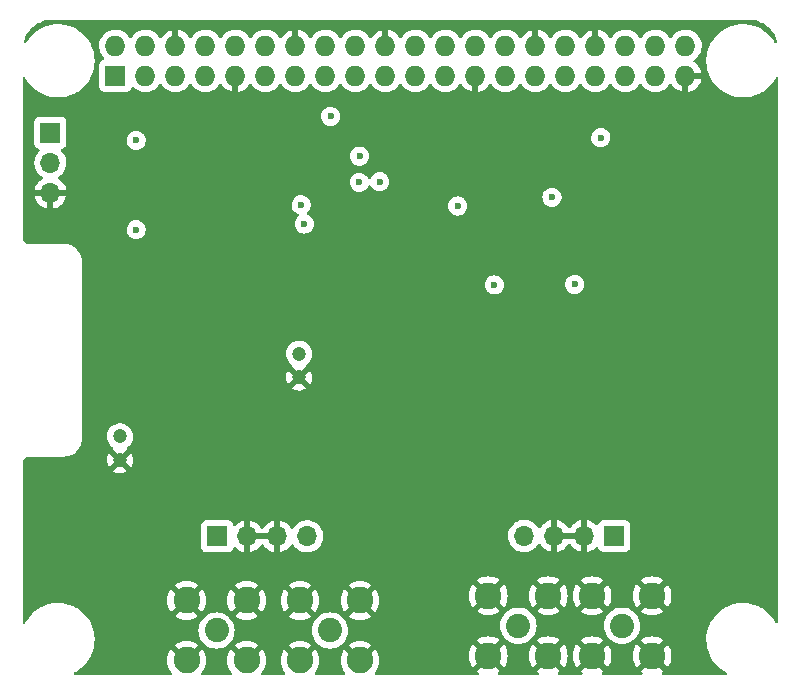
<source format=gbr>
%TF.GenerationSoftware,KiCad,Pcbnew,(6.0.7)*%
%TF.CreationDate,2022-08-28T16:53:58+02:00*%
%TF.ProjectId,RPi_Hat,5250695f-4861-4742-9e6b-696361645f70,rev?*%
%TF.SameCoordinates,Original*%
%TF.FileFunction,Copper,L3,Inr*%
%TF.FilePolarity,Positive*%
%FSLAX46Y46*%
G04 Gerber Fmt 4.6, Leading zero omitted, Abs format (unit mm)*
G04 Created by KiCad (PCBNEW (6.0.7)) date 2022-08-28 16:53:58*
%MOMM*%
%LPD*%
G01*
G04 APERTURE LIST*
%TA.AperFunction,ComponentPad*%
%ADD10R,1.727200X1.727200*%
%TD*%
%TA.AperFunction,ComponentPad*%
%ADD11O,1.727200X1.727200*%
%TD*%
%TA.AperFunction,ComponentPad*%
%ADD12R,1.700000X1.700000*%
%TD*%
%TA.AperFunction,ComponentPad*%
%ADD13O,1.700000X1.700000*%
%TD*%
%TA.AperFunction,ComponentPad*%
%ADD14C,1.200000*%
%TD*%
%TA.AperFunction,ComponentPad*%
%ADD15C,2.050000*%
%TD*%
%TA.AperFunction,ComponentPad*%
%ADD16C,2.250000*%
%TD*%
%TA.AperFunction,ViaPad*%
%ADD17C,0.600000*%
%TD*%
G04 APERTURE END LIST*
D10*
%TO.N,Net-(J6-Pad1)*%
%TO.C,J6*%
X121541600Y-63527200D03*
D11*
%TO.N,+5V*%
X121541600Y-60987200D03*
%TO.N,SDA*%
X124081600Y-63527200D03*
%TO.N,+5V*%
X124081600Y-60987200D03*
%TO.N,SCL*%
X126621600Y-63527200D03*
%TO.N,GND*%
X126621600Y-60987200D03*
%TO.N,GPCLK0*%
X129161600Y-63527200D03*
%TO.N,unconnected-(J6-Pad8)*%
X129161600Y-60987200D03*
%TO.N,GND*%
X131701600Y-63527200D03*
%TO.N,unconnected-(J6-Pad10)*%
X131701600Y-60987200D03*
%TO.N,unconnected-(J6-Pad11)*%
X134241600Y-63527200D03*
%TO.N,BCK*%
X134241600Y-60987200D03*
%TO.N,unconnected-(J6-Pad13)*%
X136781600Y-63527200D03*
%TO.N,GND*%
X136781600Y-60987200D03*
%TO.N,unconnected-(J6-Pad15)*%
X139321600Y-63527200D03*
%TO.N,unconnected-(J6-Pad16)*%
X139321600Y-60987200D03*
%TO.N,unconnected-(J6-Pad17)*%
X141861600Y-63527200D03*
%TO.N,unconnected-(J6-Pad18)*%
X141861600Y-60987200D03*
%TO.N,unconnected-(J6-Pad19)*%
X144401600Y-63527200D03*
%TO.N,GND*%
X144401600Y-60987200D03*
%TO.N,unconnected-(J6-Pad21)*%
X146941600Y-63527200D03*
%TO.N,unconnected-(J6-Pad22)*%
X146941600Y-60987200D03*
%TO.N,unconnected-(J6-Pad23)*%
X149481600Y-63527200D03*
%TO.N,unconnected-(J6-Pad24)*%
X149481600Y-60987200D03*
%TO.N,GND*%
X152021600Y-63527200D03*
%TO.N,unconnected-(J6-Pad26)*%
X152021600Y-60987200D03*
%TO.N,unconnected-(J6-Pad27)*%
X154561600Y-63527200D03*
%TO.N,unconnected-(J6-Pad28)*%
X154561600Y-60987200D03*
%TO.N,unconnected-(J6-Pad29)*%
X157101600Y-63527200D03*
%TO.N,GND*%
X157101600Y-60987200D03*
%TO.N,unconnected-(J6-Pad31)*%
X159641600Y-63527200D03*
%TO.N,unconnected-(J6-Pad32)*%
X159641600Y-60987200D03*
%TO.N,unconnected-(J6-Pad33)*%
X162181600Y-63527200D03*
%TO.N,GND*%
X162181600Y-60987200D03*
%TO.N,LRCK*%
X164721600Y-63527200D03*
%TO.N,unconnected-(J6-Pad36)*%
X164721600Y-60987200D03*
%TO.N,unconnected-(J6-Pad37)*%
X167261600Y-63527200D03*
%TO.N,Dout*%
X167261600Y-60987200D03*
%TO.N,GND*%
X169801600Y-63527200D03*
%TO.N,Din*%
X169801600Y-60987200D03*
%TD*%
D12*
%TO.N,/InL*%
%TO.C,J7*%
X130159600Y-102514400D03*
D13*
%TO.N,GND*%
X132699600Y-102514400D03*
X135239600Y-102514400D03*
%TO.N,/InR*%
X137779600Y-102514400D03*
%TD*%
D12*
%TO.N,SDA*%
%TO.C,J5*%
X116027200Y-68341000D03*
D13*
%TO.N,SCL*%
X116027200Y-70881000D03*
%TO.N,GND*%
X116027200Y-73421000D03*
%TD*%
D14*
%TO.N,+3.3V*%
%TO.C,C12*%
X137083800Y-87061800D03*
%TO.N,GND*%
X137083800Y-89061800D03*
%TD*%
D12*
%TO.N,/OutL*%
%TO.C,J8*%
X163769200Y-102489000D03*
D13*
%TO.N,GND*%
X161229200Y-102489000D03*
X158689200Y-102489000D03*
%TO.N,/OutR*%
X156149200Y-102489000D03*
%TD*%
D15*
%TO.N,/InR*%
%TO.C,J1*%
X139700000Y-110490000D03*
D16*
%TO.N,GND*%
X142240000Y-107950000D03*
X137160000Y-107950000D03*
X142240000Y-113030000D03*
X137160000Y-113030000D03*
%TD*%
D15*
%TO.N,/OutL*%
%TO.C,J3*%
X164439600Y-110083600D03*
D16*
%TO.N,GND*%
X166979600Y-107543600D03*
X161899600Y-107543600D03*
X161899600Y-112623600D03*
X166979600Y-112623600D03*
%TD*%
D14*
%TO.N,+5V*%
%TO.C,C11*%
X121920000Y-94062800D03*
%TO.N,GND*%
X121920000Y-96062800D03*
%TD*%
D15*
%TO.N,/InL*%
%TO.C,J2*%
X130098800Y-110490000D03*
D16*
%TO.N,GND*%
X132638800Y-113030000D03*
X127558800Y-113030000D03*
X127558800Y-107950000D03*
X132638800Y-107950000D03*
%TD*%
D15*
%TO.N,/OutR*%
%TO.C,J4*%
X155651200Y-110083600D03*
D16*
%TO.N,GND*%
X153111200Y-107543600D03*
X153111200Y-112623600D03*
X158191200Y-112623600D03*
X158191200Y-107543600D03*
%TD*%
D17*
%TO.N,GND*%
X147320000Y-105410000D03*
X133705600Y-80010000D03*
X147320000Y-110490000D03*
X116865400Y-101650800D03*
X138226800Y-70383400D03*
X175260000Y-80010000D03*
X147320000Y-80010000D03*
X143916400Y-70358000D03*
X162509200Y-81178400D03*
X175260000Y-102870000D03*
X121412000Y-91389200D03*
X147320000Y-90170000D03*
X161188400Y-83413600D03*
X132130800Y-75539600D03*
X148742400Y-72390000D03*
X133350000Y-91440000D03*
X175260000Y-68580000D03*
X175260000Y-87630000D03*
X129590800Y-74879200D03*
X175260000Y-72390000D03*
X133350000Y-95250000D03*
X166268400Y-68072000D03*
X124460000Y-110490000D03*
X123596400Y-74269600D03*
X153822400Y-73152000D03*
X147320000Y-100330000D03*
X133350000Y-99060000D03*
X160013478Y-96503951D03*
X147320000Y-85090000D03*
X172720000Y-105410000D03*
X156768800Y-83312000D03*
X160020000Y-99060000D03*
X124460000Y-80721200D03*
X144780000Y-110490000D03*
X158292800Y-81214000D03*
X121920000Y-110490000D03*
X138201401Y-80060800D03*
X123596400Y-71577200D03*
X143992600Y-74752200D03*
X131622800Y-80010000D03*
X136017001Y-80060800D03*
X160020000Y-87630000D03*
X175260000Y-99060000D03*
X166217600Y-72440800D03*
X175260000Y-95250000D03*
X147320000Y-95250000D03*
X160013478Y-91384849D03*
X175260000Y-91440000D03*
X144653000Y-68199000D03*
X175260000Y-76200000D03*
X149860000Y-110490000D03*
X141224000Y-68199000D03*
X132130800Y-73609200D03*
X159664400Y-72491600D03*
X160020000Y-93980000D03*
X150215600Y-76657200D03*
X143002000Y-68199000D03*
X116840000Y-105410000D03*
X120751200Y-89510000D03*
X162763200Y-74218800D03*
X175260000Y-83820000D03*
X131572000Y-83921600D03*
X147472400Y-70866000D03*
X138226800Y-72593200D03*
X166217600Y-70307200D03*
X155092400Y-78892400D03*
X166217600Y-74523600D03*
X150215600Y-78841600D03*
X159969200Y-77520800D03*
X116890800Y-99085400D03*
%TO.N,+5V*%
X137541000Y-76073000D03*
%TO.N,+3.3V*%
X142189200Y-72542400D03*
X137261600Y-74447400D03*
X123291600Y-68986400D03*
X158496000Y-73812400D03*
X123291600Y-76555600D03*
X150520400Y-74549000D03*
X143916400Y-72491600D03*
X162636200Y-68757800D03*
%TO.N,GPCLK0*%
X160426400Y-81176500D03*
X142202800Y-70324800D03*
X153619200Y-81229200D03*
%TO.N,BCK*%
X139750800Y-66962100D03*
%TD*%
%TA.AperFunction,Conductor*%
%TO.N,GND*%
G36*
X175141618Y-58767200D02*
G01*
X175156451Y-58769510D01*
X175156455Y-58769510D01*
X175165324Y-58770891D01*
X175182523Y-58768642D01*
X175206463Y-58767809D01*
X175464310Y-58783406D01*
X175479414Y-58785240D01*
X175551386Y-58798429D01*
X175760360Y-58836725D01*
X175775126Y-58840364D01*
X176047831Y-58925342D01*
X176062045Y-58930734D01*
X176279823Y-59028747D01*
X176322506Y-59047957D01*
X176335979Y-59055028D01*
X176580413Y-59202795D01*
X176592934Y-59211438D01*
X176817771Y-59387585D01*
X176829160Y-59397675D01*
X177031125Y-59599640D01*
X177041215Y-59611029D01*
X177217362Y-59835866D01*
X177226005Y-59848387D01*
X177373772Y-60092821D01*
X177380842Y-60106292D01*
X177498066Y-60366755D01*
X177503459Y-60380973D01*
X177559361Y-60560369D01*
X177560531Y-60631356D01*
X177523136Y-60691706D01*
X177459050Y-60722259D01*
X177388619Y-60713314D01*
X177334205Y-60667712D01*
X177330223Y-60661330D01*
X177263090Y-60546216D01*
X177261287Y-60543124D01*
X177050601Y-60260981D01*
X177048157Y-60258383D01*
X177048152Y-60258377D01*
X176811780Y-60007107D01*
X176811776Y-60007104D01*
X176809330Y-60004503D01*
X176617217Y-59841867D01*
X176543298Y-59779290D01*
X176543294Y-59779287D01*
X176540576Y-59776986D01*
X176470438Y-59730121D01*
X176250770Y-59583344D01*
X176250768Y-59583343D01*
X176247793Y-59581355D01*
X176244609Y-59579715D01*
X175937930Y-59421764D01*
X175937925Y-59421762D01*
X175934747Y-59420125D01*
X175931406Y-59418859D01*
X175931401Y-59418857D01*
X175670400Y-59319973D01*
X175605461Y-59295370D01*
X175601997Y-59294490D01*
X175601993Y-59294489D01*
X175267637Y-59209573D01*
X175267629Y-59209571D01*
X175264170Y-59208693D01*
X175092448Y-59185322D01*
X174918253Y-59161615D01*
X174918246Y-59161614D01*
X174915260Y-59161208D01*
X174800519Y-59156700D01*
X174582402Y-59156700D01*
X174440844Y-59164738D01*
X174323608Y-59171395D01*
X174323601Y-59171396D01*
X174320040Y-59171598D01*
X174181717Y-59195366D01*
X173976518Y-59230625D01*
X173976510Y-59230627D01*
X173973000Y-59231230D01*
X173969575Y-59232228D01*
X173969572Y-59232229D01*
X173755970Y-59294489D01*
X173634941Y-59329766D01*
X173310210Y-59465937D01*
X173156596Y-59551965D01*
X173006098Y-59636247D01*
X173006093Y-59636250D01*
X173002981Y-59637993D01*
X173000085Y-59640078D01*
X173000080Y-59640081D01*
X172873243Y-59731391D01*
X172717205Y-59843723D01*
X172714569Y-59846117D01*
X172714567Y-59846119D01*
X172537333Y-60007107D01*
X172456554Y-60080481D01*
X172454203Y-60083162D01*
X172253669Y-60311827D01*
X172224381Y-60345223D01*
X172222349Y-60348152D01*
X172222346Y-60348156D01*
X172199580Y-60380973D01*
X172023671Y-60634547D01*
X172021981Y-60637693D01*
X172021977Y-60637699D01*
X171997921Y-60682470D01*
X171857002Y-60944732D01*
X171726519Y-61271790D01*
X171633899Y-61611517D01*
X171633357Y-61615039D01*
X171592136Y-61882856D01*
X171580332Y-61959545D01*
X171580192Y-61963109D01*
X171566943Y-62300339D01*
X171566508Y-62311400D01*
X171573814Y-62409709D01*
X171583934Y-62545885D01*
X171592604Y-62662558D01*
X171658284Y-63008504D01*
X171659342Y-63011913D01*
X171659344Y-63011919D01*
X171681572Y-63083504D01*
X171762704Y-63344792D01*
X171904521Y-63667097D01*
X172081913Y-63971276D01*
X172292599Y-64253419D01*
X172295043Y-64256017D01*
X172295048Y-64256023D01*
X172530784Y-64506617D01*
X172533870Y-64509897D01*
X172652292Y-64610149D01*
X172726252Y-64672760D01*
X172802624Y-64737414D01*
X172805588Y-64739394D01*
X172805590Y-64739396D01*
X173049537Y-64902396D01*
X173095407Y-64933045D01*
X173098589Y-64934684D01*
X173098591Y-64934685D01*
X173405270Y-65092636D01*
X173405275Y-65092638D01*
X173408453Y-65094275D01*
X173411794Y-65095541D01*
X173411799Y-65095543D01*
X173643296Y-65183249D01*
X173737739Y-65219030D01*
X173741203Y-65219910D01*
X173741207Y-65219911D01*
X174075563Y-65304827D01*
X174075571Y-65304829D01*
X174079030Y-65305707D01*
X174250752Y-65329078D01*
X174424947Y-65352785D01*
X174424954Y-65352786D01*
X174427940Y-65353192D01*
X174542681Y-65357700D01*
X174760798Y-65357700D01*
X174902356Y-65349662D01*
X175019592Y-65343005D01*
X175019599Y-65343004D01*
X175023160Y-65342802D01*
X175161483Y-65319034D01*
X175366682Y-65283775D01*
X175366690Y-65283773D01*
X175370200Y-65283170D01*
X175373625Y-65282172D01*
X175373628Y-65282171D01*
X175704821Y-65185636D01*
X175708259Y-65184634D01*
X176032990Y-65048463D01*
X176236156Y-64934685D01*
X176337102Y-64878153D01*
X176337107Y-64878150D01*
X176340219Y-64876407D01*
X176343115Y-64874322D01*
X176343120Y-64874319D01*
X176520141Y-64746881D01*
X176625995Y-64670677D01*
X176654604Y-64644691D01*
X176884005Y-64436318D01*
X176884006Y-64436317D01*
X176886646Y-64433919D01*
X177061957Y-64234016D01*
X177116468Y-64171858D01*
X177116469Y-64171856D01*
X177118819Y-64169177D01*
X177133532Y-64147969D01*
X177278553Y-63938920D01*
X177319529Y-63879853D01*
X177426109Y-63681499D01*
X177475971Y-63630961D01*
X177545241Y-63615402D01*
X177611927Y-63639764D01*
X177654856Y-63696312D01*
X177663100Y-63741139D01*
X177663100Y-109765956D01*
X177643098Y-109834077D01*
X177589442Y-109880570D01*
X177519168Y-109890674D01*
X177454588Y-109861180D01*
X177428257Y-109829432D01*
X177389356Y-109762728D01*
X177261287Y-109543124D01*
X177050601Y-109260981D01*
X177048157Y-109258383D01*
X177048152Y-109258377D01*
X176811780Y-109007107D01*
X176811776Y-109007104D01*
X176809330Y-109004503D01*
X176633903Y-108855993D01*
X176543298Y-108779290D01*
X176543294Y-108779287D01*
X176540576Y-108776986D01*
X176309430Y-108622539D01*
X176250770Y-108583344D01*
X176250768Y-108583343D01*
X176247793Y-108581355D01*
X176213918Y-108563908D01*
X175937930Y-108421764D01*
X175937925Y-108421762D01*
X175934747Y-108420125D01*
X175931406Y-108418859D01*
X175931401Y-108418857D01*
X175608805Y-108296637D01*
X175608806Y-108296637D01*
X175605461Y-108295370D01*
X175601997Y-108294490D01*
X175601993Y-108294489D01*
X175267637Y-108209573D01*
X175267629Y-108209571D01*
X175264170Y-108208693D01*
X175092448Y-108185322D01*
X174918253Y-108161615D01*
X174918246Y-108161614D01*
X174915260Y-108161208D01*
X174800519Y-108156700D01*
X174582402Y-108156700D01*
X174440844Y-108164738D01*
X174323608Y-108171395D01*
X174323601Y-108171396D01*
X174320040Y-108171598D01*
X174181717Y-108195366D01*
X173976518Y-108230625D01*
X173976510Y-108230627D01*
X173973000Y-108231230D01*
X173969575Y-108232228D01*
X173969572Y-108232229D01*
X173796467Y-108282685D01*
X173634941Y-108329766D01*
X173631639Y-108331151D01*
X173631638Y-108331151D01*
X173313508Y-108464554D01*
X173310210Y-108465937D01*
X173244404Y-108502790D01*
X173006098Y-108636247D01*
X173006093Y-108636250D01*
X173002981Y-108637993D01*
X173000085Y-108640078D01*
X173000080Y-108640081D01*
X172932010Y-108689085D01*
X172717205Y-108843723D01*
X172714569Y-108846117D01*
X172714567Y-108846119D01*
X172513297Y-109028939D01*
X172456554Y-109080481D01*
X172224381Y-109345223D01*
X172222349Y-109348152D01*
X172222346Y-109348156D01*
X172181576Y-109406927D01*
X172023671Y-109634547D01*
X172021981Y-109637692D01*
X172021977Y-109637699D01*
X171919230Y-109828921D01*
X171857002Y-109944732D01*
X171726519Y-110271790D01*
X171633899Y-110611517D01*
X171580332Y-110959545D01*
X171580192Y-110963109D01*
X171566917Y-111301001D01*
X171566508Y-111311400D01*
X171592604Y-111662558D01*
X171658284Y-112008504D01*
X171659342Y-112011913D01*
X171659344Y-112011919D01*
X171679949Y-112078276D01*
X171762704Y-112344792D01*
X171764145Y-112348067D01*
X171901931Y-112661210D01*
X171904521Y-112667097D01*
X172081913Y-112971276D01*
X172292599Y-113253419D01*
X172295043Y-113256017D01*
X172295048Y-113256023D01*
X172531420Y-113507293D01*
X172533870Y-113509897D01*
X172611156Y-113575324D01*
X172726252Y-113672760D01*
X172802624Y-113737414D01*
X172805588Y-113739394D01*
X172805590Y-113739396D01*
X173007517Y-113874319D01*
X173095407Y-113933045D01*
X173098589Y-113934684D01*
X173098591Y-113934685D01*
X173246152Y-114010684D01*
X173297554Y-114059657D01*
X173314320Y-114128646D01*
X173291125Y-114195747D01*
X173235336Y-114239656D01*
X173188460Y-114248700D01*
X167899809Y-114248700D01*
X167831688Y-114228698D01*
X167785195Y-114175042D01*
X167775091Y-114104768D01*
X167804585Y-114040188D01*
X167833974Y-114015267D01*
X167933528Y-113954260D01*
X167938790Y-113946199D01*
X167932783Y-113935993D01*
X166992412Y-112995622D01*
X166978468Y-112988008D01*
X166976635Y-112988139D01*
X166970020Y-112992390D01*
X166027876Y-113934534D01*
X166020484Y-113948071D01*
X166024170Y-113953340D01*
X166125226Y-114015267D01*
X166172857Y-114067915D01*
X166184464Y-114137956D01*
X166156361Y-114203154D01*
X166097471Y-114242808D01*
X166059391Y-114248700D01*
X162819809Y-114248700D01*
X162751688Y-114228698D01*
X162705195Y-114175042D01*
X162695091Y-114104768D01*
X162724585Y-114040188D01*
X162753974Y-114015267D01*
X162853528Y-113954260D01*
X162858790Y-113946199D01*
X162852783Y-113935993D01*
X161912412Y-112995622D01*
X161898468Y-112988008D01*
X161896635Y-112988139D01*
X161890020Y-112992390D01*
X160947876Y-113934534D01*
X160940484Y-113948071D01*
X160944170Y-113953340D01*
X161045226Y-114015267D01*
X161092857Y-114067915D01*
X161104464Y-114137956D01*
X161076361Y-114203154D01*
X161017471Y-114242808D01*
X160979391Y-114248700D01*
X159111409Y-114248700D01*
X159043288Y-114228698D01*
X158996795Y-114175042D01*
X158986691Y-114104768D01*
X159016185Y-114040188D01*
X159045574Y-114015267D01*
X159145128Y-113954260D01*
X159150390Y-113946199D01*
X159144383Y-113935993D01*
X158204012Y-112995622D01*
X158190068Y-112988008D01*
X158188235Y-112988139D01*
X158181620Y-112992390D01*
X157239476Y-113934534D01*
X157232084Y-113948071D01*
X157235770Y-113953340D01*
X157336826Y-114015267D01*
X157384457Y-114067915D01*
X157396064Y-114137956D01*
X157367961Y-114203154D01*
X157309071Y-114242808D01*
X157270991Y-114248700D01*
X154031409Y-114248700D01*
X153963288Y-114228698D01*
X153916795Y-114175042D01*
X153906691Y-114104768D01*
X153936185Y-114040188D01*
X153965574Y-114015267D01*
X154065128Y-113954260D01*
X154070390Y-113946199D01*
X154064383Y-113935993D01*
X153124012Y-112995622D01*
X153110068Y-112988008D01*
X153108235Y-112988139D01*
X153101620Y-112992390D01*
X152159476Y-113934534D01*
X152152084Y-113948071D01*
X152155770Y-113953340D01*
X152256826Y-114015267D01*
X152304457Y-114067915D01*
X152316064Y-114137956D01*
X152287961Y-114203154D01*
X152229071Y-114242808D01*
X152190991Y-114248700D01*
X143619985Y-114248700D01*
X143551864Y-114228698D01*
X143505371Y-114175042D01*
X143495267Y-114104768D01*
X143524174Y-114040870D01*
X143561995Y-113996588D01*
X143567792Y-113988608D01*
X143696927Y-113777879D01*
X143701408Y-113769085D01*
X143795984Y-113540758D01*
X143799033Y-113531373D01*
X143856728Y-113291060D01*
X143858271Y-113281313D01*
X143877662Y-113034930D01*
X143877662Y-113025070D01*
X143858271Y-112778687D01*
X143856728Y-112768940D01*
X143823018Y-112628530D01*
X151473538Y-112628530D01*
X151492929Y-112874913D01*
X151494472Y-112884660D01*
X151552167Y-113124973D01*
X151555216Y-113134358D01*
X151649792Y-113362685D01*
X151654273Y-113371479D01*
X151780540Y-113577528D01*
X151788601Y-113582790D01*
X151798807Y-113576783D01*
X152739178Y-112636412D01*
X152745556Y-112624732D01*
X153475608Y-112624732D01*
X153475739Y-112626565D01*
X153479990Y-112633180D01*
X154422134Y-113575324D01*
X154435671Y-113582716D01*
X154440940Y-113579030D01*
X154568127Y-113371479D01*
X154572608Y-113362685D01*
X154667184Y-113134358D01*
X154670233Y-113124973D01*
X154727928Y-112884660D01*
X154729471Y-112874913D01*
X154748862Y-112628530D01*
X156553538Y-112628530D01*
X156572929Y-112874913D01*
X156574472Y-112884660D01*
X156632167Y-113124973D01*
X156635216Y-113134358D01*
X156729792Y-113362685D01*
X156734273Y-113371479D01*
X156860540Y-113577528D01*
X156868601Y-113582790D01*
X156878807Y-113576783D01*
X157819178Y-112636412D01*
X157825556Y-112624732D01*
X158555608Y-112624732D01*
X158555739Y-112626565D01*
X158559990Y-112633180D01*
X159502134Y-113575324D01*
X159515671Y-113582716D01*
X159520940Y-113579030D01*
X159648127Y-113371479D01*
X159652608Y-113362685D01*
X159747184Y-113134358D01*
X159750233Y-113124973D01*
X159807928Y-112884660D01*
X159809471Y-112874913D01*
X159828862Y-112628530D01*
X160261938Y-112628530D01*
X160281329Y-112874913D01*
X160282872Y-112884660D01*
X160340567Y-113124973D01*
X160343616Y-113134358D01*
X160438192Y-113362685D01*
X160442673Y-113371479D01*
X160568940Y-113577528D01*
X160577001Y-113582790D01*
X160587207Y-113576783D01*
X161527578Y-112636412D01*
X161533956Y-112624732D01*
X162264008Y-112624732D01*
X162264139Y-112626565D01*
X162268390Y-112633180D01*
X163210534Y-113575324D01*
X163224071Y-113582716D01*
X163229340Y-113579030D01*
X163356527Y-113371479D01*
X163361008Y-113362685D01*
X163455584Y-113134358D01*
X163458633Y-113124973D01*
X163516328Y-112884660D01*
X163517871Y-112874913D01*
X163537262Y-112628530D01*
X165341938Y-112628530D01*
X165361329Y-112874913D01*
X165362872Y-112884660D01*
X165420567Y-113124973D01*
X165423616Y-113134358D01*
X165518192Y-113362685D01*
X165522673Y-113371479D01*
X165648940Y-113577528D01*
X165657001Y-113582790D01*
X165667207Y-113576783D01*
X166607578Y-112636412D01*
X166613956Y-112624732D01*
X167344008Y-112624732D01*
X167344139Y-112626565D01*
X167348390Y-112633180D01*
X168290534Y-113575324D01*
X168304071Y-113582716D01*
X168309340Y-113579030D01*
X168436527Y-113371479D01*
X168441008Y-113362685D01*
X168535584Y-113134358D01*
X168538633Y-113124973D01*
X168596328Y-112884660D01*
X168597871Y-112874913D01*
X168617262Y-112628530D01*
X168617262Y-112618670D01*
X168597871Y-112372287D01*
X168596328Y-112362540D01*
X168538633Y-112122227D01*
X168535584Y-112112842D01*
X168441008Y-111884515D01*
X168436527Y-111875721D01*
X168310260Y-111669672D01*
X168302199Y-111664410D01*
X168291993Y-111670417D01*
X167351622Y-112610788D01*
X167344008Y-112624732D01*
X166613956Y-112624732D01*
X166615192Y-112622468D01*
X166615061Y-112620635D01*
X166610810Y-112614020D01*
X165668666Y-111671876D01*
X165655129Y-111664484D01*
X165649860Y-111668170D01*
X165522673Y-111875721D01*
X165518192Y-111884515D01*
X165423616Y-112112842D01*
X165420567Y-112122227D01*
X165362872Y-112362540D01*
X165361329Y-112372287D01*
X165341938Y-112618670D01*
X165341938Y-112628530D01*
X163537262Y-112628530D01*
X163537262Y-112618670D01*
X163517871Y-112372287D01*
X163516328Y-112362540D01*
X163458633Y-112122227D01*
X163455584Y-112112842D01*
X163361008Y-111884515D01*
X163356527Y-111875721D01*
X163230260Y-111669672D01*
X163222199Y-111664410D01*
X163211993Y-111670417D01*
X162271622Y-112610788D01*
X162264008Y-112624732D01*
X161533956Y-112624732D01*
X161535192Y-112622468D01*
X161535061Y-112620635D01*
X161530810Y-112614020D01*
X160588666Y-111671876D01*
X160575129Y-111664484D01*
X160569860Y-111668170D01*
X160442673Y-111875721D01*
X160438192Y-111884515D01*
X160343616Y-112112842D01*
X160340567Y-112122227D01*
X160282872Y-112362540D01*
X160281329Y-112372287D01*
X160261938Y-112618670D01*
X160261938Y-112628530D01*
X159828862Y-112628530D01*
X159828862Y-112618670D01*
X159809471Y-112372287D01*
X159807928Y-112362540D01*
X159750233Y-112122227D01*
X159747184Y-112112842D01*
X159652608Y-111884515D01*
X159648127Y-111875721D01*
X159521860Y-111669672D01*
X159513799Y-111664410D01*
X159503593Y-111670417D01*
X158563222Y-112610788D01*
X158555608Y-112624732D01*
X157825556Y-112624732D01*
X157826792Y-112622468D01*
X157826661Y-112620635D01*
X157822410Y-112614020D01*
X156880266Y-111671876D01*
X156866729Y-111664484D01*
X156861460Y-111668170D01*
X156734273Y-111875721D01*
X156729792Y-111884515D01*
X156635216Y-112112842D01*
X156632167Y-112122227D01*
X156574472Y-112362540D01*
X156572929Y-112372287D01*
X156553538Y-112618670D01*
X156553538Y-112628530D01*
X154748862Y-112628530D01*
X154748862Y-112618670D01*
X154729471Y-112372287D01*
X154727928Y-112362540D01*
X154670233Y-112122227D01*
X154667184Y-112112842D01*
X154572608Y-111884515D01*
X154568127Y-111875721D01*
X154441860Y-111669672D01*
X154433799Y-111664410D01*
X154423593Y-111670417D01*
X153483222Y-112610788D01*
X153475608Y-112624732D01*
X152745556Y-112624732D01*
X152746792Y-112622468D01*
X152746661Y-112620635D01*
X152742410Y-112614020D01*
X151800266Y-111671876D01*
X151786729Y-111664484D01*
X151781460Y-111668170D01*
X151654273Y-111875721D01*
X151649792Y-111884515D01*
X151555216Y-112112842D01*
X151552167Y-112122227D01*
X151494472Y-112362540D01*
X151492929Y-112372287D01*
X151473538Y-112618670D01*
X151473538Y-112628530D01*
X143823018Y-112628530D01*
X143799033Y-112528627D01*
X143795984Y-112519242D01*
X143701408Y-112290915D01*
X143696927Y-112282121D01*
X143570660Y-112076072D01*
X143562599Y-112070810D01*
X143552393Y-112076817D01*
X142329095Y-113300115D01*
X142266783Y-113334141D01*
X142195968Y-113329076D01*
X142150905Y-113300115D01*
X140929066Y-112078276D01*
X140915529Y-112070884D01*
X140910260Y-112074570D01*
X140783073Y-112282121D01*
X140778592Y-112290915D01*
X140684016Y-112519242D01*
X140680967Y-112528627D01*
X140623272Y-112768940D01*
X140621729Y-112778687D01*
X140602338Y-113025070D01*
X140602338Y-113034930D01*
X140621729Y-113281313D01*
X140623272Y-113291060D01*
X140680967Y-113531373D01*
X140684016Y-113540758D01*
X140778592Y-113769085D01*
X140783073Y-113777879D01*
X140912208Y-113988608D01*
X140918005Y-113996588D01*
X140955826Y-114040870D01*
X140984857Y-114105659D01*
X140974252Y-114175859D01*
X140927377Y-114229182D01*
X140860015Y-114248700D01*
X138539985Y-114248700D01*
X138471864Y-114228698D01*
X138425371Y-114175042D01*
X138415267Y-114104768D01*
X138444174Y-114040870D01*
X138481995Y-113996588D01*
X138487792Y-113988608D01*
X138616927Y-113777879D01*
X138621408Y-113769085D01*
X138715984Y-113540758D01*
X138719033Y-113531373D01*
X138776728Y-113291060D01*
X138778271Y-113281313D01*
X138797662Y-113034930D01*
X138797662Y-113025070D01*
X138778271Y-112778687D01*
X138776728Y-112768940D01*
X138719033Y-112528627D01*
X138715984Y-112519242D01*
X138621408Y-112290915D01*
X138616927Y-112282121D01*
X138490660Y-112076072D01*
X138482599Y-112070810D01*
X138472393Y-112076817D01*
X137249095Y-113300115D01*
X137186783Y-113334141D01*
X137115968Y-113329076D01*
X137070905Y-113300115D01*
X135849066Y-112078276D01*
X135835529Y-112070884D01*
X135830260Y-112074570D01*
X135703073Y-112282121D01*
X135698592Y-112290915D01*
X135604016Y-112519242D01*
X135600967Y-112528627D01*
X135543272Y-112768940D01*
X135541729Y-112778687D01*
X135522338Y-113025070D01*
X135522338Y-113034930D01*
X135541729Y-113281313D01*
X135543272Y-113291060D01*
X135600967Y-113531373D01*
X135604016Y-113540758D01*
X135698592Y-113769085D01*
X135703073Y-113777879D01*
X135832208Y-113988608D01*
X135838005Y-113996588D01*
X135875826Y-114040870D01*
X135904857Y-114105659D01*
X135894252Y-114175859D01*
X135847377Y-114229182D01*
X135780015Y-114248700D01*
X134018785Y-114248700D01*
X133950664Y-114228698D01*
X133904171Y-114175042D01*
X133894067Y-114104768D01*
X133922974Y-114040870D01*
X133960795Y-113996588D01*
X133966592Y-113988608D01*
X134095727Y-113777879D01*
X134100208Y-113769085D01*
X134194784Y-113540758D01*
X134197833Y-113531373D01*
X134255528Y-113291060D01*
X134257071Y-113281313D01*
X134276462Y-113034930D01*
X134276462Y-113025070D01*
X134257071Y-112778687D01*
X134255528Y-112768940D01*
X134197833Y-112528627D01*
X134194784Y-112519242D01*
X134100208Y-112290915D01*
X134095727Y-112282121D01*
X133969460Y-112076072D01*
X133961399Y-112070810D01*
X133951193Y-112076817D01*
X132727895Y-113300115D01*
X132665583Y-113334141D01*
X132594768Y-113329076D01*
X132549705Y-113300115D01*
X131327866Y-112078276D01*
X131314329Y-112070884D01*
X131309060Y-112074570D01*
X131181873Y-112282121D01*
X131177392Y-112290915D01*
X131082816Y-112519242D01*
X131079767Y-112528627D01*
X131022072Y-112768940D01*
X131020529Y-112778687D01*
X131001138Y-113025070D01*
X131001138Y-113034930D01*
X131020529Y-113281313D01*
X131022072Y-113291060D01*
X131079767Y-113531373D01*
X131082816Y-113540758D01*
X131177392Y-113769085D01*
X131181873Y-113777879D01*
X131311008Y-113988608D01*
X131316805Y-113996588D01*
X131354626Y-114040870D01*
X131383657Y-114105659D01*
X131373052Y-114175859D01*
X131326177Y-114229182D01*
X131258815Y-114248700D01*
X128938785Y-114248700D01*
X128870664Y-114228698D01*
X128824171Y-114175042D01*
X128814067Y-114104768D01*
X128842974Y-114040870D01*
X128880795Y-113996588D01*
X128886592Y-113988608D01*
X129015727Y-113777879D01*
X129020208Y-113769085D01*
X129114784Y-113540758D01*
X129117833Y-113531373D01*
X129175528Y-113291060D01*
X129177071Y-113281313D01*
X129196462Y-113034930D01*
X129196462Y-113025070D01*
X129177071Y-112778687D01*
X129175528Y-112768940D01*
X129117833Y-112528627D01*
X129114784Y-112519242D01*
X129020208Y-112290915D01*
X129015727Y-112282121D01*
X128889460Y-112076072D01*
X128881399Y-112070810D01*
X128871193Y-112076817D01*
X127647895Y-113300115D01*
X127585583Y-113334141D01*
X127514768Y-113329076D01*
X127469705Y-113300115D01*
X126247866Y-112078276D01*
X126234329Y-112070884D01*
X126229060Y-112074570D01*
X126101873Y-112282121D01*
X126097392Y-112290915D01*
X126002816Y-112519242D01*
X125999767Y-112528627D01*
X125942072Y-112768940D01*
X125940529Y-112778687D01*
X125921138Y-113025070D01*
X125921138Y-113034930D01*
X125940529Y-113281313D01*
X125942072Y-113291060D01*
X125999767Y-113531373D01*
X126002816Y-113540758D01*
X126097392Y-113769085D01*
X126101873Y-113777879D01*
X126231008Y-113988608D01*
X126236805Y-113996588D01*
X126274626Y-114040870D01*
X126303657Y-114105659D01*
X126293052Y-114175859D01*
X126246177Y-114229182D01*
X126178815Y-114248700D01*
X118158300Y-114248700D01*
X118090179Y-114228698D01*
X118043686Y-114175042D01*
X118033582Y-114104768D01*
X118063076Y-114040188D01*
X118096734Y-114012765D01*
X118337102Y-113878153D01*
X118337107Y-113878150D01*
X118340219Y-113876407D01*
X118343115Y-113874322D01*
X118343120Y-113874319D01*
X118489839Y-113768696D01*
X118625995Y-113670677D01*
X118728545Y-113577528D01*
X118884005Y-113436318D01*
X118884006Y-113436317D01*
X118886646Y-113433919D01*
X119118819Y-113169177D01*
X119319529Y-112879853D01*
X119322184Y-112874913D01*
X119435609Y-112663818D01*
X119486198Y-112569668D01*
X119616681Y-112242610D01*
X119709301Y-111902883D01*
X119739389Y-111707401D01*
X126599610Y-111707401D01*
X126605617Y-111717607D01*
X127545988Y-112657978D01*
X127559932Y-112665592D01*
X127561765Y-112665461D01*
X127568380Y-112661210D01*
X128510524Y-111719066D01*
X128517916Y-111705529D01*
X128514230Y-111700260D01*
X128306679Y-111573073D01*
X128297885Y-111568592D01*
X128069558Y-111474016D01*
X128060173Y-111470967D01*
X127819860Y-111413272D01*
X127810113Y-111411729D01*
X127563730Y-111392338D01*
X127553870Y-111392338D01*
X127307487Y-111411729D01*
X127297740Y-111413272D01*
X127057427Y-111470967D01*
X127048042Y-111474016D01*
X126819715Y-111568592D01*
X126810921Y-111573073D01*
X126604872Y-111699340D01*
X126599610Y-111707401D01*
X119739389Y-111707401D01*
X119740488Y-111700260D01*
X119762326Y-111558378D01*
X119762326Y-111558374D01*
X119762868Y-111554855D01*
X119771677Y-111330646D01*
X119776552Y-111206570D01*
X119776552Y-111206565D01*
X119776692Y-111203000D01*
X119750596Y-110851842D01*
X119684916Y-110505896D01*
X119679981Y-110490000D01*
X128560558Y-110490000D01*
X128579496Y-110730634D01*
X128580650Y-110735441D01*
X128580651Y-110735447D01*
X128590717Y-110777373D01*
X128635845Y-110965343D01*
X128637738Y-110969914D01*
X128637739Y-110969916D01*
X128719600Y-111167545D01*
X128728216Y-111188347D01*
X128854336Y-111394156D01*
X129011099Y-111577701D01*
X129194644Y-111734464D01*
X129400453Y-111860584D01*
X129405023Y-111862477D01*
X129405027Y-111862479D01*
X129618884Y-111951061D01*
X129623457Y-111952955D01*
X129705839Y-111972733D01*
X129853353Y-112008149D01*
X129853359Y-112008150D01*
X129858166Y-112009304D01*
X130098800Y-112028242D01*
X130339434Y-112009304D01*
X130344241Y-112008150D01*
X130344247Y-112008149D01*
X130491761Y-111972733D01*
X130574143Y-111952955D01*
X130578716Y-111951061D01*
X130792573Y-111862479D01*
X130792577Y-111862477D01*
X130797147Y-111860584D01*
X131002956Y-111734464D01*
X131034643Y-111707401D01*
X131679610Y-111707401D01*
X131685617Y-111717607D01*
X132625988Y-112657978D01*
X132639932Y-112665592D01*
X132641765Y-112665461D01*
X132648380Y-112661210D01*
X133590524Y-111719066D01*
X133596894Y-111707401D01*
X136200810Y-111707401D01*
X136206817Y-111717607D01*
X137147188Y-112657978D01*
X137161132Y-112665592D01*
X137162965Y-112665461D01*
X137169580Y-112661210D01*
X138111724Y-111719066D01*
X138119116Y-111705529D01*
X138115430Y-111700260D01*
X137907879Y-111573073D01*
X137899085Y-111568592D01*
X137670758Y-111474016D01*
X137661373Y-111470967D01*
X137421060Y-111413272D01*
X137411313Y-111411729D01*
X137164930Y-111392338D01*
X137155070Y-111392338D01*
X136908687Y-111411729D01*
X136898940Y-111413272D01*
X136658627Y-111470967D01*
X136649242Y-111474016D01*
X136420915Y-111568592D01*
X136412121Y-111573073D01*
X136206072Y-111699340D01*
X136200810Y-111707401D01*
X133596894Y-111707401D01*
X133597916Y-111705529D01*
X133594230Y-111700260D01*
X133386679Y-111573073D01*
X133377885Y-111568592D01*
X133149558Y-111474016D01*
X133140173Y-111470967D01*
X132899860Y-111413272D01*
X132890113Y-111411729D01*
X132643730Y-111392338D01*
X132633870Y-111392338D01*
X132387487Y-111411729D01*
X132377740Y-111413272D01*
X132137427Y-111470967D01*
X132128042Y-111474016D01*
X131899715Y-111568592D01*
X131890921Y-111573073D01*
X131684872Y-111699340D01*
X131679610Y-111707401D01*
X131034643Y-111707401D01*
X131186501Y-111577701D01*
X131343264Y-111394156D01*
X131469384Y-111188347D01*
X131478001Y-111167545D01*
X131559861Y-110969916D01*
X131559862Y-110969914D01*
X131561755Y-110965343D01*
X131606883Y-110777373D01*
X131616949Y-110735447D01*
X131616950Y-110735441D01*
X131618104Y-110730634D01*
X131637042Y-110490000D01*
X138161758Y-110490000D01*
X138180696Y-110730634D01*
X138181850Y-110735441D01*
X138181851Y-110735447D01*
X138191917Y-110777373D01*
X138237045Y-110965343D01*
X138238938Y-110969914D01*
X138238939Y-110969916D01*
X138320800Y-111167545D01*
X138329416Y-111188347D01*
X138455536Y-111394156D01*
X138612299Y-111577701D01*
X138795844Y-111734464D01*
X139001653Y-111860584D01*
X139006223Y-111862477D01*
X139006227Y-111862479D01*
X139220084Y-111951061D01*
X139224657Y-111952955D01*
X139307039Y-111972733D01*
X139454553Y-112008149D01*
X139454559Y-112008150D01*
X139459366Y-112009304D01*
X139700000Y-112028242D01*
X139940634Y-112009304D01*
X139945441Y-112008150D01*
X139945447Y-112008149D01*
X140092961Y-111972733D01*
X140175343Y-111952955D01*
X140179916Y-111951061D01*
X140393773Y-111862479D01*
X140393777Y-111862477D01*
X140398347Y-111860584D01*
X140604156Y-111734464D01*
X140635843Y-111707401D01*
X141280810Y-111707401D01*
X141286817Y-111717607D01*
X142227188Y-112657978D01*
X142241132Y-112665592D01*
X142242965Y-112665461D01*
X142249580Y-112661210D01*
X143191724Y-111719066D01*
X143199116Y-111705529D01*
X143195430Y-111700260D01*
X142987879Y-111573073D01*
X142979085Y-111568592D01*
X142750758Y-111474016D01*
X142741373Y-111470967D01*
X142501060Y-111413272D01*
X142491313Y-111411729D01*
X142244930Y-111392338D01*
X142235070Y-111392338D01*
X141988687Y-111411729D01*
X141978940Y-111413272D01*
X141738627Y-111470967D01*
X141729242Y-111474016D01*
X141500915Y-111568592D01*
X141492121Y-111573073D01*
X141286072Y-111699340D01*
X141280810Y-111707401D01*
X140635843Y-111707401D01*
X140787701Y-111577701D01*
X140944464Y-111394156D01*
X141001549Y-111301001D01*
X152152010Y-111301001D01*
X152158017Y-111311207D01*
X153098388Y-112251578D01*
X153112332Y-112259192D01*
X153114165Y-112259061D01*
X153120780Y-112254810D01*
X154062924Y-111312666D01*
X154070316Y-111299129D01*
X154066630Y-111293860D01*
X153859079Y-111166673D01*
X153850285Y-111162192D01*
X153621958Y-111067616D01*
X153612573Y-111064567D01*
X153372260Y-111006872D01*
X153362513Y-111005329D01*
X153116130Y-110985938D01*
X153106270Y-110985938D01*
X152859887Y-111005329D01*
X152850140Y-111006872D01*
X152609827Y-111064567D01*
X152600442Y-111067616D01*
X152372115Y-111162192D01*
X152363321Y-111166673D01*
X152157272Y-111292940D01*
X152152010Y-111301001D01*
X141001549Y-111301001D01*
X141070584Y-111188347D01*
X141079201Y-111167545D01*
X141161061Y-110969916D01*
X141161062Y-110969914D01*
X141162955Y-110965343D01*
X141208083Y-110777373D01*
X141218149Y-110735447D01*
X141218150Y-110735441D01*
X141219304Y-110730634D01*
X141238242Y-110490000D01*
X141219304Y-110249366D01*
X141218150Y-110244559D01*
X141218149Y-110244553D01*
X141179507Y-110083600D01*
X154112958Y-110083600D01*
X154131896Y-110324234D01*
X154133050Y-110329041D01*
X154133051Y-110329047D01*
X154158642Y-110435637D01*
X154188245Y-110558943D01*
X154190138Y-110563514D01*
X154190139Y-110563516D01*
X154259362Y-110730634D01*
X154280616Y-110781947D01*
X154406736Y-110987756D01*
X154563499Y-111171301D01*
X154747044Y-111328064D01*
X154952853Y-111454184D01*
X154957423Y-111456077D01*
X154957427Y-111456079D01*
X155171284Y-111544661D01*
X155175857Y-111546555D01*
X155258239Y-111566333D01*
X155405753Y-111601749D01*
X155405759Y-111601750D01*
X155410566Y-111602904D01*
X155651200Y-111621842D01*
X155891834Y-111602904D01*
X155896641Y-111601750D01*
X155896647Y-111601749D01*
X156044161Y-111566333D01*
X156126543Y-111546555D01*
X156131116Y-111544661D01*
X156344973Y-111456079D01*
X156344977Y-111456077D01*
X156349547Y-111454184D01*
X156555356Y-111328064D01*
X156587043Y-111301001D01*
X157232010Y-111301001D01*
X157238017Y-111311207D01*
X158178388Y-112251578D01*
X158192332Y-112259192D01*
X158194165Y-112259061D01*
X158200780Y-112254810D01*
X159142924Y-111312666D01*
X159149294Y-111301001D01*
X160940410Y-111301001D01*
X160946417Y-111311207D01*
X161886788Y-112251578D01*
X161900732Y-112259192D01*
X161902565Y-112259061D01*
X161909180Y-112254810D01*
X162851324Y-111312666D01*
X162858716Y-111299129D01*
X162855030Y-111293860D01*
X162647479Y-111166673D01*
X162638685Y-111162192D01*
X162410358Y-111067616D01*
X162400973Y-111064567D01*
X162160660Y-111006872D01*
X162150913Y-111005329D01*
X161904530Y-110985938D01*
X161894670Y-110985938D01*
X161648287Y-111005329D01*
X161638540Y-111006872D01*
X161398227Y-111064567D01*
X161388842Y-111067616D01*
X161160515Y-111162192D01*
X161151721Y-111166673D01*
X160945672Y-111292940D01*
X160940410Y-111301001D01*
X159149294Y-111301001D01*
X159150316Y-111299129D01*
X159146630Y-111293860D01*
X158939079Y-111166673D01*
X158930285Y-111162192D01*
X158701958Y-111067616D01*
X158692573Y-111064567D01*
X158452260Y-111006872D01*
X158442513Y-111005329D01*
X158196130Y-110985938D01*
X158186270Y-110985938D01*
X157939887Y-111005329D01*
X157930140Y-111006872D01*
X157689827Y-111064567D01*
X157680442Y-111067616D01*
X157452115Y-111162192D01*
X157443321Y-111166673D01*
X157237272Y-111292940D01*
X157232010Y-111301001D01*
X156587043Y-111301001D01*
X156738901Y-111171301D01*
X156895664Y-110987756D01*
X157021784Y-110781947D01*
X157043039Y-110730634D01*
X157112261Y-110563516D01*
X157112262Y-110563514D01*
X157114155Y-110558943D01*
X157143758Y-110435637D01*
X157169349Y-110329047D01*
X157169350Y-110329041D01*
X157170504Y-110324234D01*
X157189442Y-110083600D01*
X162901358Y-110083600D01*
X162920296Y-110324234D01*
X162921450Y-110329041D01*
X162921451Y-110329047D01*
X162947042Y-110435637D01*
X162976645Y-110558943D01*
X162978538Y-110563514D01*
X162978539Y-110563516D01*
X163047762Y-110730634D01*
X163069016Y-110781947D01*
X163195136Y-110987756D01*
X163351899Y-111171301D01*
X163535444Y-111328064D01*
X163741253Y-111454184D01*
X163745823Y-111456077D01*
X163745827Y-111456079D01*
X163959684Y-111544661D01*
X163964257Y-111546555D01*
X164046639Y-111566333D01*
X164194153Y-111601749D01*
X164194159Y-111601750D01*
X164198966Y-111602904D01*
X164439600Y-111621842D01*
X164680234Y-111602904D01*
X164685041Y-111601750D01*
X164685047Y-111601749D01*
X164832561Y-111566333D01*
X164914943Y-111546555D01*
X164919516Y-111544661D01*
X165133373Y-111456079D01*
X165133377Y-111456077D01*
X165137947Y-111454184D01*
X165343756Y-111328064D01*
X165375443Y-111301001D01*
X166020410Y-111301001D01*
X166026417Y-111311207D01*
X166966788Y-112251578D01*
X166980732Y-112259192D01*
X166982565Y-112259061D01*
X166989180Y-112254810D01*
X167931324Y-111312666D01*
X167938716Y-111299129D01*
X167935030Y-111293860D01*
X167727479Y-111166673D01*
X167718685Y-111162192D01*
X167490358Y-111067616D01*
X167480973Y-111064567D01*
X167240660Y-111006872D01*
X167230913Y-111005329D01*
X166984530Y-110985938D01*
X166974670Y-110985938D01*
X166728287Y-111005329D01*
X166718540Y-111006872D01*
X166478227Y-111064567D01*
X166468842Y-111067616D01*
X166240515Y-111162192D01*
X166231721Y-111166673D01*
X166025672Y-111292940D01*
X166020410Y-111301001D01*
X165375443Y-111301001D01*
X165527301Y-111171301D01*
X165684064Y-110987756D01*
X165810184Y-110781947D01*
X165831439Y-110730634D01*
X165900661Y-110563516D01*
X165900662Y-110563514D01*
X165902555Y-110558943D01*
X165932158Y-110435637D01*
X165957749Y-110329047D01*
X165957750Y-110329041D01*
X165958904Y-110324234D01*
X165977842Y-110083600D01*
X165958904Y-109842966D01*
X165957750Y-109838159D01*
X165957749Y-109838153D01*
X165908867Y-109634547D01*
X165902555Y-109608257D01*
X165895017Y-109590058D01*
X165812079Y-109389827D01*
X165812077Y-109389823D01*
X165810184Y-109385253D01*
X165684064Y-109179444D01*
X165527301Y-108995899D01*
X165377634Y-108868071D01*
X166020484Y-108868071D01*
X166024170Y-108873340D01*
X166231721Y-109000527D01*
X166240515Y-109005008D01*
X166468842Y-109099584D01*
X166478227Y-109102633D01*
X166718540Y-109160328D01*
X166728287Y-109161871D01*
X166974670Y-109181262D01*
X166984530Y-109181262D01*
X167230913Y-109161871D01*
X167240660Y-109160328D01*
X167480973Y-109102633D01*
X167490358Y-109099584D01*
X167718685Y-109005008D01*
X167727479Y-109000527D01*
X167933528Y-108874260D01*
X167938790Y-108866199D01*
X167932783Y-108855993D01*
X166992412Y-107915622D01*
X166978468Y-107908008D01*
X166976635Y-107908139D01*
X166970020Y-107912390D01*
X166027876Y-108854534D01*
X166020484Y-108868071D01*
X165377634Y-108868071D01*
X165343756Y-108839136D01*
X165137947Y-108713016D01*
X165133377Y-108711123D01*
X165133373Y-108711121D01*
X164919516Y-108622539D01*
X164919514Y-108622538D01*
X164914943Y-108620645D01*
X164832561Y-108600867D01*
X164685047Y-108565451D01*
X164685041Y-108565450D01*
X164680234Y-108564296D01*
X164439600Y-108545358D01*
X164198966Y-108564296D01*
X164194159Y-108565450D01*
X164194153Y-108565451D01*
X164046639Y-108600867D01*
X163964257Y-108620645D01*
X163959686Y-108622538D01*
X163959684Y-108622539D01*
X163745827Y-108711121D01*
X163745823Y-108711123D01*
X163741253Y-108713016D01*
X163535444Y-108839136D01*
X163351899Y-108995899D01*
X163195136Y-109179444D01*
X163069016Y-109385253D01*
X163067123Y-109389823D01*
X163067121Y-109389827D01*
X162984183Y-109590058D01*
X162976645Y-109608257D01*
X162970333Y-109634547D01*
X162921451Y-109838153D01*
X162921450Y-109838159D01*
X162920296Y-109842966D01*
X162901358Y-110083600D01*
X157189442Y-110083600D01*
X157170504Y-109842966D01*
X157169350Y-109838159D01*
X157169349Y-109838153D01*
X157120467Y-109634547D01*
X157114155Y-109608257D01*
X157106617Y-109590058D01*
X157023679Y-109389827D01*
X157023677Y-109389823D01*
X157021784Y-109385253D01*
X156895664Y-109179444D01*
X156738901Y-108995899D01*
X156589234Y-108868071D01*
X157232084Y-108868071D01*
X157235770Y-108873340D01*
X157443321Y-109000527D01*
X157452115Y-109005008D01*
X157680442Y-109099584D01*
X157689827Y-109102633D01*
X157930140Y-109160328D01*
X157939887Y-109161871D01*
X158186270Y-109181262D01*
X158196130Y-109181262D01*
X158442513Y-109161871D01*
X158452260Y-109160328D01*
X158692573Y-109102633D01*
X158701958Y-109099584D01*
X158930285Y-109005008D01*
X158939079Y-109000527D01*
X159145128Y-108874260D01*
X159149168Y-108868071D01*
X160940484Y-108868071D01*
X160944170Y-108873340D01*
X161151721Y-109000527D01*
X161160515Y-109005008D01*
X161388842Y-109099584D01*
X161398227Y-109102633D01*
X161638540Y-109160328D01*
X161648287Y-109161871D01*
X161894670Y-109181262D01*
X161904530Y-109181262D01*
X162150913Y-109161871D01*
X162160660Y-109160328D01*
X162400973Y-109102633D01*
X162410358Y-109099584D01*
X162638685Y-109005008D01*
X162647479Y-109000527D01*
X162853528Y-108874260D01*
X162858790Y-108866199D01*
X162852783Y-108855993D01*
X161912412Y-107915622D01*
X161898468Y-107908008D01*
X161896635Y-107908139D01*
X161890020Y-107912390D01*
X160947876Y-108854534D01*
X160940484Y-108868071D01*
X159149168Y-108868071D01*
X159150390Y-108866199D01*
X159144383Y-108855993D01*
X158204012Y-107915622D01*
X158190068Y-107908008D01*
X158188235Y-107908139D01*
X158181620Y-107912390D01*
X157239476Y-108854534D01*
X157232084Y-108868071D01*
X156589234Y-108868071D01*
X156555356Y-108839136D01*
X156349547Y-108713016D01*
X156344977Y-108711123D01*
X156344973Y-108711121D01*
X156131116Y-108622539D01*
X156131114Y-108622538D01*
X156126543Y-108620645D01*
X156044161Y-108600867D01*
X155896647Y-108565451D01*
X155896641Y-108565450D01*
X155891834Y-108564296D01*
X155651200Y-108545358D01*
X155410566Y-108564296D01*
X155405759Y-108565450D01*
X155405753Y-108565451D01*
X155258239Y-108600867D01*
X155175857Y-108620645D01*
X155171286Y-108622538D01*
X155171284Y-108622539D01*
X154957427Y-108711121D01*
X154957423Y-108711123D01*
X154952853Y-108713016D01*
X154747044Y-108839136D01*
X154563499Y-108995899D01*
X154406736Y-109179444D01*
X154280616Y-109385253D01*
X154278723Y-109389823D01*
X154278721Y-109389827D01*
X154195783Y-109590058D01*
X154188245Y-109608257D01*
X154181933Y-109634547D01*
X154133051Y-109838153D01*
X154133050Y-109838159D01*
X154131896Y-109842966D01*
X154112958Y-110083600D01*
X141179507Y-110083600D01*
X141164110Y-110019469D01*
X141162955Y-110014657D01*
X141094993Y-109850582D01*
X141072479Y-109796227D01*
X141072477Y-109796223D01*
X141070584Y-109791653D01*
X140944464Y-109585844D01*
X140787701Y-109402299D01*
X140638034Y-109274471D01*
X141280884Y-109274471D01*
X141284570Y-109279740D01*
X141492121Y-109406927D01*
X141500915Y-109411408D01*
X141729242Y-109505984D01*
X141738627Y-109509033D01*
X141978940Y-109566728D01*
X141988687Y-109568271D01*
X142235070Y-109587662D01*
X142244930Y-109587662D01*
X142491313Y-109568271D01*
X142501060Y-109566728D01*
X142741373Y-109509033D01*
X142750758Y-109505984D01*
X142979085Y-109411408D01*
X142987879Y-109406927D01*
X143193928Y-109280660D01*
X143199190Y-109272599D01*
X143193183Y-109262393D01*
X142252812Y-108322022D01*
X142238868Y-108314408D01*
X142237035Y-108314539D01*
X142230420Y-108318790D01*
X141288276Y-109260934D01*
X141280884Y-109274471D01*
X140638034Y-109274471D01*
X140604156Y-109245536D01*
X140398347Y-109119416D01*
X140393777Y-109117523D01*
X140393773Y-109117521D01*
X140179916Y-109028939D01*
X140179914Y-109028938D01*
X140175343Y-109027045D01*
X140083553Y-109005008D01*
X139945447Y-108971851D01*
X139945441Y-108971850D01*
X139940634Y-108970696D01*
X139700000Y-108951758D01*
X139459366Y-108970696D01*
X139454559Y-108971850D01*
X139454553Y-108971851D01*
X139316447Y-109005008D01*
X139224657Y-109027045D01*
X139220086Y-109028938D01*
X139220084Y-109028939D01*
X139006227Y-109117521D01*
X139006223Y-109117523D01*
X139001653Y-109119416D01*
X138795844Y-109245536D01*
X138612299Y-109402299D01*
X138455536Y-109585844D01*
X138329416Y-109791653D01*
X138327523Y-109796223D01*
X138327521Y-109796227D01*
X138305007Y-109850582D01*
X138237045Y-110014657D01*
X138235890Y-110019469D01*
X138181851Y-110244553D01*
X138181850Y-110244559D01*
X138180696Y-110249366D01*
X138161758Y-110490000D01*
X131637042Y-110490000D01*
X131618104Y-110249366D01*
X131616950Y-110244559D01*
X131616949Y-110244553D01*
X131562910Y-110019469D01*
X131561755Y-110014657D01*
X131493793Y-109850582D01*
X131471279Y-109796227D01*
X131471277Y-109796223D01*
X131469384Y-109791653D01*
X131343264Y-109585844D01*
X131186501Y-109402299D01*
X131036834Y-109274471D01*
X131679684Y-109274471D01*
X131683370Y-109279740D01*
X131890921Y-109406927D01*
X131899715Y-109411408D01*
X132128042Y-109505984D01*
X132137427Y-109509033D01*
X132377740Y-109566728D01*
X132387487Y-109568271D01*
X132633870Y-109587662D01*
X132643730Y-109587662D01*
X132890113Y-109568271D01*
X132899860Y-109566728D01*
X133140173Y-109509033D01*
X133149558Y-109505984D01*
X133377885Y-109411408D01*
X133386679Y-109406927D01*
X133592728Y-109280660D01*
X133596768Y-109274471D01*
X136200884Y-109274471D01*
X136204570Y-109279740D01*
X136412121Y-109406927D01*
X136420915Y-109411408D01*
X136649242Y-109505984D01*
X136658627Y-109509033D01*
X136898940Y-109566728D01*
X136908687Y-109568271D01*
X137155070Y-109587662D01*
X137164930Y-109587662D01*
X137411313Y-109568271D01*
X137421060Y-109566728D01*
X137661373Y-109509033D01*
X137670758Y-109505984D01*
X137899085Y-109411408D01*
X137907879Y-109406927D01*
X138113928Y-109280660D01*
X138119190Y-109272599D01*
X138113183Y-109262393D01*
X137172812Y-108322022D01*
X137158868Y-108314408D01*
X137157035Y-108314539D01*
X137150420Y-108318790D01*
X136208276Y-109260934D01*
X136200884Y-109274471D01*
X133596768Y-109274471D01*
X133597990Y-109272599D01*
X133591983Y-109262393D01*
X132651612Y-108322022D01*
X132637668Y-108314408D01*
X132635835Y-108314539D01*
X132629220Y-108318790D01*
X131687076Y-109260934D01*
X131679684Y-109274471D01*
X131036834Y-109274471D01*
X131002956Y-109245536D01*
X130797147Y-109119416D01*
X130792577Y-109117523D01*
X130792573Y-109117521D01*
X130578716Y-109028939D01*
X130578714Y-109028938D01*
X130574143Y-109027045D01*
X130482353Y-109005008D01*
X130344247Y-108971851D01*
X130344241Y-108971850D01*
X130339434Y-108970696D01*
X130098800Y-108951758D01*
X129858166Y-108970696D01*
X129853359Y-108971850D01*
X129853353Y-108971851D01*
X129715247Y-109005008D01*
X129623457Y-109027045D01*
X129618886Y-109028938D01*
X129618884Y-109028939D01*
X129405027Y-109117521D01*
X129405023Y-109117523D01*
X129400453Y-109119416D01*
X129194644Y-109245536D01*
X129011099Y-109402299D01*
X128854336Y-109585844D01*
X128728216Y-109791653D01*
X128726323Y-109796223D01*
X128726321Y-109796227D01*
X128703807Y-109850582D01*
X128635845Y-110014657D01*
X128634690Y-110019469D01*
X128580651Y-110244553D01*
X128580650Y-110244559D01*
X128579496Y-110249366D01*
X128560558Y-110490000D01*
X119679981Y-110490000D01*
X119630003Y-110329047D01*
X119580496Y-110169608D01*
X119542652Y-110083600D01*
X119440122Y-109850582D01*
X119440120Y-109850579D01*
X119438679Y-109847303D01*
X119261287Y-109543124D01*
X119060674Y-109274471D01*
X126599684Y-109274471D01*
X126603370Y-109279740D01*
X126810921Y-109406927D01*
X126819715Y-109411408D01*
X127048042Y-109505984D01*
X127057427Y-109509033D01*
X127297740Y-109566728D01*
X127307487Y-109568271D01*
X127553870Y-109587662D01*
X127563730Y-109587662D01*
X127810113Y-109568271D01*
X127819860Y-109566728D01*
X128060173Y-109509033D01*
X128069558Y-109505984D01*
X128297885Y-109411408D01*
X128306679Y-109406927D01*
X128512728Y-109280660D01*
X128517990Y-109272599D01*
X128511983Y-109262393D01*
X127571612Y-108322022D01*
X127557668Y-108314408D01*
X127555835Y-108314539D01*
X127549220Y-108318790D01*
X126607076Y-109260934D01*
X126599684Y-109274471D01*
X119060674Y-109274471D01*
X119050601Y-109260981D01*
X119048157Y-109258383D01*
X119048152Y-109258377D01*
X118811780Y-109007107D01*
X118811776Y-109007104D01*
X118809330Y-109004503D01*
X118633903Y-108855993D01*
X118543298Y-108779290D01*
X118543294Y-108779287D01*
X118540576Y-108776986D01*
X118309430Y-108622539D01*
X118250770Y-108583344D01*
X118250768Y-108583343D01*
X118247793Y-108581355D01*
X118213918Y-108563908D01*
X117937930Y-108421764D01*
X117937925Y-108421762D01*
X117934747Y-108420125D01*
X117931406Y-108418859D01*
X117931401Y-108418857D01*
X117608805Y-108296637D01*
X117608806Y-108296637D01*
X117605461Y-108295370D01*
X117601997Y-108294490D01*
X117601993Y-108294489D01*
X117267637Y-108209573D01*
X117267629Y-108209571D01*
X117264170Y-108208693D01*
X117092448Y-108185322D01*
X116918253Y-108161615D01*
X116918246Y-108161614D01*
X116915260Y-108161208D01*
X116800519Y-108156700D01*
X116582402Y-108156700D01*
X116440844Y-108164738D01*
X116323608Y-108171395D01*
X116323601Y-108171396D01*
X116320040Y-108171598D01*
X116181717Y-108195366D01*
X115976518Y-108230625D01*
X115976510Y-108230627D01*
X115973000Y-108231230D01*
X115969575Y-108232228D01*
X115969572Y-108232229D01*
X115796467Y-108282685D01*
X115634941Y-108329766D01*
X115631639Y-108331151D01*
X115631638Y-108331151D01*
X115313508Y-108464554D01*
X115310210Y-108465937D01*
X115244404Y-108502790D01*
X115006098Y-108636247D01*
X115006093Y-108636250D01*
X115002981Y-108637993D01*
X115000085Y-108640078D01*
X115000080Y-108640081D01*
X114932010Y-108689085D01*
X114717205Y-108843723D01*
X114714569Y-108846117D01*
X114714567Y-108846119D01*
X114513297Y-109028939D01*
X114456554Y-109080481D01*
X114224381Y-109345223D01*
X114222349Y-109348152D01*
X114222346Y-109348156D01*
X114181576Y-109406927D01*
X114023671Y-109634547D01*
X114021982Y-109637690D01*
X114021981Y-109637692D01*
X113917092Y-109832900D01*
X113867229Y-109883439D01*
X113797959Y-109898998D01*
X113731273Y-109874636D01*
X113688344Y-109818088D01*
X113680100Y-109773261D01*
X113680100Y-107954930D01*
X125921138Y-107954930D01*
X125940529Y-108201313D01*
X125942072Y-108211060D01*
X125999767Y-108451373D01*
X126002816Y-108460758D01*
X126097392Y-108689085D01*
X126101873Y-108697879D01*
X126228140Y-108903928D01*
X126236201Y-108909190D01*
X126246407Y-108903183D01*
X127186778Y-107962812D01*
X127193156Y-107951132D01*
X127923208Y-107951132D01*
X127923339Y-107952965D01*
X127927590Y-107959580D01*
X128869734Y-108901724D01*
X128883271Y-108909116D01*
X128888540Y-108905430D01*
X129015727Y-108697879D01*
X129020208Y-108689085D01*
X129114784Y-108460758D01*
X129117833Y-108451373D01*
X129175528Y-108211060D01*
X129177071Y-108201313D01*
X129196462Y-107954930D01*
X131001138Y-107954930D01*
X131020529Y-108201313D01*
X131022072Y-108211060D01*
X131079767Y-108451373D01*
X131082816Y-108460758D01*
X131177392Y-108689085D01*
X131181873Y-108697879D01*
X131308140Y-108903928D01*
X131316201Y-108909190D01*
X131326407Y-108903183D01*
X132266778Y-107962812D01*
X132273156Y-107951132D01*
X133003208Y-107951132D01*
X133003339Y-107952965D01*
X133007590Y-107959580D01*
X133949734Y-108901724D01*
X133963271Y-108909116D01*
X133968540Y-108905430D01*
X134095727Y-108697879D01*
X134100208Y-108689085D01*
X134194784Y-108460758D01*
X134197833Y-108451373D01*
X134255528Y-108211060D01*
X134257071Y-108201313D01*
X134276462Y-107954930D01*
X135522338Y-107954930D01*
X135541729Y-108201313D01*
X135543272Y-108211060D01*
X135600967Y-108451373D01*
X135604016Y-108460758D01*
X135698592Y-108689085D01*
X135703073Y-108697879D01*
X135829340Y-108903928D01*
X135837401Y-108909190D01*
X135847607Y-108903183D01*
X136787978Y-107962812D01*
X136794356Y-107951132D01*
X137524408Y-107951132D01*
X137524539Y-107952965D01*
X137528790Y-107959580D01*
X138470934Y-108901724D01*
X138484471Y-108909116D01*
X138489740Y-108905430D01*
X138616927Y-108697879D01*
X138621408Y-108689085D01*
X138715984Y-108460758D01*
X138719033Y-108451373D01*
X138776728Y-108211060D01*
X138778271Y-108201313D01*
X138797662Y-107954930D01*
X140602338Y-107954930D01*
X140621729Y-108201313D01*
X140623272Y-108211060D01*
X140680967Y-108451373D01*
X140684016Y-108460758D01*
X140778592Y-108689085D01*
X140783073Y-108697879D01*
X140909340Y-108903928D01*
X140917401Y-108909190D01*
X140927607Y-108903183D01*
X141867978Y-107962812D01*
X141874356Y-107951132D01*
X142604408Y-107951132D01*
X142604539Y-107952965D01*
X142608790Y-107959580D01*
X143550934Y-108901724D01*
X143564471Y-108909116D01*
X143569740Y-108905430D01*
X143592634Y-108868071D01*
X152152084Y-108868071D01*
X152155770Y-108873340D01*
X152363321Y-109000527D01*
X152372115Y-109005008D01*
X152600442Y-109099584D01*
X152609827Y-109102633D01*
X152850140Y-109160328D01*
X152859887Y-109161871D01*
X153106270Y-109181262D01*
X153116130Y-109181262D01*
X153362513Y-109161871D01*
X153372260Y-109160328D01*
X153612573Y-109102633D01*
X153621958Y-109099584D01*
X153850285Y-109005008D01*
X153859079Y-109000527D01*
X154065128Y-108874260D01*
X154070390Y-108866199D01*
X154064383Y-108855993D01*
X153124012Y-107915622D01*
X153110068Y-107908008D01*
X153108235Y-107908139D01*
X153101620Y-107912390D01*
X152159476Y-108854534D01*
X152152084Y-108868071D01*
X143592634Y-108868071D01*
X143696927Y-108697879D01*
X143701408Y-108689085D01*
X143795984Y-108460758D01*
X143799033Y-108451373D01*
X143856728Y-108211060D01*
X143858271Y-108201313D01*
X143877662Y-107954930D01*
X143877662Y-107945070D01*
X143858271Y-107698687D01*
X143856728Y-107688940D01*
X143823018Y-107548530D01*
X151473538Y-107548530D01*
X151492929Y-107794913D01*
X151494472Y-107804660D01*
X151552167Y-108044973D01*
X151555216Y-108054358D01*
X151649792Y-108282685D01*
X151654273Y-108291479D01*
X151780540Y-108497528D01*
X151788601Y-108502790D01*
X151798807Y-108496783D01*
X152739178Y-107556412D01*
X152745556Y-107544732D01*
X153475608Y-107544732D01*
X153475739Y-107546565D01*
X153479990Y-107553180D01*
X154422134Y-108495324D01*
X154435671Y-108502716D01*
X154440940Y-108499030D01*
X154568127Y-108291479D01*
X154572608Y-108282685D01*
X154667184Y-108054358D01*
X154670233Y-108044973D01*
X154727928Y-107804660D01*
X154729471Y-107794913D01*
X154748862Y-107548530D01*
X156553538Y-107548530D01*
X156572929Y-107794913D01*
X156574472Y-107804660D01*
X156632167Y-108044973D01*
X156635216Y-108054358D01*
X156729792Y-108282685D01*
X156734273Y-108291479D01*
X156860540Y-108497528D01*
X156868601Y-108502790D01*
X156878807Y-108496783D01*
X157819178Y-107556412D01*
X157825556Y-107544732D01*
X158555608Y-107544732D01*
X158555739Y-107546565D01*
X158559990Y-107553180D01*
X159502134Y-108495324D01*
X159515671Y-108502716D01*
X159520940Y-108499030D01*
X159648127Y-108291479D01*
X159652608Y-108282685D01*
X159747184Y-108054358D01*
X159750233Y-108044973D01*
X159807928Y-107804660D01*
X159809471Y-107794913D01*
X159828862Y-107548530D01*
X160261938Y-107548530D01*
X160281329Y-107794913D01*
X160282872Y-107804660D01*
X160340567Y-108044973D01*
X160343616Y-108054358D01*
X160438192Y-108282685D01*
X160442673Y-108291479D01*
X160568940Y-108497528D01*
X160577001Y-108502790D01*
X160587207Y-108496783D01*
X161527578Y-107556412D01*
X161533956Y-107544732D01*
X162264008Y-107544732D01*
X162264139Y-107546565D01*
X162268390Y-107553180D01*
X163210534Y-108495324D01*
X163224071Y-108502716D01*
X163229340Y-108499030D01*
X163356527Y-108291479D01*
X163361008Y-108282685D01*
X163455584Y-108054358D01*
X163458633Y-108044973D01*
X163516328Y-107804660D01*
X163517871Y-107794913D01*
X163537262Y-107548530D01*
X165341938Y-107548530D01*
X165361329Y-107794913D01*
X165362872Y-107804660D01*
X165420567Y-108044973D01*
X165423616Y-108054358D01*
X165518192Y-108282685D01*
X165522673Y-108291479D01*
X165648940Y-108497528D01*
X165657001Y-108502790D01*
X165667207Y-108496783D01*
X166607578Y-107556412D01*
X166613956Y-107544732D01*
X167344008Y-107544732D01*
X167344139Y-107546565D01*
X167348390Y-107553180D01*
X168290534Y-108495324D01*
X168304071Y-108502716D01*
X168309340Y-108499030D01*
X168436527Y-108291479D01*
X168441008Y-108282685D01*
X168535584Y-108054358D01*
X168538633Y-108044973D01*
X168596328Y-107804660D01*
X168597871Y-107794913D01*
X168617262Y-107548530D01*
X168617262Y-107538670D01*
X168597871Y-107292287D01*
X168596328Y-107282540D01*
X168538633Y-107042227D01*
X168535584Y-107032842D01*
X168441008Y-106804515D01*
X168436527Y-106795721D01*
X168310260Y-106589672D01*
X168302199Y-106584410D01*
X168291993Y-106590417D01*
X167351622Y-107530788D01*
X167344008Y-107544732D01*
X166613956Y-107544732D01*
X166615192Y-107542468D01*
X166615061Y-107540635D01*
X166610810Y-107534020D01*
X165668666Y-106591876D01*
X165655129Y-106584484D01*
X165649860Y-106588170D01*
X165522673Y-106795721D01*
X165518192Y-106804515D01*
X165423616Y-107032842D01*
X165420567Y-107042227D01*
X165362872Y-107282540D01*
X165361329Y-107292287D01*
X165341938Y-107538670D01*
X165341938Y-107548530D01*
X163537262Y-107548530D01*
X163537262Y-107538670D01*
X163517871Y-107292287D01*
X163516328Y-107282540D01*
X163458633Y-107042227D01*
X163455584Y-107032842D01*
X163361008Y-106804515D01*
X163356527Y-106795721D01*
X163230260Y-106589672D01*
X163222199Y-106584410D01*
X163211993Y-106590417D01*
X162271622Y-107530788D01*
X162264008Y-107544732D01*
X161533956Y-107544732D01*
X161535192Y-107542468D01*
X161535061Y-107540635D01*
X161530810Y-107534020D01*
X160588666Y-106591876D01*
X160575129Y-106584484D01*
X160569860Y-106588170D01*
X160442673Y-106795721D01*
X160438192Y-106804515D01*
X160343616Y-107032842D01*
X160340567Y-107042227D01*
X160282872Y-107282540D01*
X160281329Y-107292287D01*
X160261938Y-107538670D01*
X160261938Y-107548530D01*
X159828862Y-107548530D01*
X159828862Y-107538670D01*
X159809471Y-107292287D01*
X159807928Y-107282540D01*
X159750233Y-107042227D01*
X159747184Y-107032842D01*
X159652608Y-106804515D01*
X159648127Y-106795721D01*
X159521860Y-106589672D01*
X159513799Y-106584410D01*
X159503593Y-106590417D01*
X158563222Y-107530788D01*
X158555608Y-107544732D01*
X157825556Y-107544732D01*
X157826792Y-107542468D01*
X157826661Y-107540635D01*
X157822410Y-107534020D01*
X156880266Y-106591876D01*
X156866729Y-106584484D01*
X156861460Y-106588170D01*
X156734273Y-106795721D01*
X156729792Y-106804515D01*
X156635216Y-107032842D01*
X156632167Y-107042227D01*
X156574472Y-107282540D01*
X156572929Y-107292287D01*
X156553538Y-107538670D01*
X156553538Y-107548530D01*
X154748862Y-107548530D01*
X154748862Y-107538670D01*
X154729471Y-107292287D01*
X154727928Y-107282540D01*
X154670233Y-107042227D01*
X154667184Y-107032842D01*
X154572608Y-106804515D01*
X154568127Y-106795721D01*
X154441860Y-106589672D01*
X154433799Y-106584410D01*
X154423593Y-106590417D01*
X153483222Y-107530788D01*
X153475608Y-107544732D01*
X152745556Y-107544732D01*
X152746792Y-107542468D01*
X152746661Y-107540635D01*
X152742410Y-107534020D01*
X151800266Y-106591876D01*
X151786729Y-106584484D01*
X151781460Y-106588170D01*
X151654273Y-106795721D01*
X151649792Y-106804515D01*
X151555216Y-107032842D01*
X151552167Y-107042227D01*
X151494472Y-107282540D01*
X151492929Y-107292287D01*
X151473538Y-107538670D01*
X151473538Y-107548530D01*
X143823018Y-107548530D01*
X143799033Y-107448627D01*
X143795984Y-107439242D01*
X143701408Y-107210915D01*
X143696927Y-107202121D01*
X143570660Y-106996072D01*
X143562599Y-106990810D01*
X143552393Y-106996817D01*
X142612022Y-107937188D01*
X142604408Y-107951132D01*
X141874356Y-107951132D01*
X141875592Y-107948868D01*
X141875461Y-107947035D01*
X141871210Y-107940420D01*
X140929066Y-106998276D01*
X140915529Y-106990884D01*
X140910260Y-106994570D01*
X140783073Y-107202121D01*
X140778592Y-107210915D01*
X140684016Y-107439242D01*
X140680967Y-107448627D01*
X140623272Y-107688940D01*
X140621729Y-107698687D01*
X140602338Y-107945070D01*
X140602338Y-107954930D01*
X138797662Y-107954930D01*
X138797662Y-107945070D01*
X138778271Y-107698687D01*
X138776728Y-107688940D01*
X138719033Y-107448627D01*
X138715984Y-107439242D01*
X138621408Y-107210915D01*
X138616927Y-107202121D01*
X138490660Y-106996072D01*
X138482599Y-106990810D01*
X138472393Y-106996817D01*
X137532022Y-107937188D01*
X137524408Y-107951132D01*
X136794356Y-107951132D01*
X136795592Y-107948868D01*
X136795461Y-107947035D01*
X136791210Y-107940420D01*
X135849066Y-106998276D01*
X135835529Y-106990884D01*
X135830260Y-106994570D01*
X135703073Y-107202121D01*
X135698592Y-107210915D01*
X135604016Y-107439242D01*
X135600967Y-107448627D01*
X135543272Y-107688940D01*
X135541729Y-107698687D01*
X135522338Y-107945070D01*
X135522338Y-107954930D01*
X134276462Y-107954930D01*
X134276462Y-107945070D01*
X134257071Y-107698687D01*
X134255528Y-107688940D01*
X134197833Y-107448627D01*
X134194784Y-107439242D01*
X134100208Y-107210915D01*
X134095727Y-107202121D01*
X133969460Y-106996072D01*
X133961399Y-106990810D01*
X133951193Y-106996817D01*
X133010822Y-107937188D01*
X133003208Y-107951132D01*
X132273156Y-107951132D01*
X132274392Y-107948868D01*
X132274261Y-107947035D01*
X132270010Y-107940420D01*
X131327866Y-106998276D01*
X131314329Y-106990884D01*
X131309060Y-106994570D01*
X131181873Y-107202121D01*
X131177392Y-107210915D01*
X131082816Y-107439242D01*
X131079767Y-107448627D01*
X131022072Y-107688940D01*
X131020529Y-107698687D01*
X131001138Y-107945070D01*
X131001138Y-107954930D01*
X129196462Y-107954930D01*
X129196462Y-107945070D01*
X129177071Y-107698687D01*
X129175528Y-107688940D01*
X129117833Y-107448627D01*
X129114784Y-107439242D01*
X129020208Y-107210915D01*
X129015727Y-107202121D01*
X128889460Y-106996072D01*
X128881399Y-106990810D01*
X128871193Y-106996817D01*
X127930822Y-107937188D01*
X127923208Y-107951132D01*
X127193156Y-107951132D01*
X127194392Y-107948868D01*
X127194261Y-107947035D01*
X127190010Y-107940420D01*
X126247866Y-106998276D01*
X126234329Y-106990884D01*
X126229060Y-106994570D01*
X126101873Y-107202121D01*
X126097392Y-107210915D01*
X126002816Y-107439242D01*
X125999767Y-107448627D01*
X125942072Y-107688940D01*
X125940529Y-107698687D01*
X125921138Y-107945070D01*
X125921138Y-107954930D01*
X113680100Y-107954930D01*
X113680100Y-106627401D01*
X126599610Y-106627401D01*
X126605617Y-106637607D01*
X127545988Y-107577978D01*
X127559932Y-107585592D01*
X127561765Y-107585461D01*
X127568380Y-107581210D01*
X128510524Y-106639066D01*
X128516894Y-106627401D01*
X131679610Y-106627401D01*
X131685617Y-106637607D01*
X132625988Y-107577978D01*
X132639932Y-107585592D01*
X132641765Y-107585461D01*
X132648380Y-107581210D01*
X133590524Y-106639066D01*
X133596894Y-106627401D01*
X136200810Y-106627401D01*
X136206817Y-106637607D01*
X137147188Y-107577978D01*
X137161132Y-107585592D01*
X137162965Y-107585461D01*
X137169580Y-107581210D01*
X138111724Y-106639066D01*
X138118094Y-106627401D01*
X141280810Y-106627401D01*
X141286817Y-106637607D01*
X142227188Y-107577978D01*
X142241132Y-107585592D01*
X142242965Y-107585461D01*
X142249580Y-107581210D01*
X143191724Y-106639066D01*
X143199116Y-106625529D01*
X143195430Y-106620260D01*
X142987879Y-106493073D01*
X142979085Y-106488592D01*
X142750758Y-106394016D01*
X142741373Y-106390967D01*
X142501060Y-106333272D01*
X142491313Y-106331729D01*
X142244930Y-106312338D01*
X142235070Y-106312338D01*
X141988687Y-106331729D01*
X141978940Y-106333272D01*
X141738627Y-106390967D01*
X141729242Y-106394016D01*
X141500915Y-106488592D01*
X141492121Y-106493073D01*
X141286072Y-106619340D01*
X141280810Y-106627401D01*
X138118094Y-106627401D01*
X138119116Y-106625529D01*
X138115430Y-106620260D01*
X137907879Y-106493073D01*
X137899085Y-106488592D01*
X137670758Y-106394016D01*
X137661373Y-106390967D01*
X137421060Y-106333272D01*
X137411313Y-106331729D01*
X137164930Y-106312338D01*
X137155070Y-106312338D01*
X136908687Y-106331729D01*
X136898940Y-106333272D01*
X136658627Y-106390967D01*
X136649242Y-106394016D01*
X136420915Y-106488592D01*
X136412121Y-106493073D01*
X136206072Y-106619340D01*
X136200810Y-106627401D01*
X133596894Y-106627401D01*
X133597916Y-106625529D01*
X133594230Y-106620260D01*
X133386679Y-106493073D01*
X133377885Y-106488592D01*
X133149558Y-106394016D01*
X133140173Y-106390967D01*
X132899860Y-106333272D01*
X132890113Y-106331729D01*
X132643730Y-106312338D01*
X132633870Y-106312338D01*
X132387487Y-106331729D01*
X132377740Y-106333272D01*
X132137427Y-106390967D01*
X132128042Y-106394016D01*
X131899715Y-106488592D01*
X131890921Y-106493073D01*
X131684872Y-106619340D01*
X131679610Y-106627401D01*
X128516894Y-106627401D01*
X128517916Y-106625529D01*
X128514230Y-106620260D01*
X128306679Y-106493073D01*
X128297885Y-106488592D01*
X128069558Y-106394016D01*
X128060173Y-106390967D01*
X127819860Y-106333272D01*
X127810113Y-106331729D01*
X127563730Y-106312338D01*
X127553870Y-106312338D01*
X127307487Y-106331729D01*
X127297740Y-106333272D01*
X127057427Y-106390967D01*
X127048042Y-106394016D01*
X126819715Y-106488592D01*
X126810921Y-106493073D01*
X126604872Y-106619340D01*
X126599610Y-106627401D01*
X113680100Y-106627401D01*
X113680100Y-106221001D01*
X152152010Y-106221001D01*
X152158017Y-106231207D01*
X153098388Y-107171578D01*
X153112332Y-107179192D01*
X153114165Y-107179061D01*
X153120780Y-107174810D01*
X154062924Y-106232666D01*
X154069294Y-106221001D01*
X157232010Y-106221001D01*
X157238017Y-106231207D01*
X158178388Y-107171578D01*
X158192332Y-107179192D01*
X158194165Y-107179061D01*
X158200780Y-107174810D01*
X159142924Y-106232666D01*
X159149294Y-106221001D01*
X160940410Y-106221001D01*
X160946417Y-106231207D01*
X161886788Y-107171578D01*
X161900732Y-107179192D01*
X161902565Y-107179061D01*
X161909180Y-107174810D01*
X162851324Y-106232666D01*
X162857694Y-106221001D01*
X166020410Y-106221001D01*
X166026417Y-106231207D01*
X166966788Y-107171578D01*
X166980732Y-107179192D01*
X166982565Y-107179061D01*
X166989180Y-107174810D01*
X167931324Y-106232666D01*
X167938716Y-106219129D01*
X167935030Y-106213860D01*
X167727479Y-106086673D01*
X167718685Y-106082192D01*
X167490358Y-105987616D01*
X167480973Y-105984567D01*
X167240660Y-105926872D01*
X167230913Y-105925329D01*
X166984530Y-105905938D01*
X166974670Y-105905938D01*
X166728287Y-105925329D01*
X166718540Y-105926872D01*
X166478227Y-105984567D01*
X166468842Y-105987616D01*
X166240515Y-106082192D01*
X166231721Y-106086673D01*
X166025672Y-106212940D01*
X166020410Y-106221001D01*
X162857694Y-106221001D01*
X162858716Y-106219129D01*
X162855030Y-106213860D01*
X162647479Y-106086673D01*
X162638685Y-106082192D01*
X162410358Y-105987616D01*
X162400973Y-105984567D01*
X162160660Y-105926872D01*
X162150913Y-105925329D01*
X161904530Y-105905938D01*
X161894670Y-105905938D01*
X161648287Y-105925329D01*
X161638540Y-105926872D01*
X161398227Y-105984567D01*
X161388842Y-105987616D01*
X161160515Y-106082192D01*
X161151721Y-106086673D01*
X160945672Y-106212940D01*
X160940410Y-106221001D01*
X159149294Y-106221001D01*
X159150316Y-106219129D01*
X159146630Y-106213860D01*
X158939079Y-106086673D01*
X158930285Y-106082192D01*
X158701958Y-105987616D01*
X158692573Y-105984567D01*
X158452260Y-105926872D01*
X158442513Y-105925329D01*
X158196130Y-105905938D01*
X158186270Y-105905938D01*
X157939887Y-105925329D01*
X157930140Y-105926872D01*
X157689827Y-105984567D01*
X157680442Y-105987616D01*
X157452115Y-106082192D01*
X157443321Y-106086673D01*
X157237272Y-106212940D01*
X157232010Y-106221001D01*
X154069294Y-106221001D01*
X154070316Y-106219129D01*
X154066630Y-106213860D01*
X153859079Y-106086673D01*
X153850285Y-106082192D01*
X153621958Y-105987616D01*
X153612573Y-105984567D01*
X153372260Y-105926872D01*
X153362513Y-105925329D01*
X153116130Y-105905938D01*
X153106270Y-105905938D01*
X152859887Y-105925329D01*
X152850140Y-105926872D01*
X152609827Y-105984567D01*
X152600442Y-105987616D01*
X152372115Y-106082192D01*
X152363321Y-106086673D01*
X152157272Y-106212940D01*
X152152010Y-106221001D01*
X113680100Y-106221001D01*
X113680100Y-103412534D01*
X128801100Y-103412534D01*
X128807855Y-103474716D01*
X128858985Y-103611105D01*
X128946339Y-103727661D01*
X129062895Y-103815015D01*
X129199284Y-103866145D01*
X129261466Y-103872900D01*
X131057734Y-103872900D01*
X131119916Y-103866145D01*
X131256305Y-103815015D01*
X131372861Y-103727661D01*
X131460215Y-103611105D01*
X131492065Y-103526145D01*
X131504398Y-103493248D01*
X131547040Y-103436484D01*
X131613601Y-103411784D01*
X131682950Y-103426992D01*
X131717617Y-103454980D01*
X131742818Y-103484073D01*
X131750180Y-103491283D01*
X131914034Y-103627316D01*
X131922481Y-103633231D01*
X132106356Y-103740679D01*
X132115642Y-103745129D01*
X132314601Y-103821103D01*
X132324499Y-103823979D01*
X132427850Y-103845006D01*
X132441899Y-103843810D01*
X132445600Y-103833465D01*
X132445600Y-103832917D01*
X132953600Y-103832917D01*
X132957664Y-103846759D01*
X132971078Y-103848793D01*
X132977784Y-103847934D01*
X132987862Y-103845792D01*
X133191855Y-103784591D01*
X133201442Y-103780833D01*
X133392695Y-103687139D01*
X133401545Y-103681864D01*
X133574928Y-103558192D01*
X133582800Y-103551539D01*
X133733652Y-103401212D01*
X133740330Y-103393365D01*
X133867622Y-103216219D01*
X133868747Y-103217027D01*
X133916269Y-103173276D01*
X133986207Y-103161061D01*
X134051646Y-103188597D01*
X134079470Y-103220428D01*
X134137290Y-103314783D01*
X134143377Y-103323099D01*
X134282813Y-103484067D01*
X134290180Y-103491283D01*
X134454034Y-103627316D01*
X134462481Y-103633231D01*
X134646356Y-103740679D01*
X134655642Y-103745129D01*
X134854601Y-103821103D01*
X134864499Y-103823979D01*
X134967850Y-103845006D01*
X134981899Y-103843810D01*
X134985600Y-103833465D01*
X134985600Y-103832917D01*
X135493600Y-103832917D01*
X135497664Y-103846759D01*
X135511078Y-103848793D01*
X135517784Y-103847934D01*
X135527862Y-103845792D01*
X135731855Y-103784591D01*
X135741442Y-103780833D01*
X135932695Y-103687139D01*
X135941545Y-103681864D01*
X136114928Y-103558192D01*
X136122800Y-103551539D01*
X136273652Y-103401212D01*
X136280330Y-103393365D01*
X136407622Y-103216219D01*
X136408879Y-103217122D01*
X136455973Y-103173762D01*
X136525911Y-103161545D01*
X136591351Y-103189078D01*
X136619179Y-103220911D01*
X136679587Y-103319488D01*
X136825850Y-103488338D01*
X136997726Y-103631032D01*
X137190600Y-103743738D01*
X137399292Y-103823430D01*
X137404360Y-103824461D01*
X137404363Y-103824462D01*
X137499462Y-103843810D01*
X137618197Y-103867967D01*
X137623372Y-103868157D01*
X137623374Y-103868157D01*
X137836273Y-103875964D01*
X137836277Y-103875964D01*
X137841437Y-103876153D01*
X137846557Y-103875497D01*
X137846559Y-103875497D01*
X138057888Y-103848425D01*
X138057889Y-103848425D01*
X138063016Y-103847768D01*
X138067966Y-103846283D01*
X138272029Y-103785061D01*
X138272034Y-103785059D01*
X138276984Y-103783574D01*
X138477594Y-103685296D01*
X138659460Y-103555573D01*
X138681941Y-103533171D01*
X138778966Y-103436484D01*
X138817696Y-103397889D01*
X138838964Y-103368292D01*
X138945035Y-103220677D01*
X138948053Y-103216477D01*
X138960607Y-103191077D01*
X139044736Y-103020853D01*
X139044737Y-103020851D01*
X139047030Y-103016211D01*
X139111970Y-102802469D01*
X139141129Y-102580990D01*
X139142756Y-102514400D01*
X139137930Y-102455695D01*
X154786451Y-102455695D01*
X154786748Y-102460848D01*
X154786748Y-102460851D01*
X154788371Y-102489000D01*
X154799310Y-102678715D01*
X154800447Y-102683761D01*
X154800448Y-102683767D01*
X154814806Y-102747475D01*
X154848422Y-102896639D01*
X154932466Y-103103616D01*
X154959886Y-103148362D01*
X155046304Y-103289383D01*
X155049187Y-103294088D01*
X155195450Y-103462938D01*
X155367326Y-103605632D01*
X155560200Y-103718338D01*
X155768892Y-103798030D01*
X155773960Y-103799061D01*
X155773963Y-103799062D01*
X155852375Y-103815015D01*
X155987797Y-103842567D01*
X155992972Y-103842757D01*
X155992974Y-103842757D01*
X156205873Y-103850564D01*
X156205877Y-103850564D01*
X156211037Y-103850753D01*
X156216157Y-103850097D01*
X156216159Y-103850097D01*
X156427488Y-103823025D01*
X156427489Y-103823025D01*
X156432616Y-103822368D01*
X156437566Y-103820883D01*
X156641629Y-103759661D01*
X156641634Y-103759659D01*
X156646584Y-103758174D01*
X156847194Y-103659896D01*
X157029060Y-103530173D01*
X157071042Y-103488338D01*
X157172600Y-103387134D01*
X157187296Y-103372489D01*
X157246794Y-103289689D01*
X157317653Y-103191077D01*
X157318840Y-103191930D01*
X157366160Y-103148362D01*
X157436097Y-103136145D01*
X157501538Y-103163678D01*
X157529366Y-103195511D01*
X157586894Y-103289388D01*
X157592977Y-103297699D01*
X157732413Y-103458667D01*
X157739780Y-103465883D01*
X157903634Y-103601916D01*
X157912081Y-103607831D01*
X158095956Y-103715279D01*
X158105242Y-103719729D01*
X158304201Y-103795703D01*
X158314099Y-103798579D01*
X158417450Y-103819606D01*
X158431499Y-103818410D01*
X158435200Y-103808065D01*
X158435200Y-103807517D01*
X158943200Y-103807517D01*
X158947264Y-103821359D01*
X158960678Y-103823393D01*
X158967384Y-103822534D01*
X158977462Y-103820392D01*
X159181455Y-103759191D01*
X159191042Y-103755433D01*
X159382295Y-103661739D01*
X159391145Y-103656464D01*
X159564528Y-103532792D01*
X159572400Y-103526139D01*
X159723252Y-103375812D01*
X159729930Y-103367965D01*
X159857222Y-103190819D01*
X159858347Y-103191627D01*
X159905869Y-103147876D01*
X159975807Y-103135661D01*
X160041246Y-103163197D01*
X160069070Y-103195028D01*
X160126890Y-103289383D01*
X160132977Y-103297699D01*
X160272413Y-103458667D01*
X160279780Y-103465883D01*
X160443634Y-103601916D01*
X160452081Y-103607831D01*
X160635956Y-103715279D01*
X160645242Y-103719729D01*
X160844201Y-103795703D01*
X160854099Y-103798579D01*
X160957450Y-103819606D01*
X160971499Y-103818410D01*
X160975200Y-103808065D01*
X160975200Y-103807517D01*
X161483200Y-103807517D01*
X161487264Y-103821359D01*
X161500678Y-103823393D01*
X161507384Y-103822534D01*
X161517462Y-103820392D01*
X161721455Y-103759191D01*
X161731042Y-103755433D01*
X161922295Y-103661739D01*
X161931145Y-103656464D01*
X162104528Y-103532792D01*
X162112393Y-103526145D01*
X162217097Y-103421805D01*
X162279468Y-103387889D01*
X162350275Y-103393077D01*
X162407037Y-103435723D01*
X162424019Y-103466826D01*
X162433924Y-103493248D01*
X162468585Y-103585705D01*
X162555939Y-103702261D01*
X162672495Y-103789615D01*
X162808884Y-103840745D01*
X162871066Y-103847500D01*
X164667334Y-103847500D01*
X164729516Y-103840745D01*
X164865905Y-103789615D01*
X164982461Y-103702261D01*
X165069815Y-103585705D01*
X165120945Y-103449316D01*
X165127700Y-103387134D01*
X165127700Y-101590866D01*
X165120945Y-101528684D01*
X165069815Y-101392295D01*
X164982461Y-101275739D01*
X164865905Y-101188385D01*
X164729516Y-101137255D01*
X164667334Y-101130500D01*
X162871066Y-101130500D01*
X162808884Y-101137255D01*
X162672495Y-101188385D01*
X162555939Y-101275739D01*
X162468585Y-101392295D01*
X162465433Y-101400703D01*
X162465432Y-101400705D01*
X162423922Y-101511433D01*
X162381281Y-101568198D01*
X162314719Y-101592898D01*
X162245370Y-101577691D01*
X162212746Y-101552004D01*
X162161999Y-101496234D01*
X162154473Y-101489215D01*
X161987339Y-101357222D01*
X161978752Y-101351517D01*
X161792317Y-101248599D01*
X161782905Y-101244369D01*
X161582159Y-101173280D01*
X161572188Y-101170646D01*
X161501037Y-101157972D01*
X161487740Y-101159432D01*
X161483200Y-101173989D01*
X161483200Y-103807517D01*
X160975200Y-103807517D01*
X160975200Y-102761115D01*
X160970725Y-102745876D01*
X160969335Y-102744671D01*
X160961652Y-102743000D01*
X158961315Y-102743000D01*
X158946076Y-102747475D01*
X158944871Y-102748865D01*
X158943200Y-102756548D01*
X158943200Y-103807517D01*
X158435200Y-103807517D01*
X158435200Y-102216885D01*
X158943200Y-102216885D01*
X158947675Y-102232124D01*
X158949065Y-102233329D01*
X158956748Y-102235000D01*
X160957085Y-102235000D01*
X160972324Y-102230525D01*
X160973529Y-102229135D01*
X160975200Y-102221452D01*
X160975200Y-101172102D01*
X160971282Y-101158758D01*
X160957006Y-101156771D01*
X160918524Y-101162660D01*
X160908488Y-101165051D01*
X160706068Y-101231212D01*
X160696559Y-101235209D01*
X160507663Y-101333542D01*
X160498938Y-101339036D01*
X160328633Y-101466905D01*
X160320926Y-101473748D01*
X160173790Y-101627717D01*
X160167304Y-101635727D01*
X160062393Y-101789521D01*
X160007482Y-101834524D01*
X159936957Y-101842695D01*
X159873210Y-101811441D01*
X159852513Y-101786957D01*
X159771627Y-101661926D01*
X159765336Y-101653757D01*
X159622006Y-101496240D01*
X159614473Y-101489215D01*
X159447339Y-101357222D01*
X159438752Y-101351517D01*
X159252317Y-101248599D01*
X159242905Y-101244369D01*
X159042159Y-101173280D01*
X159032188Y-101170646D01*
X158961037Y-101157972D01*
X158947740Y-101159432D01*
X158943200Y-101173989D01*
X158943200Y-102216885D01*
X158435200Y-102216885D01*
X158435200Y-101172102D01*
X158431282Y-101158758D01*
X158417006Y-101156771D01*
X158378524Y-101162660D01*
X158368488Y-101165051D01*
X158166068Y-101231212D01*
X158156559Y-101235209D01*
X157967663Y-101333542D01*
X157958938Y-101339036D01*
X157788633Y-101466905D01*
X157780926Y-101473748D01*
X157633790Y-101627717D01*
X157627309Y-101635722D01*
X157522698Y-101789074D01*
X157467787Y-101834076D01*
X157397262Y-101842247D01*
X157333515Y-101810993D01*
X157312818Y-101786509D01*
X157232022Y-101661617D01*
X157232020Y-101661614D01*
X157229214Y-101657277D01*
X157078870Y-101492051D01*
X157074819Y-101488852D01*
X157074815Y-101488848D01*
X156907614Y-101356800D01*
X156907610Y-101356798D01*
X156903559Y-101353598D01*
X156867228Y-101333542D01*
X156808529Y-101301139D01*
X156707989Y-101245638D01*
X156703120Y-101243914D01*
X156703116Y-101243912D01*
X156502287Y-101172795D01*
X156502283Y-101172794D01*
X156497412Y-101171069D01*
X156492319Y-101170162D01*
X156492316Y-101170161D01*
X156282573Y-101132800D01*
X156282567Y-101132799D01*
X156277484Y-101131894D01*
X156203652Y-101130992D01*
X156059281Y-101129228D01*
X156059279Y-101129228D01*
X156054111Y-101129165D01*
X155833291Y-101162955D01*
X155620956Y-101232357D01*
X155549966Y-101269312D01*
X155475035Y-101308319D01*
X155422807Y-101335507D01*
X155418674Y-101338610D01*
X155418671Y-101338612D01*
X155302144Y-101426103D01*
X155244165Y-101469635D01*
X155089829Y-101631138D01*
X155086915Y-101635410D01*
X155086914Y-101635411D01*
X155074836Y-101653117D01*
X154963943Y-101815680D01*
X154869888Y-102018305D01*
X154810189Y-102233570D01*
X154786451Y-102455695D01*
X139137930Y-102455695D01*
X139124452Y-102291761D01*
X139070031Y-102075102D01*
X138980954Y-101870240D01*
X138859614Y-101682677D01*
X138709270Y-101517451D01*
X138705219Y-101514252D01*
X138705215Y-101514248D01*
X138538014Y-101382200D01*
X138538010Y-101382198D01*
X138533959Y-101378998D01*
X138497628Y-101358942D01*
X138461568Y-101339036D01*
X138338389Y-101271038D01*
X138333520Y-101269314D01*
X138333516Y-101269312D01*
X138132687Y-101198195D01*
X138132683Y-101198194D01*
X138127812Y-101196469D01*
X138122719Y-101195562D01*
X138122716Y-101195561D01*
X137912973Y-101158200D01*
X137912967Y-101158199D01*
X137907884Y-101157294D01*
X137834052Y-101156392D01*
X137689681Y-101154628D01*
X137689679Y-101154628D01*
X137684511Y-101154565D01*
X137463691Y-101188355D01*
X137251356Y-101257757D01*
X137216813Y-101275739D01*
X137105775Y-101333542D01*
X137053207Y-101360907D01*
X137049074Y-101364010D01*
X137049071Y-101364012D01*
X136878700Y-101491930D01*
X136874565Y-101495035D01*
X136720229Y-101656538D01*
X136717315Y-101660810D01*
X136717314Y-101660811D01*
X136705004Y-101678857D01*
X136613937Y-101812357D01*
X136612498Y-101814466D01*
X136557587Y-101859469D01*
X136487062Y-101867640D01*
X136423315Y-101836386D01*
X136402618Y-101811902D01*
X136322026Y-101687326D01*
X136315736Y-101679157D01*
X136172406Y-101521640D01*
X136164873Y-101514615D01*
X135997739Y-101382622D01*
X135989152Y-101376917D01*
X135802717Y-101273999D01*
X135793305Y-101269769D01*
X135592559Y-101198680D01*
X135582588Y-101196046D01*
X135511437Y-101183372D01*
X135498140Y-101184832D01*
X135493600Y-101199389D01*
X135493600Y-103832917D01*
X134985600Y-103832917D01*
X134985600Y-102786515D01*
X134981125Y-102771276D01*
X134979735Y-102770071D01*
X134972052Y-102768400D01*
X132971715Y-102768400D01*
X132956476Y-102772875D01*
X132955271Y-102774265D01*
X132953600Y-102781948D01*
X132953600Y-103832917D01*
X132445600Y-103832917D01*
X132445600Y-102242285D01*
X132953600Y-102242285D01*
X132958075Y-102257524D01*
X132959465Y-102258729D01*
X132967148Y-102260400D01*
X134967485Y-102260400D01*
X134982724Y-102255925D01*
X134983929Y-102254535D01*
X134985600Y-102246852D01*
X134985600Y-101197502D01*
X134981682Y-101184158D01*
X134967406Y-101182171D01*
X134928924Y-101188060D01*
X134918888Y-101190451D01*
X134716468Y-101256612D01*
X134706959Y-101260609D01*
X134518063Y-101358942D01*
X134509338Y-101364436D01*
X134339033Y-101492305D01*
X134331326Y-101499148D01*
X134184190Y-101653117D01*
X134177704Y-101661127D01*
X134072793Y-101814921D01*
X134017882Y-101859924D01*
X133947357Y-101868095D01*
X133883610Y-101836841D01*
X133862913Y-101812357D01*
X133782027Y-101687326D01*
X133775736Y-101679157D01*
X133632406Y-101521640D01*
X133624873Y-101514615D01*
X133457739Y-101382622D01*
X133449152Y-101376917D01*
X133262717Y-101273999D01*
X133253305Y-101269769D01*
X133052559Y-101198680D01*
X133042588Y-101196046D01*
X132971437Y-101183372D01*
X132958140Y-101184832D01*
X132953600Y-101199389D01*
X132953600Y-102242285D01*
X132445600Y-102242285D01*
X132445600Y-101197502D01*
X132441682Y-101184158D01*
X132427406Y-101182171D01*
X132388924Y-101188060D01*
X132378888Y-101190451D01*
X132176468Y-101256612D01*
X132166959Y-101260609D01*
X131978063Y-101358942D01*
X131969338Y-101364436D01*
X131799033Y-101492305D01*
X131791326Y-101499148D01*
X131714078Y-101579984D01*
X131652554Y-101615414D01*
X131581642Y-101611957D01*
X131523855Y-101570711D01*
X131505002Y-101537163D01*
X131463367Y-101426103D01*
X131460215Y-101417695D01*
X131372861Y-101301139D01*
X131256305Y-101213785D01*
X131119916Y-101162655D01*
X131057734Y-101155900D01*
X129261466Y-101155900D01*
X129199284Y-101162655D01*
X129062895Y-101213785D01*
X128946339Y-101301139D01*
X128858985Y-101417695D01*
X128807855Y-101554084D01*
X128801100Y-101616266D01*
X128801100Y-103412534D01*
X113680100Y-103412534D01*
X113680100Y-97004094D01*
X121343066Y-97004094D01*
X121352948Y-97016583D01*
X121384239Y-97037491D01*
X121394349Y-97042981D01*
X121570835Y-97118805D01*
X121581778Y-97122360D01*
X121769120Y-97164752D01*
X121780530Y-97166254D01*
X121972469Y-97173795D01*
X121983951Y-97173193D01*
X122174045Y-97145632D01*
X122185240Y-97142944D01*
X122367131Y-97081200D01*
X122377628Y-97076526D01*
X122488032Y-97014698D01*
X122497895Y-97004621D01*
X122494940Y-96996951D01*
X121932811Y-96434821D01*
X121918868Y-96427208D01*
X121917034Y-96427339D01*
X121910420Y-96431590D01*
X121349259Y-96992752D01*
X121343066Y-97004094D01*
X113680100Y-97004094D01*
X113680100Y-96310450D01*
X113681846Y-96289545D01*
X113684370Y-96274544D01*
X113684370Y-96274541D01*
X113685176Y-96269752D01*
X113685329Y-96257200D01*
X113684640Y-96252388D01*
X113684323Y-96247527D01*
X113684608Y-96247508D01*
X113684207Y-96220749D01*
X113690834Y-96161936D01*
X113697113Y-96134429D01*
X113724085Y-96057347D01*
X113732709Y-96039438D01*
X120808012Y-96039438D01*
X120820575Y-96231104D01*
X120822376Y-96242474D01*
X120869657Y-96428643D01*
X120873498Y-96439490D01*
X120953916Y-96613930D01*
X120959664Y-96623886D01*
X120965788Y-96632551D01*
X120976377Y-96640940D01*
X120989676Y-96633913D01*
X121547979Y-96075611D01*
X121554356Y-96063932D01*
X122284408Y-96063932D01*
X122284539Y-96065766D01*
X122288790Y-96072380D01*
X122850239Y-96633828D01*
X122862614Y-96640585D01*
X122869194Y-96635659D01*
X122933726Y-96520428D01*
X122938400Y-96509931D01*
X123000144Y-96328040D01*
X123002832Y-96316845D01*
X123030689Y-96124711D01*
X123031319Y-96117328D01*
X123032650Y-96066504D01*
X123032407Y-96059105D01*
X123014643Y-95865775D01*
X123012545Y-95854454D01*
X122960408Y-95669591D01*
X122956283Y-95658844D01*
X122872163Y-95488265D01*
X122864869Y-95482790D01*
X122852449Y-95489562D01*
X122292021Y-96049989D01*
X122284408Y-96063932D01*
X121554356Y-96063932D01*
X121555592Y-96061668D01*
X121555461Y-96059834D01*
X121551210Y-96053220D01*
X120988538Y-95490549D01*
X120976163Y-95483792D01*
X120970197Y-95488258D01*
X120894645Y-95631858D01*
X120890242Y-95642491D01*
X120833281Y-95825932D01*
X120830891Y-95837176D01*
X120808313Y-96027937D01*
X120808012Y-96039438D01*
X113732709Y-96039438D01*
X113736327Y-96031926D01*
X113779778Y-95962774D01*
X113797370Y-95940715D01*
X113855115Y-95882970D01*
X113877174Y-95865378D01*
X113946326Y-95821927D01*
X113971747Y-95809685D01*
X114048828Y-95782713D01*
X114076336Y-95776434D01*
X114131826Y-95770182D01*
X114147468Y-95770277D01*
X114147479Y-95769400D01*
X114156451Y-95769510D01*
X114165324Y-95770891D01*
X114174226Y-95769727D01*
X114174228Y-95769727D01*
X114189277Y-95767759D01*
X114196886Y-95766764D01*
X114213221Y-95765700D01*
X117118350Y-95765700D01*
X117139255Y-95767446D01*
X117154256Y-95769970D01*
X117154259Y-95769970D01*
X117159048Y-95770776D01*
X117165287Y-95770852D01*
X117166740Y-95770870D01*
X117166743Y-95770870D01*
X117171600Y-95770929D01*
X117186390Y-95768811D01*
X117195243Y-95767862D01*
X117382342Y-95754480D01*
X117386830Y-95754159D01*
X117438371Y-95742947D01*
X117593282Y-95709249D01*
X117593289Y-95709247D01*
X117597679Y-95708292D01*
X117601894Y-95706720D01*
X117601897Y-95706719D01*
X117774099Y-95642491D01*
X117799854Y-95632885D01*
X117989240Y-95529472D01*
X118161981Y-95400160D01*
X118314560Y-95247581D01*
X118443872Y-95074840D01*
X118547285Y-94885454D01*
X118600185Y-94743624D01*
X118621119Y-94687497D01*
X118621120Y-94687494D01*
X118622692Y-94683279D01*
X118668559Y-94472430D01*
X118681059Y-94297665D01*
X118682484Y-94285754D01*
X118684369Y-94274552D01*
X118684370Y-94274545D01*
X118685176Y-94269752D01*
X118685329Y-94257200D01*
X118681373Y-94229576D01*
X118680100Y-94211714D01*
X118680100Y-94033659D01*
X120807132Y-94033659D01*
X120820457Y-94236951D01*
X120870605Y-94434410D01*
X120955898Y-94619424D01*
X121073479Y-94785797D01*
X121077613Y-94789824D01*
X121175780Y-94885454D01*
X121219410Y-94927957D01*
X121224206Y-94931162D01*
X121224214Y-94931168D01*
X121291121Y-94975873D01*
X121336649Y-95030349D01*
X121345145Y-95102862D01*
X121342105Y-95119830D01*
X121346275Y-95129864D01*
X121907189Y-95690779D01*
X121921132Y-95698392D01*
X121922966Y-95698261D01*
X121929580Y-95694010D01*
X122490285Y-95133304D01*
X122497896Y-95119366D01*
X122495983Y-95092620D01*
X122511075Y-95023246D01*
X122549185Y-94981023D01*
X122550551Y-94980258D01*
X122555824Y-94975873D01*
X122702748Y-94853677D01*
X122707186Y-94849986D01*
X122837458Y-94693351D01*
X122937004Y-94515599D01*
X122938860Y-94510132D01*
X122938862Y-94510127D01*
X123000634Y-94328152D01*
X123000635Y-94328147D01*
X123002490Y-94322683D01*
X123031723Y-94121063D01*
X123033249Y-94062800D01*
X123014608Y-93859926D01*
X122959307Y-93663847D01*
X122948680Y-93642296D01*
X122871756Y-93486310D01*
X122869201Y-93481129D01*
X122850796Y-93456481D01*
X122750758Y-93322515D01*
X122750758Y-93322514D01*
X122747305Y-93317891D01*
X122597703Y-93179600D01*
X122551675Y-93150559D01*
X122430288Y-93073969D01*
X122430283Y-93073967D01*
X122425404Y-93070888D01*
X122236180Y-92995395D01*
X122036366Y-92955649D01*
X122030592Y-92955573D01*
X122030588Y-92955573D01*
X121927452Y-92954224D01*
X121832655Y-92952983D01*
X121826958Y-92953962D01*
X121826957Y-92953962D01*
X121637567Y-92986505D01*
X121631870Y-92987484D01*
X121440734Y-93057998D01*
X121265649Y-93162163D01*
X121112478Y-93296490D01*
X121108911Y-93301015D01*
X121108906Y-93301020D01*
X121022331Y-93410840D01*
X120986351Y-93456481D01*
X120891492Y-93636778D01*
X120831078Y-93831343D01*
X120807132Y-94033659D01*
X118680100Y-94033659D01*
X118680100Y-90003094D01*
X136506866Y-90003094D01*
X136516748Y-90015583D01*
X136548039Y-90036491D01*
X136558149Y-90041981D01*
X136734635Y-90117805D01*
X136745578Y-90121360D01*
X136932920Y-90163752D01*
X136944330Y-90165254D01*
X137136269Y-90172795D01*
X137147751Y-90172193D01*
X137337845Y-90144632D01*
X137349040Y-90141944D01*
X137530931Y-90080200D01*
X137541428Y-90075526D01*
X137651832Y-90013698D01*
X137661695Y-90003621D01*
X137658740Y-89995951D01*
X137096611Y-89433821D01*
X137082668Y-89426208D01*
X137080834Y-89426339D01*
X137074220Y-89430590D01*
X136513059Y-89991752D01*
X136506866Y-90003094D01*
X118680100Y-90003094D01*
X118680100Y-89038438D01*
X135971812Y-89038438D01*
X135984375Y-89230104D01*
X135986176Y-89241474D01*
X136033457Y-89427643D01*
X136037298Y-89438490D01*
X136117716Y-89612930D01*
X136123464Y-89622886D01*
X136129588Y-89631551D01*
X136140177Y-89639940D01*
X136153476Y-89632913D01*
X136711779Y-89074611D01*
X136718156Y-89062932D01*
X137448208Y-89062932D01*
X137448339Y-89064766D01*
X137452590Y-89071380D01*
X138014039Y-89632828D01*
X138026414Y-89639585D01*
X138032994Y-89634659D01*
X138097526Y-89519428D01*
X138102200Y-89508931D01*
X138163944Y-89327040D01*
X138166632Y-89315845D01*
X138194489Y-89123711D01*
X138195119Y-89116328D01*
X138196450Y-89065504D01*
X138196207Y-89058105D01*
X138178443Y-88864775D01*
X138176345Y-88853454D01*
X138124208Y-88668591D01*
X138120083Y-88657844D01*
X138035963Y-88487265D01*
X138028669Y-88481790D01*
X138016249Y-88488562D01*
X137455821Y-89048989D01*
X137448208Y-89062932D01*
X136718156Y-89062932D01*
X136719392Y-89060668D01*
X136719261Y-89058834D01*
X136715010Y-89052220D01*
X136152338Y-88489549D01*
X136139963Y-88482792D01*
X136133997Y-88487258D01*
X136058445Y-88630858D01*
X136054042Y-88641491D01*
X135997081Y-88824932D01*
X135994691Y-88836176D01*
X135972113Y-89026937D01*
X135971812Y-89038438D01*
X118680100Y-89038438D01*
X118680100Y-87032659D01*
X135970932Y-87032659D01*
X135984257Y-87235951D01*
X136034405Y-87433410D01*
X136119698Y-87618424D01*
X136237279Y-87784797D01*
X136383210Y-87926957D01*
X136388006Y-87930162D01*
X136388014Y-87930168D01*
X136454921Y-87974873D01*
X136500449Y-88029349D01*
X136508945Y-88101862D01*
X136505905Y-88118830D01*
X136510075Y-88128864D01*
X137070989Y-88689779D01*
X137084932Y-88697392D01*
X137086766Y-88697261D01*
X137093380Y-88693010D01*
X137654085Y-88132304D01*
X137661696Y-88118366D01*
X137659783Y-88091620D01*
X137674875Y-88022246D01*
X137712985Y-87980023D01*
X137714351Y-87979258D01*
X137719624Y-87974873D01*
X137866548Y-87852677D01*
X137870986Y-87848986D01*
X138001258Y-87692351D01*
X138100804Y-87514599D01*
X138102660Y-87509132D01*
X138102662Y-87509127D01*
X138164434Y-87327152D01*
X138164435Y-87327147D01*
X138166290Y-87321683D01*
X138195523Y-87120063D01*
X138197049Y-87061800D01*
X138178408Y-86858926D01*
X138123107Y-86662847D01*
X138112480Y-86641296D01*
X138035556Y-86485310D01*
X138033001Y-86480129D01*
X138014596Y-86455481D01*
X137914558Y-86321515D01*
X137914558Y-86321514D01*
X137911105Y-86316891D01*
X137761503Y-86178600D01*
X137715475Y-86149559D01*
X137594088Y-86072969D01*
X137594083Y-86072967D01*
X137589204Y-86069888D01*
X137399980Y-85994395D01*
X137200166Y-85954649D01*
X137194392Y-85954573D01*
X137194388Y-85954573D01*
X137091252Y-85953224D01*
X136996455Y-85951983D01*
X136990758Y-85952962D01*
X136990757Y-85952962D01*
X136801367Y-85985505D01*
X136795670Y-85986484D01*
X136604534Y-86056998D01*
X136429449Y-86161163D01*
X136276278Y-86295490D01*
X136272711Y-86300015D01*
X136272706Y-86300020D01*
X136186131Y-86409840D01*
X136150151Y-86455481D01*
X136055292Y-86635778D01*
X135994878Y-86830343D01*
X135970932Y-87032659D01*
X118680100Y-87032659D01*
X118680100Y-81217840D01*
X152805663Y-81217840D01*
X152823363Y-81398360D01*
X152880618Y-81570473D01*
X152884265Y-81576495D01*
X152884266Y-81576497D01*
X152961691Y-81704341D01*
X152974580Y-81725624D01*
X152979469Y-81730687D01*
X152979470Y-81730688D01*
X153056321Y-81810268D01*
X153100582Y-81856102D01*
X153252359Y-81955422D01*
X153258963Y-81957878D01*
X153258965Y-81957879D01*
X153415758Y-82016190D01*
X153415760Y-82016190D01*
X153422368Y-82018648D01*
X153506195Y-82029833D01*
X153595180Y-82041707D01*
X153595184Y-82041707D01*
X153602161Y-82042638D01*
X153609172Y-82042000D01*
X153609176Y-82042000D01*
X153751659Y-82029032D01*
X153782800Y-82026198D01*
X153789502Y-82024020D01*
X153789504Y-82024020D01*
X153948609Y-81972324D01*
X153948612Y-81972323D01*
X153955308Y-81970147D01*
X154111112Y-81877269D01*
X154242466Y-81752182D01*
X154342843Y-81601102D01*
X154407255Y-81431538D01*
X154408235Y-81424566D01*
X154431948Y-81255839D01*
X154431948Y-81255836D01*
X154432499Y-81251917D01*
X154432816Y-81229200D01*
X154425630Y-81165140D01*
X159612863Y-81165140D01*
X159630563Y-81345660D01*
X159687818Y-81517773D01*
X159691465Y-81523795D01*
X159691466Y-81523797D01*
X159734294Y-81594514D01*
X159781780Y-81672924D01*
X159907782Y-81803402D01*
X160059559Y-81902722D01*
X160066163Y-81905178D01*
X160066165Y-81905179D01*
X160222958Y-81963490D01*
X160222960Y-81963490D01*
X160229568Y-81965948D01*
X160313395Y-81977133D01*
X160402380Y-81989007D01*
X160402384Y-81989007D01*
X160409361Y-81989938D01*
X160416372Y-81989300D01*
X160416376Y-81989300D01*
X160558859Y-81976332D01*
X160590000Y-81973498D01*
X160596702Y-81971320D01*
X160596704Y-81971320D01*
X160755809Y-81919624D01*
X160755812Y-81919623D01*
X160762508Y-81917447D01*
X160918312Y-81824569D01*
X161049666Y-81699482D01*
X161150043Y-81548402D01*
X161214455Y-81378838D01*
X161215435Y-81371866D01*
X161239148Y-81203139D01*
X161239148Y-81203136D01*
X161239699Y-81199217D01*
X161240016Y-81176500D01*
X161219797Y-80996245D01*
X161217480Y-80989591D01*
X161162464Y-80831606D01*
X161162462Y-80831603D01*
X161160145Y-80824948D01*
X161064026Y-80671124D01*
X160988549Y-80595118D01*
X160941178Y-80547415D01*
X160941174Y-80547412D01*
X160936215Y-80542418D01*
X160925097Y-80535362D01*
X160864194Y-80496712D01*
X160783066Y-80445227D01*
X160699875Y-80415604D01*
X160618825Y-80386743D01*
X160618820Y-80386742D01*
X160612190Y-80384381D01*
X160605202Y-80383548D01*
X160605199Y-80383547D01*
X160482098Y-80368868D01*
X160432080Y-80362904D01*
X160425077Y-80363640D01*
X160425076Y-80363640D01*
X160258688Y-80381128D01*
X160258686Y-80381129D01*
X160251688Y-80381864D01*
X160079979Y-80440318D01*
X160073975Y-80444012D01*
X159931495Y-80531666D01*
X159931492Y-80531668D01*
X159925488Y-80535362D01*
X159920453Y-80540293D01*
X159920450Y-80540295D01*
X159800925Y-80657343D01*
X159795893Y-80662271D01*
X159697635Y-80814738D01*
X159695226Y-80821358D01*
X159695224Y-80821361D01*
X159676043Y-80874061D01*
X159635597Y-80985185D01*
X159612863Y-81165140D01*
X154425630Y-81165140D01*
X154412597Y-81048945D01*
X154410280Y-81042291D01*
X154355264Y-80884306D01*
X154355262Y-80884303D01*
X154352945Y-80877648D01*
X154256826Y-80723824D01*
X154210425Y-80677098D01*
X154133978Y-80600115D01*
X154133974Y-80600112D01*
X154129015Y-80595118D01*
X154117897Y-80588062D01*
X154029030Y-80531666D01*
X153975866Y-80497927D01*
X153946663Y-80487528D01*
X153811625Y-80439443D01*
X153811620Y-80439442D01*
X153804990Y-80437081D01*
X153798002Y-80436248D01*
X153797999Y-80436247D01*
X153674898Y-80421568D01*
X153624880Y-80415604D01*
X153617877Y-80416340D01*
X153617876Y-80416340D01*
X153451488Y-80433828D01*
X153451486Y-80433829D01*
X153444488Y-80434564D01*
X153272779Y-80493018D01*
X153266775Y-80496712D01*
X153124295Y-80584366D01*
X153124292Y-80584368D01*
X153118288Y-80588062D01*
X153113253Y-80592993D01*
X153113250Y-80592995D01*
X152993725Y-80710043D01*
X152988693Y-80714971D01*
X152890435Y-80867438D01*
X152888026Y-80874058D01*
X152888024Y-80874061D01*
X152845034Y-80992175D01*
X152828397Y-81037885D01*
X152805663Y-81217840D01*
X118680100Y-81217840D01*
X118680100Y-79310450D01*
X118681846Y-79289545D01*
X118684370Y-79274544D01*
X118684370Y-79274541D01*
X118685176Y-79269752D01*
X118685329Y-79257200D01*
X118683211Y-79242410D01*
X118682262Y-79233557D01*
X118668880Y-79046458D01*
X118668559Y-79041970D01*
X118622692Y-78831121D01*
X118600228Y-78770891D01*
X118548858Y-78633164D01*
X118547285Y-78628946D01*
X118443872Y-78439560D01*
X118314560Y-78266819D01*
X118161981Y-78114240D01*
X117989240Y-77984928D01*
X117799854Y-77881515D01*
X117698767Y-77843812D01*
X117601897Y-77807681D01*
X117601894Y-77807680D01*
X117597679Y-77806108D01*
X117593289Y-77805153D01*
X117593282Y-77805151D01*
X117438371Y-77771453D01*
X117386830Y-77760241D01*
X117212065Y-77747741D01*
X117200154Y-77746316D01*
X117188952Y-77744431D01*
X117188945Y-77744430D01*
X117184152Y-77743624D01*
X117177876Y-77743548D01*
X117176460Y-77743530D01*
X117176457Y-77743530D01*
X117171600Y-77743471D01*
X117161203Y-77744960D01*
X117143976Y-77747427D01*
X117126114Y-77748700D01*
X114220967Y-77748700D01*
X114201582Y-77747200D01*
X114186748Y-77744890D01*
X114186745Y-77744890D01*
X114177876Y-77743509D01*
X114168974Y-77744673D01*
X114168850Y-77744689D01*
X114138408Y-77744960D01*
X114117730Y-77742630D01*
X114076336Y-77737966D01*
X114048829Y-77731687D01*
X113971747Y-77704715D01*
X113946326Y-77692473D01*
X113877174Y-77649022D01*
X113855115Y-77631430D01*
X113797370Y-77573685D01*
X113779778Y-77551626D01*
X113736327Y-77482474D01*
X113724085Y-77457053D01*
X113697113Y-77379972D01*
X113690834Y-77352466D01*
X113689721Y-77342590D01*
X113684770Y-77298647D01*
X113684488Y-77273840D01*
X113685176Y-77269752D01*
X113685329Y-77257200D01*
X113681373Y-77229576D01*
X113680100Y-77211714D01*
X113680100Y-76544240D01*
X122478063Y-76544240D01*
X122495763Y-76724760D01*
X122553018Y-76896873D01*
X122556665Y-76902895D01*
X122556666Y-76902897D01*
X122567578Y-76920914D01*
X122646980Y-77052024D01*
X122772982Y-77182502D01*
X122778878Y-77186360D01*
X122911712Y-77273284D01*
X122924759Y-77281822D01*
X122931363Y-77284278D01*
X122931365Y-77284279D01*
X123088158Y-77342590D01*
X123088160Y-77342590D01*
X123094768Y-77345048D01*
X123178595Y-77356233D01*
X123267580Y-77368107D01*
X123267584Y-77368107D01*
X123274561Y-77369038D01*
X123281572Y-77368400D01*
X123281576Y-77368400D01*
X123424059Y-77355432D01*
X123455200Y-77352598D01*
X123461902Y-77350420D01*
X123461904Y-77350420D01*
X123621009Y-77298724D01*
X123621012Y-77298723D01*
X123627708Y-77296547D01*
X123760166Y-77217586D01*
X123777460Y-77207277D01*
X123777462Y-77207276D01*
X123783512Y-77203669D01*
X123914866Y-77078582D01*
X124015243Y-76927502D01*
X124079655Y-76757938D01*
X124080635Y-76750966D01*
X124104348Y-76582239D01*
X124104348Y-76582236D01*
X124104899Y-76578317D01*
X124105216Y-76555600D01*
X124084997Y-76375345D01*
X124082680Y-76368691D01*
X124027664Y-76210706D01*
X124027662Y-76210703D01*
X124025345Y-76204048D01*
X123957653Y-76095717D01*
X123932959Y-76056198D01*
X123929226Y-76050224D01*
X123915541Y-76036443D01*
X123806378Y-75926515D01*
X123806374Y-75926512D01*
X123801415Y-75921518D01*
X123790297Y-75914462D01*
X123728218Y-75875066D01*
X123648266Y-75824327D01*
X123619063Y-75813928D01*
X123484025Y-75765843D01*
X123484020Y-75765842D01*
X123477390Y-75763481D01*
X123470402Y-75762648D01*
X123470399Y-75762647D01*
X123347298Y-75747968D01*
X123297280Y-75742004D01*
X123290277Y-75742740D01*
X123290276Y-75742740D01*
X123123888Y-75760228D01*
X123123886Y-75760229D01*
X123116888Y-75760964D01*
X122945179Y-75819418D01*
X122939175Y-75823112D01*
X122796695Y-75910766D01*
X122796692Y-75910768D01*
X122790688Y-75914462D01*
X122785653Y-75919393D01*
X122785650Y-75919395D01*
X122666125Y-76036443D01*
X122661093Y-76041371D01*
X122562835Y-76193838D01*
X122560426Y-76200458D01*
X122560424Y-76200461D01*
X122503206Y-76357666D01*
X122500797Y-76364285D01*
X122478063Y-76544240D01*
X113680100Y-76544240D01*
X113680100Y-73688966D01*
X114695457Y-73688966D01*
X114725765Y-73823446D01*
X114728845Y-73833275D01*
X114808970Y-74030603D01*
X114813613Y-74039794D01*
X114924894Y-74221388D01*
X114930977Y-74229699D01*
X115070413Y-74390667D01*
X115077780Y-74397883D01*
X115241634Y-74533916D01*
X115250081Y-74539831D01*
X115433956Y-74647279D01*
X115443242Y-74651729D01*
X115642201Y-74727703D01*
X115652099Y-74730579D01*
X115755450Y-74751606D01*
X115769499Y-74750410D01*
X115773200Y-74740065D01*
X115773200Y-74739517D01*
X116281200Y-74739517D01*
X116285264Y-74753359D01*
X116298678Y-74755393D01*
X116305384Y-74754534D01*
X116315462Y-74752392D01*
X116519455Y-74691191D01*
X116529042Y-74687433D01*
X116720295Y-74593739D01*
X116729145Y-74588464D01*
X116902528Y-74464792D01*
X116910400Y-74458139D01*
X116932576Y-74436040D01*
X136448063Y-74436040D01*
X136465763Y-74616560D01*
X136523018Y-74788673D01*
X136526665Y-74794695D01*
X136526666Y-74794697D01*
X136606654Y-74926773D01*
X136616980Y-74943824D01*
X136742982Y-75074302D01*
X136894759Y-75173622D01*
X136901363Y-75176078D01*
X136901365Y-75176079D01*
X137006711Y-75215257D01*
X137063588Y-75257749D01*
X137088461Y-75324246D01*
X137073436Y-75393634D01*
X137042048Y-75430656D01*
X137040088Y-75431862D01*
X137035055Y-75436791D01*
X137035052Y-75436793D01*
X136915525Y-75553843D01*
X136910493Y-75558771D01*
X136812235Y-75711238D01*
X136809826Y-75717858D01*
X136809824Y-75717861D01*
X136771516Y-75823112D01*
X136750197Y-75881685D01*
X136727463Y-76061640D01*
X136745163Y-76242160D01*
X136802418Y-76414273D01*
X136806065Y-76420295D01*
X136806066Y-76420297D01*
X136816978Y-76438314D01*
X136896380Y-76569424D01*
X137022382Y-76699902D01*
X137174159Y-76799222D01*
X137180763Y-76801678D01*
X137180765Y-76801679D01*
X137337558Y-76859990D01*
X137337560Y-76859990D01*
X137344168Y-76862448D01*
X137427995Y-76873633D01*
X137516980Y-76885507D01*
X137516984Y-76885507D01*
X137523961Y-76886438D01*
X137530972Y-76885800D01*
X137530976Y-76885800D01*
X137673459Y-76872832D01*
X137704600Y-76869998D01*
X137711302Y-76867820D01*
X137711304Y-76867820D01*
X137870409Y-76816124D01*
X137870412Y-76816123D01*
X137877108Y-76813947D01*
X138015508Y-76731444D01*
X138026860Y-76724677D01*
X138026862Y-76724676D01*
X138032912Y-76721069D01*
X138164266Y-76595982D01*
X138264643Y-76444902D01*
X138329055Y-76275338D01*
X138330035Y-76268366D01*
X138353748Y-76099639D01*
X138353748Y-76099636D01*
X138354299Y-76095717D01*
X138354616Y-76073000D01*
X138334397Y-75892745D01*
X138332080Y-75886091D01*
X138277064Y-75728106D01*
X138277062Y-75728103D01*
X138274745Y-75721448D01*
X138178626Y-75567624D01*
X138164941Y-75553843D01*
X138055778Y-75443915D01*
X138055774Y-75443912D01*
X138050815Y-75438918D01*
X138039697Y-75431862D01*
X137991538Y-75401300D01*
X137897666Y-75341727D01*
X137797355Y-75306008D01*
X137739891Y-75264314D01*
X137714091Y-75198171D01*
X137728146Y-75128580D01*
X137754938Y-75096967D01*
X137753512Y-75095469D01*
X137784341Y-75066111D01*
X137884866Y-74970382D01*
X137985243Y-74819302D01*
X138049655Y-74649738D01*
X138053145Y-74624907D01*
X138065410Y-74537640D01*
X149706863Y-74537640D01*
X149724563Y-74718160D01*
X149781818Y-74890273D01*
X149785465Y-74896295D01*
X149785466Y-74896297D01*
X149826778Y-74964511D01*
X149875780Y-75045424D01*
X150001782Y-75175902D01*
X150007678Y-75179760D01*
X150129387Y-75259404D01*
X150153559Y-75275222D01*
X150160163Y-75277678D01*
X150160165Y-75277679D01*
X150316958Y-75335990D01*
X150316960Y-75335990D01*
X150323568Y-75338448D01*
X150407395Y-75349633D01*
X150496380Y-75361507D01*
X150496384Y-75361507D01*
X150503361Y-75362438D01*
X150510372Y-75361800D01*
X150510376Y-75361800D01*
X150652859Y-75348832D01*
X150684000Y-75345998D01*
X150690702Y-75343820D01*
X150690704Y-75343820D01*
X150849809Y-75292124D01*
X150849812Y-75292123D01*
X150856508Y-75289947D01*
X150952913Y-75232478D01*
X151006260Y-75200677D01*
X151006262Y-75200676D01*
X151012312Y-75197069D01*
X151143666Y-75071982D01*
X151244043Y-74920902D01*
X151308455Y-74751338D01*
X151310116Y-74739517D01*
X151333148Y-74575639D01*
X151333148Y-74575636D01*
X151333699Y-74571717D01*
X151333925Y-74555524D01*
X151333961Y-74552962D01*
X151333961Y-74552957D01*
X151334016Y-74549000D01*
X151313797Y-74368745D01*
X151311480Y-74362091D01*
X151256464Y-74204106D01*
X151256462Y-74204103D01*
X151254145Y-74197448D01*
X151190659Y-74095848D01*
X151161759Y-74049598D01*
X151158026Y-74043624D01*
X151129341Y-74014738D01*
X151035178Y-73919915D01*
X151035174Y-73919912D01*
X151030215Y-73914918D01*
X151019097Y-73907862D01*
X150904468Y-73835117D01*
X150877066Y-73817727D01*
X150834489Y-73802566D01*
X150830204Y-73801040D01*
X157682463Y-73801040D01*
X157700163Y-73981560D01*
X157757418Y-74153673D01*
X157761065Y-74159695D01*
X157761066Y-74159697D01*
X157846015Y-74299965D01*
X157851380Y-74308824D01*
X157977382Y-74439302D01*
X158129159Y-74538622D01*
X158135763Y-74541078D01*
X158135765Y-74541079D01*
X158292558Y-74599390D01*
X158292560Y-74599390D01*
X158299168Y-74601848D01*
X158382995Y-74613033D01*
X158471980Y-74624907D01*
X158471984Y-74624907D01*
X158478961Y-74625838D01*
X158485972Y-74625200D01*
X158485976Y-74625200D01*
X158628459Y-74612232D01*
X158659600Y-74609398D01*
X158666302Y-74607220D01*
X158666304Y-74607220D01*
X158825409Y-74555524D01*
X158825412Y-74555523D01*
X158832108Y-74553347D01*
X158965148Y-74474039D01*
X158981860Y-74464077D01*
X158981862Y-74464076D01*
X158987912Y-74460469D01*
X159119266Y-74335382D01*
X159219643Y-74184302D01*
X159274537Y-74039794D01*
X159281555Y-74021320D01*
X159281556Y-74021318D01*
X159284055Y-74014738D01*
X159285035Y-74007766D01*
X159308748Y-73839039D01*
X159308748Y-73839036D01*
X159309299Y-73835117D01*
X159309489Y-73821506D01*
X159309561Y-73816362D01*
X159309561Y-73816357D01*
X159309616Y-73812400D01*
X159289397Y-73632145D01*
X159287080Y-73625491D01*
X159232064Y-73467506D01*
X159232062Y-73467503D01*
X159229745Y-73460848D01*
X159133626Y-73307024D01*
X159115328Y-73288598D01*
X159010778Y-73183315D01*
X159010774Y-73183312D01*
X159005815Y-73178318D01*
X158997688Y-73173160D01*
X158917639Y-73122360D01*
X158852666Y-73081127D01*
X158791961Y-73059511D01*
X158688425Y-73022643D01*
X158688420Y-73022642D01*
X158681790Y-73020281D01*
X158674802Y-73019448D01*
X158674799Y-73019447D01*
X158551698Y-73004768D01*
X158501680Y-72998804D01*
X158494677Y-72999540D01*
X158494676Y-72999540D01*
X158328288Y-73017028D01*
X158328286Y-73017029D01*
X158321288Y-73017764D01*
X158149579Y-73076218D01*
X158143575Y-73079912D01*
X158001095Y-73167566D01*
X158001092Y-73167568D01*
X157995088Y-73171262D01*
X157990053Y-73176193D01*
X157990050Y-73176195D01*
X157874616Y-73289237D01*
X157865493Y-73298171D01*
X157767235Y-73450638D01*
X157764826Y-73457258D01*
X157764824Y-73457261D01*
X157707606Y-73614466D01*
X157705197Y-73621085D01*
X157682463Y-73801040D01*
X150830204Y-73801040D01*
X150712825Y-73759243D01*
X150712820Y-73759242D01*
X150706190Y-73756881D01*
X150699202Y-73756048D01*
X150699199Y-73756047D01*
X150576098Y-73741368D01*
X150526080Y-73735404D01*
X150519077Y-73736140D01*
X150519076Y-73736140D01*
X150352688Y-73753628D01*
X150352686Y-73753629D01*
X150345688Y-73754364D01*
X150173979Y-73812818D01*
X150167975Y-73816512D01*
X150025495Y-73904166D01*
X150025492Y-73904168D01*
X150019488Y-73907862D01*
X150014453Y-73912793D01*
X150014450Y-73912795D01*
X149894925Y-74029843D01*
X149889893Y-74034771D01*
X149791635Y-74187238D01*
X149789226Y-74193858D01*
X149789224Y-74193861D01*
X149737715Y-74335382D01*
X149729597Y-74357685D01*
X149706863Y-74537640D01*
X138065410Y-74537640D01*
X138074348Y-74474039D01*
X138074348Y-74474036D01*
X138074899Y-74470117D01*
X138075066Y-74458139D01*
X138075161Y-74451362D01*
X138075161Y-74451357D01*
X138075216Y-74447400D01*
X138054997Y-74267145D01*
X138052680Y-74260491D01*
X137997664Y-74102506D01*
X137997662Y-74102503D01*
X137995345Y-74095848D01*
X137899226Y-73942024D01*
X137877271Y-73919915D01*
X137776378Y-73818315D01*
X137776374Y-73818312D01*
X137771415Y-73813318D01*
X137763764Y-73808462D01*
X137677358Y-73753628D01*
X137618266Y-73716127D01*
X137541989Y-73688966D01*
X137454025Y-73657643D01*
X137454020Y-73657642D01*
X137447390Y-73655281D01*
X137440402Y-73654448D01*
X137440399Y-73654447D01*
X137312062Y-73639144D01*
X137267280Y-73633804D01*
X137260277Y-73634540D01*
X137260276Y-73634540D01*
X137093888Y-73652028D01*
X137093886Y-73652029D01*
X137086888Y-73652764D01*
X136915179Y-73711218D01*
X136874669Y-73736140D01*
X136766695Y-73802566D01*
X136766692Y-73802568D01*
X136760688Y-73806262D01*
X136755653Y-73811193D01*
X136755650Y-73811195D01*
X136637122Y-73927267D01*
X136631093Y-73933171D01*
X136532835Y-74085638D01*
X136530426Y-74092258D01*
X136530424Y-74092261D01*
X136499322Y-74177714D01*
X136470797Y-74256085D01*
X136448063Y-74436040D01*
X116932576Y-74436040D01*
X117061252Y-74307812D01*
X117067930Y-74299965D01*
X117192203Y-74127020D01*
X117197513Y-74118183D01*
X117291870Y-73927267D01*
X117295669Y-73917672D01*
X117357577Y-73713910D01*
X117359755Y-73703837D01*
X117361186Y-73692962D01*
X117358975Y-73678778D01*
X117345817Y-73675000D01*
X116299315Y-73675000D01*
X116284076Y-73679475D01*
X116282871Y-73680865D01*
X116281200Y-73688548D01*
X116281200Y-74739517D01*
X115773200Y-74739517D01*
X115773200Y-73693115D01*
X115768725Y-73677876D01*
X115767335Y-73676671D01*
X115759652Y-73675000D01*
X114710425Y-73675000D01*
X114696894Y-73678973D01*
X114695457Y-73688966D01*
X113680100Y-73688966D01*
X113680100Y-70847695D01*
X114664451Y-70847695D01*
X114664748Y-70852848D01*
X114664748Y-70852851D01*
X114676316Y-71053479D01*
X114677310Y-71070715D01*
X114678447Y-71075761D01*
X114678448Y-71075767D01*
X114688331Y-71119620D01*
X114726422Y-71288639D01*
X114810466Y-71495616D01*
X114927187Y-71686088D01*
X115073450Y-71854938D01*
X115245326Y-71997632D01*
X115304186Y-72032027D01*
X115319155Y-72040774D01*
X115367879Y-72092412D01*
X115380950Y-72162195D01*
X115354219Y-72227967D01*
X115313762Y-72261327D01*
X115305657Y-72265546D01*
X115296938Y-72271036D01*
X115126633Y-72398905D01*
X115118926Y-72405748D01*
X114971790Y-72559717D01*
X114965304Y-72567727D01*
X114845298Y-72743649D01*
X114840200Y-72752623D01*
X114750538Y-72945783D01*
X114746975Y-72955470D01*
X114691589Y-73155183D01*
X114693112Y-73163607D01*
X114705492Y-73167000D01*
X117345544Y-73167000D01*
X117359075Y-73163027D01*
X117360380Y-73153947D01*
X117318414Y-72986875D01*
X117315094Y-72977124D01*
X117230172Y-72781814D01*
X117225305Y-72772739D01*
X117109626Y-72593926D01*
X117103336Y-72585757D01*
X117053547Y-72531040D01*
X141375663Y-72531040D01*
X141393363Y-72711560D01*
X141450618Y-72883673D01*
X141454265Y-72889695D01*
X141454266Y-72889697D01*
X141534781Y-73022643D01*
X141544580Y-73038824D01*
X141549469Y-73043887D01*
X141549470Y-73043888D01*
X141621525Y-73118502D01*
X141670582Y-73169302D01*
X141676478Y-73173160D01*
X141767231Y-73232547D01*
X141822359Y-73268622D01*
X141828963Y-73271078D01*
X141828965Y-73271079D01*
X141985758Y-73329390D01*
X141985760Y-73329390D01*
X141992368Y-73331848D01*
X142076195Y-73343033D01*
X142165180Y-73354907D01*
X142165184Y-73354907D01*
X142172161Y-73355838D01*
X142179172Y-73355200D01*
X142179176Y-73355200D01*
X142321659Y-73342232D01*
X142352800Y-73339398D01*
X142359502Y-73337220D01*
X142359504Y-73337220D01*
X142518609Y-73285524D01*
X142518612Y-73285523D01*
X142525308Y-73283347D01*
X142681112Y-73190469D01*
X142812466Y-73065382D01*
X142912843Y-72914302D01*
X142915344Y-72907717D01*
X142915347Y-72907712D01*
X142943321Y-72834069D01*
X142986210Y-72777490D01*
X143052878Y-72753081D01*
X143122160Y-72768591D01*
X143172059Y-72819094D01*
X143175488Y-72825959D01*
X143175595Y-72826191D01*
X143177818Y-72832873D01*
X143181467Y-72838898D01*
X143265179Y-72977124D01*
X143271780Y-72988024D01*
X143276669Y-72993087D01*
X143276670Y-72993088D01*
X143291757Y-73008711D01*
X143397782Y-73118502D01*
X143465823Y-73163027D01*
X143489191Y-73178318D01*
X143549559Y-73217822D01*
X143556163Y-73220278D01*
X143556165Y-73220279D01*
X143712958Y-73278590D01*
X143712960Y-73278590D01*
X143719568Y-73281048D01*
X143803395Y-73292233D01*
X143892380Y-73304107D01*
X143892384Y-73304107D01*
X143899361Y-73305038D01*
X143906372Y-73304400D01*
X143906376Y-73304400D01*
X144048859Y-73291432D01*
X144080000Y-73288598D01*
X144086702Y-73286420D01*
X144086704Y-73286420D01*
X144245809Y-73234724D01*
X144245812Y-73234723D01*
X144252508Y-73232547D01*
X144358602Y-73169302D01*
X144402260Y-73143277D01*
X144402262Y-73143276D01*
X144408312Y-73139669D01*
X144539666Y-73014582D01*
X144640043Y-72863502D01*
X144697761Y-72711560D01*
X144701955Y-72700520D01*
X144701956Y-72700518D01*
X144704455Y-72693938D01*
X144722560Y-72565117D01*
X144729148Y-72518239D01*
X144729148Y-72518236D01*
X144729699Y-72514317D01*
X144730016Y-72491600D01*
X144709797Y-72311345D01*
X144707480Y-72304691D01*
X144652464Y-72146706D01*
X144652462Y-72146703D01*
X144650145Y-72140048D01*
X144562785Y-72000242D01*
X144557759Y-71992198D01*
X144554026Y-71986224D01*
X144493398Y-71925171D01*
X144431178Y-71862515D01*
X144431174Y-71862512D01*
X144426215Y-71857518D01*
X144415994Y-71851031D01*
X144351200Y-71809912D01*
X144273066Y-71760327D01*
X144235718Y-71747028D01*
X144108825Y-71701843D01*
X144108820Y-71701842D01*
X144102190Y-71699481D01*
X144095202Y-71698648D01*
X144095199Y-71698647D01*
X143952983Y-71681689D01*
X143922080Y-71678004D01*
X143915077Y-71678740D01*
X143915076Y-71678740D01*
X143748688Y-71696228D01*
X143748686Y-71696229D01*
X143741688Y-71696964D01*
X143569979Y-71755418D01*
X143549305Y-71768137D01*
X143421495Y-71846766D01*
X143421492Y-71846768D01*
X143415488Y-71850462D01*
X143410453Y-71855393D01*
X143410450Y-71855395D01*
X143290925Y-71972443D01*
X143285893Y-71977371D01*
X143187635Y-72129838D01*
X143185224Y-72136462D01*
X143185223Y-72136464D01*
X143162532Y-72198807D01*
X143120438Y-72255979D01*
X143054117Y-72281317D01*
X142984625Y-72266776D01*
X142934026Y-72216974D01*
X142925806Y-72198638D01*
X142925263Y-72197505D01*
X142922945Y-72190848D01*
X142826826Y-72037024D01*
X142782312Y-71992198D01*
X142703978Y-71913315D01*
X142703974Y-71913312D01*
X142699015Y-71908318D01*
X142687897Y-71901262D01*
X142602024Y-71846766D01*
X142545866Y-71811127D01*
X142516663Y-71800728D01*
X142381625Y-71752643D01*
X142381620Y-71752642D01*
X142374990Y-71750281D01*
X142368002Y-71749448D01*
X142367999Y-71749447D01*
X142244898Y-71734768D01*
X142194880Y-71728804D01*
X142187877Y-71729540D01*
X142187876Y-71729540D01*
X142021488Y-71747028D01*
X142021486Y-71747029D01*
X142014488Y-71747764D01*
X141842779Y-71806218D01*
X141836775Y-71809912D01*
X141694295Y-71897566D01*
X141694292Y-71897568D01*
X141688288Y-71901262D01*
X141683253Y-71906193D01*
X141683250Y-71906195D01*
X141595427Y-71992198D01*
X141558693Y-72028171D01*
X141460435Y-72180638D01*
X141458026Y-72187258D01*
X141458024Y-72187261D01*
X141422989Y-72283520D01*
X141398397Y-72351085D01*
X141375663Y-72531040D01*
X117053547Y-72531040D01*
X116960006Y-72428240D01*
X116952473Y-72421215D01*
X116785339Y-72289222D01*
X116776756Y-72283520D01*
X116739802Y-72263120D01*
X116689831Y-72212687D01*
X116675059Y-72143245D01*
X116700175Y-72076839D01*
X116727527Y-72050232D01*
X116765364Y-72023243D01*
X116907060Y-71922173D01*
X117065296Y-71764489D01*
X117075506Y-71750281D01*
X117192635Y-71587277D01*
X117195653Y-71583077D01*
X117294630Y-71382811D01*
X117359570Y-71169069D01*
X117388729Y-70947590D01*
X117390356Y-70881000D01*
X117372052Y-70658361D01*
X117317631Y-70441702D01*
X117261861Y-70313440D01*
X141389263Y-70313440D01*
X141406963Y-70493960D01*
X141464218Y-70666073D01*
X141467865Y-70672095D01*
X141467866Y-70672097D01*
X141478778Y-70690114D01*
X141558180Y-70821224D01*
X141684182Y-70951702D01*
X141835959Y-71051022D01*
X141842563Y-71053478D01*
X141842565Y-71053479D01*
X141999358Y-71111790D01*
X141999360Y-71111790D01*
X142005968Y-71114248D01*
X142089795Y-71125433D01*
X142178780Y-71137307D01*
X142178784Y-71137307D01*
X142185761Y-71138238D01*
X142192772Y-71137600D01*
X142192776Y-71137600D01*
X142335259Y-71124632D01*
X142366400Y-71121798D01*
X142373102Y-71119620D01*
X142373104Y-71119620D01*
X142532209Y-71067924D01*
X142532212Y-71067923D01*
X142538908Y-71065747D01*
X142694712Y-70972869D01*
X142826066Y-70847782D01*
X142926443Y-70696702D01*
X142990855Y-70527138D01*
X142991835Y-70520166D01*
X143015548Y-70351439D01*
X143015548Y-70351436D01*
X143016099Y-70347517D01*
X143016416Y-70324800D01*
X142996197Y-70144545D01*
X142993880Y-70137891D01*
X142938864Y-69979906D01*
X142938862Y-69979903D01*
X142936545Y-69973248D01*
X142840426Y-69819424D01*
X142826741Y-69805643D01*
X142717578Y-69695715D01*
X142717574Y-69695712D01*
X142712615Y-69690718D01*
X142701497Y-69683662D01*
X142640209Y-69644768D01*
X142559466Y-69593527D01*
X142496871Y-69571238D01*
X142395225Y-69535043D01*
X142395220Y-69535042D01*
X142388590Y-69532681D01*
X142381602Y-69531848D01*
X142381599Y-69531847D01*
X142258498Y-69517168D01*
X142208480Y-69511204D01*
X142201477Y-69511940D01*
X142201476Y-69511940D01*
X142035088Y-69529428D01*
X142035086Y-69529429D01*
X142028088Y-69530164D01*
X141856379Y-69588618D01*
X141850375Y-69592312D01*
X141707895Y-69679966D01*
X141707892Y-69679968D01*
X141701888Y-69683662D01*
X141696853Y-69688593D01*
X141696850Y-69688595D01*
X141583253Y-69799838D01*
X141572293Y-69810571D01*
X141474035Y-69963038D01*
X141471626Y-69969658D01*
X141471624Y-69969661D01*
X141414406Y-70126866D01*
X141411997Y-70133485D01*
X141389263Y-70313440D01*
X117261861Y-70313440D01*
X117228554Y-70236840D01*
X117107214Y-70049277D01*
X117103732Y-70045450D01*
X116959998Y-69887488D01*
X116928946Y-69823642D01*
X116937341Y-69753143D01*
X116982517Y-69698375D01*
X117008961Y-69684706D01*
X117115497Y-69644767D01*
X117123905Y-69641615D01*
X117240461Y-69554261D01*
X117327815Y-69437705D01*
X117378945Y-69301316D01*
X117385700Y-69239134D01*
X117385700Y-68975040D01*
X122478063Y-68975040D01*
X122495763Y-69155560D01*
X122553018Y-69327673D01*
X122556665Y-69333695D01*
X122556666Y-69333697D01*
X122600375Y-69405869D01*
X122646980Y-69482824D01*
X122651869Y-69487887D01*
X122651870Y-69487888D01*
X122662357Y-69498747D01*
X122772982Y-69613302D01*
X122924759Y-69712622D01*
X122931363Y-69715078D01*
X122931365Y-69715079D01*
X123088158Y-69773390D01*
X123088160Y-69773390D01*
X123094768Y-69775848D01*
X123178595Y-69787033D01*
X123267580Y-69798907D01*
X123267584Y-69798907D01*
X123274561Y-69799838D01*
X123281572Y-69799200D01*
X123281576Y-69799200D01*
X123424059Y-69786232D01*
X123455200Y-69783398D01*
X123461902Y-69781220D01*
X123461904Y-69781220D01*
X123621009Y-69729524D01*
X123621012Y-69729523D01*
X123627708Y-69727347D01*
X123724113Y-69669878D01*
X123777460Y-69638077D01*
X123777462Y-69638076D01*
X123783512Y-69634469D01*
X123914866Y-69509382D01*
X124015243Y-69358302D01*
X124079655Y-69188738D01*
X124080635Y-69181766D01*
X124104348Y-69013039D01*
X124104348Y-69013036D01*
X124104899Y-69009117D01*
X124105216Y-68986400D01*
X124084997Y-68806145D01*
X124082680Y-68799491D01*
X124064206Y-68746440D01*
X161822663Y-68746440D01*
X161840363Y-68926960D01*
X161897618Y-69099073D01*
X161901265Y-69105095D01*
X161901266Y-69105097D01*
X161984499Y-69242531D01*
X161991580Y-69254224D01*
X161996469Y-69259287D01*
X161996470Y-69259288D01*
X162044202Y-69308715D01*
X162117582Y-69384702D01*
X162123478Y-69388560D01*
X162209561Y-69444891D01*
X162269359Y-69484022D01*
X162275963Y-69486478D01*
X162275965Y-69486479D01*
X162432758Y-69544790D01*
X162432760Y-69544790D01*
X162439368Y-69547248D01*
X162523195Y-69558433D01*
X162612180Y-69570307D01*
X162612184Y-69570307D01*
X162619161Y-69571238D01*
X162626172Y-69570600D01*
X162626176Y-69570600D01*
X162768659Y-69557632D01*
X162799800Y-69554798D01*
X162806502Y-69552620D01*
X162806504Y-69552620D01*
X162965609Y-69500924D01*
X162965612Y-69500923D01*
X162972308Y-69498747D01*
X163128112Y-69405869D01*
X163259466Y-69280782D01*
X163359843Y-69129702D01*
X163424255Y-68960138D01*
X163425235Y-68953166D01*
X163448948Y-68784439D01*
X163448948Y-68784436D01*
X163449499Y-68780517D01*
X163449816Y-68757800D01*
X163429597Y-68577545D01*
X163427280Y-68570891D01*
X163372264Y-68412906D01*
X163372262Y-68412903D01*
X163369945Y-68406248D01*
X163273826Y-68252424D01*
X163218433Y-68196643D01*
X163150978Y-68128715D01*
X163150974Y-68128712D01*
X163146015Y-68123718D01*
X163134897Y-68116662D01*
X163086738Y-68086100D01*
X162992866Y-68026527D01*
X162963663Y-68016128D01*
X162828625Y-67968043D01*
X162828620Y-67968042D01*
X162821990Y-67965681D01*
X162815002Y-67964848D01*
X162814999Y-67964847D01*
X162691898Y-67950168D01*
X162641880Y-67944204D01*
X162634877Y-67944940D01*
X162634876Y-67944940D01*
X162468488Y-67962428D01*
X162468486Y-67962429D01*
X162461488Y-67963164D01*
X162289779Y-68021618D01*
X162283775Y-68025312D01*
X162141295Y-68112966D01*
X162141292Y-68112968D01*
X162135288Y-68116662D01*
X162130253Y-68121593D01*
X162130250Y-68121595D01*
X162056279Y-68194033D01*
X162005693Y-68243571D01*
X161907435Y-68396038D01*
X161905026Y-68402658D01*
X161905024Y-68402661D01*
X161878321Y-68476027D01*
X161845397Y-68566485D01*
X161822663Y-68746440D01*
X124064206Y-68746440D01*
X124027664Y-68641506D01*
X124027662Y-68641503D01*
X124025345Y-68634848D01*
X123993912Y-68584544D01*
X123932959Y-68486998D01*
X123929226Y-68481024D01*
X123861582Y-68412906D01*
X123806378Y-68357315D01*
X123806374Y-68357312D01*
X123801415Y-68352318D01*
X123790297Y-68345262D01*
X123742138Y-68314700D01*
X123648266Y-68255127D01*
X123615813Y-68243571D01*
X123484025Y-68196643D01*
X123484020Y-68196642D01*
X123477390Y-68194281D01*
X123470402Y-68193448D01*
X123470399Y-68193447D01*
X123347298Y-68178768D01*
X123297280Y-68172804D01*
X123290277Y-68173540D01*
X123290276Y-68173540D01*
X123123888Y-68191028D01*
X123123886Y-68191029D01*
X123116888Y-68191764D01*
X122945179Y-68250218D01*
X122939175Y-68253912D01*
X122796695Y-68341566D01*
X122796692Y-68341568D01*
X122790688Y-68345262D01*
X122785653Y-68350193D01*
X122785650Y-68350195D01*
X122732074Y-68402661D01*
X122661093Y-68472171D01*
X122562835Y-68624638D01*
X122560426Y-68631258D01*
X122560424Y-68631261D01*
X122507541Y-68776557D01*
X122500797Y-68795085D01*
X122478063Y-68975040D01*
X117385700Y-68975040D01*
X117385700Y-67442866D01*
X117378945Y-67380684D01*
X117327815Y-67244295D01*
X117240461Y-67127739D01*
X117123905Y-67040385D01*
X116987516Y-66989255D01*
X116925334Y-66982500D01*
X115129066Y-66982500D01*
X115066884Y-66989255D01*
X114930495Y-67040385D01*
X114813939Y-67127739D01*
X114726585Y-67244295D01*
X114675455Y-67380684D01*
X114668700Y-67442866D01*
X114668700Y-69239134D01*
X114675455Y-69301316D01*
X114726585Y-69437705D01*
X114813939Y-69554261D01*
X114930495Y-69641615D01*
X114938904Y-69644767D01*
X114938905Y-69644768D01*
X115047651Y-69685535D01*
X115104416Y-69728176D01*
X115129116Y-69794738D01*
X115113909Y-69864087D01*
X115094516Y-69890568D01*
X114967829Y-70023138D01*
X114841943Y-70207680D01*
X114826203Y-70241590D01*
X114775213Y-70351439D01*
X114747888Y-70410305D01*
X114688189Y-70625570D01*
X114664451Y-70847695D01*
X113680100Y-70847695D01*
X113680100Y-66950740D01*
X138937263Y-66950740D01*
X138954963Y-67131260D01*
X139012218Y-67303373D01*
X139015865Y-67309395D01*
X139015866Y-67309397D01*
X139098767Y-67446283D01*
X139106180Y-67458524D01*
X139232182Y-67589002D01*
X139383959Y-67688322D01*
X139390563Y-67690778D01*
X139390565Y-67690779D01*
X139547358Y-67749090D01*
X139547360Y-67749090D01*
X139553968Y-67751548D01*
X139637795Y-67762733D01*
X139726780Y-67774607D01*
X139726784Y-67774607D01*
X139733761Y-67775538D01*
X139740772Y-67774900D01*
X139740776Y-67774900D01*
X139883259Y-67761932D01*
X139914400Y-67759098D01*
X139921102Y-67756920D01*
X139921104Y-67756920D01*
X140080209Y-67705224D01*
X140080212Y-67705223D01*
X140086908Y-67703047D01*
X140242712Y-67610169D01*
X140374066Y-67485082D01*
X140474443Y-67334002D01*
X140538855Y-67164438D01*
X140539835Y-67157466D01*
X140563548Y-66988739D01*
X140563548Y-66988736D01*
X140564099Y-66984817D01*
X140564416Y-66962100D01*
X140544197Y-66781845D01*
X140541880Y-66775191D01*
X140486864Y-66617206D01*
X140486862Y-66617203D01*
X140484545Y-66610548D01*
X140388426Y-66456724D01*
X140374741Y-66442943D01*
X140265578Y-66333015D01*
X140265574Y-66333012D01*
X140260615Y-66328018D01*
X140249497Y-66320962D01*
X140201338Y-66290400D01*
X140107466Y-66230827D01*
X140078263Y-66220428D01*
X139943225Y-66172343D01*
X139943220Y-66172342D01*
X139936590Y-66169981D01*
X139929602Y-66169148D01*
X139929599Y-66169147D01*
X139806498Y-66154468D01*
X139756480Y-66148504D01*
X139749477Y-66149240D01*
X139749476Y-66149240D01*
X139583088Y-66166728D01*
X139583086Y-66166729D01*
X139576088Y-66167464D01*
X139404379Y-66225918D01*
X139398375Y-66229612D01*
X139255895Y-66317266D01*
X139255892Y-66317268D01*
X139249888Y-66320962D01*
X139244853Y-66325893D01*
X139244850Y-66325895D01*
X139125325Y-66442943D01*
X139120293Y-66447871D01*
X139022035Y-66600338D01*
X139019626Y-66606958D01*
X139019624Y-66606961D01*
X138962406Y-66764166D01*
X138959997Y-66770785D01*
X138937263Y-66950740D01*
X113680100Y-66950740D01*
X113680100Y-63748444D01*
X113700102Y-63680323D01*
X113753758Y-63633830D01*
X113824032Y-63623726D01*
X113888612Y-63653220D01*
X113914943Y-63684968D01*
X114081913Y-63971276D01*
X114292599Y-64253419D01*
X114295043Y-64256017D01*
X114295048Y-64256023D01*
X114530784Y-64506617D01*
X114533870Y-64509897D01*
X114652292Y-64610149D01*
X114726252Y-64672760D01*
X114802624Y-64737414D01*
X114805588Y-64739394D01*
X114805590Y-64739396D01*
X115049537Y-64902396D01*
X115095407Y-64933045D01*
X115098589Y-64934684D01*
X115098591Y-64934685D01*
X115405270Y-65092636D01*
X115405275Y-65092638D01*
X115408453Y-65094275D01*
X115411794Y-65095541D01*
X115411799Y-65095543D01*
X115643296Y-65183249D01*
X115737739Y-65219030D01*
X115741203Y-65219910D01*
X115741207Y-65219911D01*
X116075563Y-65304827D01*
X116075571Y-65304829D01*
X116079030Y-65305707D01*
X116250752Y-65329078D01*
X116424947Y-65352785D01*
X116424954Y-65352786D01*
X116427940Y-65353192D01*
X116542681Y-65357700D01*
X116760798Y-65357700D01*
X116902356Y-65349662D01*
X117019592Y-65343005D01*
X117019599Y-65343004D01*
X117023160Y-65342802D01*
X117161483Y-65319034D01*
X117366682Y-65283775D01*
X117366690Y-65283773D01*
X117370200Y-65283170D01*
X117373625Y-65282172D01*
X117373628Y-65282171D01*
X117704821Y-65185636D01*
X117708259Y-65184634D01*
X118032990Y-65048463D01*
X118236156Y-64934685D01*
X118337102Y-64878153D01*
X118337107Y-64878150D01*
X118340219Y-64876407D01*
X118343115Y-64874322D01*
X118343120Y-64874319D01*
X118520141Y-64746881D01*
X118625995Y-64670677D01*
X118654604Y-64644691D01*
X118884005Y-64436318D01*
X118884006Y-64436317D01*
X118886646Y-64433919D01*
X119061957Y-64234016D01*
X119116468Y-64171858D01*
X119116469Y-64171856D01*
X119118819Y-64169177D01*
X119133532Y-64147969D01*
X119278553Y-63938920D01*
X119319529Y-63879853D01*
X119352683Y-63818152D01*
X119484502Y-63572824D01*
X119486198Y-63569668D01*
X119616681Y-63242610D01*
X119709301Y-62902883D01*
X119742506Y-62687151D01*
X119762326Y-62558378D01*
X119762326Y-62558374D01*
X119762868Y-62554855D01*
X119770228Y-62367528D01*
X119776552Y-62206570D01*
X119776552Y-62206565D01*
X119776692Y-62203000D01*
X119759186Y-61967434D01*
X119750861Y-61855404D01*
X119750860Y-61855399D01*
X119750596Y-61851842D01*
X119684916Y-61505896D01*
X119682675Y-61498677D01*
X119584754Y-61183321D01*
X119580496Y-61169608D01*
X119485434Y-60953562D01*
X120165209Y-60953562D01*
X120165506Y-60958714D01*
X120165506Y-60958718D01*
X120171218Y-61057778D01*
X120178197Y-61178814D01*
X120179334Y-61183860D01*
X120179335Y-61183866D01*
X120199928Y-61275243D01*
X120227800Y-61398920D01*
X120229742Y-61403702D01*
X120229743Y-61403706D01*
X120273321Y-61511025D01*
X120312686Y-61607969D01*
X120430575Y-61800347D01*
X120575509Y-61967662D01*
X120575509Y-61967663D01*
X120578302Y-61970887D01*
X120577636Y-61971464D01*
X120610056Y-62029387D01*
X120605731Y-62100252D01*
X120563781Y-62157530D01*
X120531451Y-62175438D01*
X120439705Y-62209832D01*
X120439704Y-62209833D01*
X120431295Y-62212985D01*
X120314739Y-62300339D01*
X120227385Y-62416895D01*
X120176255Y-62553284D01*
X120169500Y-62615466D01*
X120169500Y-64438934D01*
X120176255Y-64501116D01*
X120227385Y-64637505D01*
X120314739Y-64754061D01*
X120431295Y-64841415D01*
X120567684Y-64892545D01*
X120629866Y-64899300D01*
X122453334Y-64899300D01*
X122515516Y-64892545D01*
X122651905Y-64841415D01*
X122768461Y-64754061D01*
X122855815Y-64637505D01*
X122879335Y-64574767D01*
X122893813Y-64536146D01*
X122936454Y-64479381D01*
X123003016Y-64454681D01*
X123072365Y-64469888D01*
X123107031Y-64497876D01*
X123118302Y-64510887D01*
X123291899Y-64655010D01*
X123296351Y-64657612D01*
X123296356Y-64657615D01*
X123436307Y-64739396D01*
X123486703Y-64768845D01*
X123697484Y-64849334D01*
X123702552Y-64850365D01*
X123702555Y-64850366D01*
X123750621Y-64860145D01*
X123918581Y-64894317D01*
X123923756Y-64894507D01*
X123923758Y-64894507D01*
X124138892Y-64902396D01*
X124138896Y-64902396D01*
X124144056Y-64902585D01*
X124149176Y-64901929D01*
X124149178Y-64901929D01*
X124244085Y-64889771D01*
X124367853Y-64873916D01*
X124372802Y-64872431D01*
X124372808Y-64872430D01*
X124579013Y-64810565D01*
X124579012Y-64810565D01*
X124583963Y-64809080D01*
X124734955Y-64735110D01*
X124781931Y-64712097D01*
X124781936Y-64712094D01*
X124786582Y-64709818D01*
X124790792Y-64706815D01*
X124790797Y-64706812D01*
X124966055Y-64581801D01*
X124966059Y-64581797D01*
X124970267Y-64578796D01*
X125130087Y-64419533D01*
X125250970Y-64251307D01*
X125306964Y-64207659D01*
X125377668Y-64201213D01*
X125440632Y-64234016D01*
X125460725Y-64258999D01*
X125507875Y-64335943D01*
X125507879Y-64335948D01*
X125510575Y-64340347D01*
X125658302Y-64510887D01*
X125831899Y-64655010D01*
X125836351Y-64657612D01*
X125836356Y-64657615D01*
X125976307Y-64739396D01*
X126026703Y-64768845D01*
X126237484Y-64849334D01*
X126242552Y-64850365D01*
X126242555Y-64850366D01*
X126290621Y-64860145D01*
X126458581Y-64894317D01*
X126463756Y-64894507D01*
X126463758Y-64894507D01*
X126678892Y-64902396D01*
X126678896Y-64902396D01*
X126684056Y-64902585D01*
X126689176Y-64901929D01*
X126689178Y-64901929D01*
X126784085Y-64889771D01*
X126907853Y-64873916D01*
X126912802Y-64872431D01*
X126912808Y-64872430D01*
X127119013Y-64810565D01*
X127119012Y-64810565D01*
X127123963Y-64809080D01*
X127274955Y-64735110D01*
X127321931Y-64712097D01*
X127321936Y-64712094D01*
X127326582Y-64709818D01*
X127330792Y-64706815D01*
X127330797Y-64706812D01*
X127506055Y-64581801D01*
X127506059Y-64581797D01*
X127510267Y-64578796D01*
X127670087Y-64419533D01*
X127790970Y-64251307D01*
X127846964Y-64207659D01*
X127917668Y-64201213D01*
X127980632Y-64234016D01*
X128000725Y-64258999D01*
X128047875Y-64335943D01*
X128047879Y-64335948D01*
X128050575Y-64340347D01*
X128198302Y-64510887D01*
X128371899Y-64655010D01*
X128376351Y-64657612D01*
X128376356Y-64657615D01*
X128516307Y-64739396D01*
X128566703Y-64768845D01*
X128777484Y-64849334D01*
X128782552Y-64850365D01*
X128782555Y-64850366D01*
X128830621Y-64860145D01*
X128998581Y-64894317D01*
X129003756Y-64894507D01*
X129003758Y-64894507D01*
X129218892Y-64902396D01*
X129218896Y-64902396D01*
X129224056Y-64902585D01*
X129229176Y-64901929D01*
X129229178Y-64901929D01*
X129324085Y-64889771D01*
X129447853Y-64873916D01*
X129452802Y-64872431D01*
X129452808Y-64872430D01*
X129659013Y-64810565D01*
X129659012Y-64810565D01*
X129663963Y-64809080D01*
X129814955Y-64735110D01*
X129861931Y-64712097D01*
X129861936Y-64712094D01*
X129866582Y-64709818D01*
X129870792Y-64706815D01*
X129870797Y-64706812D01*
X130046055Y-64581801D01*
X130046059Y-64581797D01*
X130050267Y-64578796D01*
X130210087Y-64419533D01*
X130331286Y-64250867D01*
X130387280Y-64207219D01*
X130457984Y-64200773D01*
X130520948Y-64233576D01*
X130541041Y-64258558D01*
X130588282Y-64335648D01*
X130594365Y-64343959D01*
X130735265Y-64506617D01*
X130742632Y-64513833D01*
X130908206Y-64651295D01*
X130916653Y-64657210D01*
X131102459Y-64765786D01*
X131111746Y-64770236D01*
X131312798Y-64847010D01*
X131322691Y-64849884D01*
X131429848Y-64871685D01*
X131443900Y-64870490D01*
X131447600Y-64860145D01*
X131447600Y-63399200D01*
X131467602Y-63331079D01*
X131521258Y-63284586D01*
X131573600Y-63273200D01*
X131829600Y-63273200D01*
X131897721Y-63293202D01*
X131944214Y-63346858D01*
X131955600Y-63399200D01*
X131955600Y-64859429D01*
X131959664Y-64873271D01*
X131973079Y-64875305D01*
X131982625Y-64874082D01*
X131992695Y-64871942D01*
X132198825Y-64810100D01*
X132208432Y-64806334D01*
X132401676Y-64711664D01*
X132410534Y-64706385D01*
X132585741Y-64581411D01*
X132593603Y-64574767D01*
X132746045Y-64422856D01*
X132752722Y-64415011D01*
X132870686Y-64250846D01*
X132926681Y-64207198D01*
X132997384Y-64200752D01*
X133060349Y-64233555D01*
X133080442Y-64258537D01*
X133130575Y-64340347D01*
X133278302Y-64510887D01*
X133451899Y-64655010D01*
X133456351Y-64657612D01*
X133456356Y-64657615D01*
X133596307Y-64739396D01*
X133646703Y-64768845D01*
X133857484Y-64849334D01*
X133862552Y-64850365D01*
X133862555Y-64850366D01*
X133910621Y-64860145D01*
X134078581Y-64894317D01*
X134083756Y-64894507D01*
X134083758Y-64894507D01*
X134298892Y-64902396D01*
X134298896Y-64902396D01*
X134304056Y-64902585D01*
X134309176Y-64901929D01*
X134309178Y-64901929D01*
X134404085Y-64889771D01*
X134527853Y-64873916D01*
X134532802Y-64872431D01*
X134532808Y-64872430D01*
X134739013Y-64810565D01*
X134739012Y-64810565D01*
X134743963Y-64809080D01*
X134894955Y-64735110D01*
X134941931Y-64712097D01*
X134941936Y-64712094D01*
X134946582Y-64709818D01*
X134950792Y-64706815D01*
X134950797Y-64706812D01*
X135126055Y-64581801D01*
X135126059Y-64581797D01*
X135130267Y-64578796D01*
X135290087Y-64419533D01*
X135410970Y-64251307D01*
X135466964Y-64207659D01*
X135537668Y-64201213D01*
X135600632Y-64234016D01*
X135620725Y-64258999D01*
X135667875Y-64335943D01*
X135667879Y-64335948D01*
X135670575Y-64340347D01*
X135818302Y-64510887D01*
X135991899Y-64655010D01*
X135996351Y-64657612D01*
X135996356Y-64657615D01*
X136136307Y-64739396D01*
X136186703Y-64768845D01*
X136397484Y-64849334D01*
X136402552Y-64850365D01*
X136402555Y-64850366D01*
X136450621Y-64860145D01*
X136618581Y-64894317D01*
X136623756Y-64894507D01*
X136623758Y-64894507D01*
X136838892Y-64902396D01*
X136838896Y-64902396D01*
X136844056Y-64902585D01*
X136849176Y-64901929D01*
X136849178Y-64901929D01*
X136944085Y-64889771D01*
X137067853Y-64873916D01*
X137072802Y-64872431D01*
X137072808Y-64872430D01*
X137279013Y-64810565D01*
X137279012Y-64810565D01*
X137283963Y-64809080D01*
X137434955Y-64735110D01*
X137481931Y-64712097D01*
X137481936Y-64712094D01*
X137486582Y-64709818D01*
X137490792Y-64706815D01*
X137490797Y-64706812D01*
X137666055Y-64581801D01*
X137666059Y-64581797D01*
X137670267Y-64578796D01*
X137830087Y-64419533D01*
X137950970Y-64251307D01*
X138006964Y-64207659D01*
X138077668Y-64201213D01*
X138140632Y-64234016D01*
X138160725Y-64258999D01*
X138207875Y-64335943D01*
X138207879Y-64335948D01*
X138210575Y-64340347D01*
X138358302Y-64510887D01*
X138531899Y-64655010D01*
X138536351Y-64657612D01*
X138536356Y-64657615D01*
X138676307Y-64739396D01*
X138726703Y-64768845D01*
X138937484Y-64849334D01*
X138942552Y-64850365D01*
X138942555Y-64850366D01*
X138990621Y-64860145D01*
X139158581Y-64894317D01*
X139163756Y-64894507D01*
X139163758Y-64894507D01*
X139378892Y-64902396D01*
X139378896Y-64902396D01*
X139384056Y-64902585D01*
X139389176Y-64901929D01*
X139389178Y-64901929D01*
X139484085Y-64889771D01*
X139607853Y-64873916D01*
X139612802Y-64872431D01*
X139612808Y-64872430D01*
X139819013Y-64810565D01*
X139819012Y-64810565D01*
X139823963Y-64809080D01*
X139974955Y-64735110D01*
X140021931Y-64712097D01*
X140021936Y-64712094D01*
X140026582Y-64709818D01*
X140030792Y-64706815D01*
X140030797Y-64706812D01*
X140206055Y-64581801D01*
X140206059Y-64581797D01*
X140210267Y-64578796D01*
X140370087Y-64419533D01*
X140490970Y-64251307D01*
X140546964Y-64207659D01*
X140617668Y-64201213D01*
X140680632Y-64234016D01*
X140700725Y-64258999D01*
X140747875Y-64335943D01*
X140747879Y-64335948D01*
X140750575Y-64340347D01*
X140898302Y-64510887D01*
X141071899Y-64655010D01*
X141076351Y-64657612D01*
X141076356Y-64657615D01*
X141216307Y-64739396D01*
X141266703Y-64768845D01*
X141477484Y-64849334D01*
X141482552Y-64850365D01*
X141482555Y-64850366D01*
X141530621Y-64860145D01*
X141698581Y-64894317D01*
X141703756Y-64894507D01*
X141703758Y-64894507D01*
X141918892Y-64902396D01*
X141918896Y-64902396D01*
X141924056Y-64902585D01*
X141929176Y-64901929D01*
X141929178Y-64901929D01*
X142024085Y-64889771D01*
X142147853Y-64873916D01*
X142152802Y-64872431D01*
X142152808Y-64872430D01*
X142359013Y-64810565D01*
X142359012Y-64810565D01*
X142363963Y-64809080D01*
X142514955Y-64735110D01*
X142561931Y-64712097D01*
X142561936Y-64712094D01*
X142566582Y-64709818D01*
X142570792Y-64706815D01*
X142570797Y-64706812D01*
X142746055Y-64581801D01*
X142746059Y-64581797D01*
X142750267Y-64578796D01*
X142910087Y-64419533D01*
X143030970Y-64251307D01*
X143086964Y-64207659D01*
X143157668Y-64201213D01*
X143220632Y-64234016D01*
X143240725Y-64258999D01*
X143287875Y-64335943D01*
X143287879Y-64335948D01*
X143290575Y-64340347D01*
X143438302Y-64510887D01*
X143611899Y-64655010D01*
X143616351Y-64657612D01*
X143616356Y-64657615D01*
X143756307Y-64739396D01*
X143806703Y-64768845D01*
X144017484Y-64849334D01*
X144022552Y-64850365D01*
X144022555Y-64850366D01*
X144070621Y-64860145D01*
X144238581Y-64894317D01*
X144243756Y-64894507D01*
X144243758Y-64894507D01*
X144458892Y-64902396D01*
X144458896Y-64902396D01*
X144464056Y-64902585D01*
X144469176Y-64901929D01*
X144469178Y-64901929D01*
X144564085Y-64889771D01*
X144687853Y-64873916D01*
X144692802Y-64872431D01*
X144692808Y-64872430D01*
X144899013Y-64810565D01*
X144899012Y-64810565D01*
X144903963Y-64809080D01*
X145054955Y-64735110D01*
X145101931Y-64712097D01*
X145101936Y-64712094D01*
X145106582Y-64709818D01*
X145110792Y-64706815D01*
X145110797Y-64706812D01*
X145286055Y-64581801D01*
X145286059Y-64581797D01*
X145290267Y-64578796D01*
X145450087Y-64419533D01*
X145570970Y-64251307D01*
X145626964Y-64207659D01*
X145697668Y-64201213D01*
X145760632Y-64234016D01*
X145780725Y-64258999D01*
X145827875Y-64335943D01*
X145827879Y-64335948D01*
X145830575Y-64340347D01*
X145978302Y-64510887D01*
X146151899Y-64655010D01*
X146156351Y-64657612D01*
X146156356Y-64657615D01*
X146296307Y-64739396D01*
X146346703Y-64768845D01*
X146557484Y-64849334D01*
X146562552Y-64850365D01*
X146562555Y-64850366D01*
X146610621Y-64860145D01*
X146778581Y-64894317D01*
X146783756Y-64894507D01*
X146783758Y-64894507D01*
X146998892Y-64902396D01*
X146998896Y-64902396D01*
X147004056Y-64902585D01*
X147009176Y-64901929D01*
X147009178Y-64901929D01*
X147104085Y-64889771D01*
X147227853Y-64873916D01*
X147232802Y-64872431D01*
X147232808Y-64872430D01*
X147439013Y-64810565D01*
X147439012Y-64810565D01*
X147443963Y-64809080D01*
X147594955Y-64735110D01*
X147641931Y-64712097D01*
X147641936Y-64712094D01*
X147646582Y-64709818D01*
X147650792Y-64706815D01*
X147650797Y-64706812D01*
X147826055Y-64581801D01*
X147826059Y-64581797D01*
X147830267Y-64578796D01*
X147990087Y-64419533D01*
X148110970Y-64251307D01*
X148166964Y-64207659D01*
X148237668Y-64201213D01*
X148300632Y-64234016D01*
X148320725Y-64258999D01*
X148367875Y-64335943D01*
X148367879Y-64335948D01*
X148370575Y-64340347D01*
X148518302Y-64510887D01*
X148691899Y-64655010D01*
X148696351Y-64657612D01*
X148696356Y-64657615D01*
X148836307Y-64739396D01*
X148886703Y-64768845D01*
X149097484Y-64849334D01*
X149102552Y-64850365D01*
X149102555Y-64850366D01*
X149150621Y-64860145D01*
X149318581Y-64894317D01*
X149323756Y-64894507D01*
X149323758Y-64894507D01*
X149538892Y-64902396D01*
X149538896Y-64902396D01*
X149544056Y-64902585D01*
X149549176Y-64901929D01*
X149549178Y-64901929D01*
X149644085Y-64889771D01*
X149767853Y-64873916D01*
X149772802Y-64872431D01*
X149772808Y-64872430D01*
X149979013Y-64810565D01*
X149979012Y-64810565D01*
X149983963Y-64809080D01*
X150134955Y-64735110D01*
X150181931Y-64712097D01*
X150181936Y-64712094D01*
X150186582Y-64709818D01*
X150190792Y-64706815D01*
X150190797Y-64706812D01*
X150366055Y-64581801D01*
X150366059Y-64581797D01*
X150370267Y-64578796D01*
X150530087Y-64419533D01*
X150651286Y-64250867D01*
X150707280Y-64207219D01*
X150777984Y-64200773D01*
X150840948Y-64233576D01*
X150861041Y-64258558D01*
X150908282Y-64335648D01*
X150914365Y-64343959D01*
X151055265Y-64506617D01*
X151062632Y-64513833D01*
X151228206Y-64651295D01*
X151236653Y-64657210D01*
X151422459Y-64765786D01*
X151431746Y-64770236D01*
X151632798Y-64847010D01*
X151642691Y-64849884D01*
X151749848Y-64871685D01*
X151763900Y-64870490D01*
X151767600Y-64860145D01*
X151767600Y-63399200D01*
X151787602Y-63331079D01*
X151841258Y-63284586D01*
X151893600Y-63273200D01*
X152149600Y-63273200D01*
X152217721Y-63293202D01*
X152264214Y-63346858D01*
X152275600Y-63399200D01*
X152275600Y-64859429D01*
X152279664Y-64873271D01*
X152293079Y-64875305D01*
X152302625Y-64874082D01*
X152312695Y-64871942D01*
X152518825Y-64810100D01*
X152528432Y-64806334D01*
X152721676Y-64711664D01*
X152730534Y-64706385D01*
X152905741Y-64581411D01*
X152913603Y-64574767D01*
X153066045Y-64422856D01*
X153072722Y-64415011D01*
X153190686Y-64250846D01*
X153246681Y-64207198D01*
X153317384Y-64200752D01*
X153380349Y-64233555D01*
X153400442Y-64258537D01*
X153450575Y-64340347D01*
X153598302Y-64510887D01*
X153771899Y-64655010D01*
X153776351Y-64657612D01*
X153776356Y-64657615D01*
X153916307Y-64739396D01*
X153966703Y-64768845D01*
X154177484Y-64849334D01*
X154182552Y-64850365D01*
X154182555Y-64850366D01*
X154230621Y-64860145D01*
X154398581Y-64894317D01*
X154403756Y-64894507D01*
X154403758Y-64894507D01*
X154618892Y-64902396D01*
X154618896Y-64902396D01*
X154624056Y-64902585D01*
X154629176Y-64901929D01*
X154629178Y-64901929D01*
X154724085Y-64889771D01*
X154847853Y-64873916D01*
X154852802Y-64872431D01*
X154852808Y-64872430D01*
X155059013Y-64810565D01*
X155059012Y-64810565D01*
X155063963Y-64809080D01*
X155214955Y-64735110D01*
X155261931Y-64712097D01*
X155261936Y-64712094D01*
X155266582Y-64709818D01*
X155270792Y-64706815D01*
X155270797Y-64706812D01*
X155446055Y-64581801D01*
X155446059Y-64581797D01*
X155450267Y-64578796D01*
X155610087Y-64419533D01*
X155730970Y-64251307D01*
X155786964Y-64207659D01*
X155857668Y-64201213D01*
X155920632Y-64234016D01*
X155940725Y-64258999D01*
X155987875Y-64335943D01*
X155987879Y-64335948D01*
X155990575Y-64340347D01*
X156138302Y-64510887D01*
X156311899Y-64655010D01*
X156316351Y-64657612D01*
X156316356Y-64657615D01*
X156456307Y-64739396D01*
X156506703Y-64768845D01*
X156717484Y-64849334D01*
X156722552Y-64850365D01*
X156722555Y-64850366D01*
X156770621Y-64860145D01*
X156938581Y-64894317D01*
X156943756Y-64894507D01*
X156943758Y-64894507D01*
X157158892Y-64902396D01*
X157158896Y-64902396D01*
X157164056Y-64902585D01*
X157169176Y-64901929D01*
X157169178Y-64901929D01*
X157264085Y-64889771D01*
X157387853Y-64873916D01*
X157392802Y-64872431D01*
X157392808Y-64872430D01*
X157599013Y-64810565D01*
X157599012Y-64810565D01*
X157603963Y-64809080D01*
X157754955Y-64735110D01*
X157801931Y-64712097D01*
X157801936Y-64712094D01*
X157806582Y-64709818D01*
X157810792Y-64706815D01*
X157810797Y-64706812D01*
X157986055Y-64581801D01*
X157986059Y-64581797D01*
X157990267Y-64578796D01*
X158150087Y-64419533D01*
X158270970Y-64251307D01*
X158326964Y-64207659D01*
X158397668Y-64201213D01*
X158460632Y-64234016D01*
X158480725Y-64258999D01*
X158527875Y-64335943D01*
X158527879Y-64335948D01*
X158530575Y-64340347D01*
X158678302Y-64510887D01*
X158851899Y-64655010D01*
X158856351Y-64657612D01*
X158856356Y-64657615D01*
X158996307Y-64739396D01*
X159046703Y-64768845D01*
X159257484Y-64849334D01*
X159262552Y-64850365D01*
X159262555Y-64850366D01*
X159310621Y-64860145D01*
X159478581Y-64894317D01*
X159483756Y-64894507D01*
X159483758Y-64894507D01*
X159698892Y-64902396D01*
X159698896Y-64902396D01*
X159704056Y-64902585D01*
X159709176Y-64901929D01*
X159709178Y-64901929D01*
X159804085Y-64889771D01*
X159927853Y-64873916D01*
X159932802Y-64872431D01*
X159932808Y-64872430D01*
X160139013Y-64810565D01*
X160139012Y-64810565D01*
X160143963Y-64809080D01*
X160294955Y-64735110D01*
X160341931Y-64712097D01*
X160341936Y-64712094D01*
X160346582Y-64709818D01*
X160350792Y-64706815D01*
X160350797Y-64706812D01*
X160526055Y-64581801D01*
X160526059Y-64581797D01*
X160530267Y-64578796D01*
X160690087Y-64419533D01*
X160810970Y-64251307D01*
X160866964Y-64207659D01*
X160937668Y-64201213D01*
X161000632Y-64234016D01*
X161020725Y-64258999D01*
X161067875Y-64335943D01*
X161067879Y-64335948D01*
X161070575Y-64340347D01*
X161218302Y-64510887D01*
X161391899Y-64655010D01*
X161396351Y-64657612D01*
X161396356Y-64657615D01*
X161536307Y-64739396D01*
X161586703Y-64768845D01*
X161797484Y-64849334D01*
X161802552Y-64850365D01*
X161802555Y-64850366D01*
X161850621Y-64860145D01*
X162018581Y-64894317D01*
X162023756Y-64894507D01*
X162023758Y-64894507D01*
X162238892Y-64902396D01*
X162238896Y-64902396D01*
X162244056Y-64902585D01*
X162249176Y-64901929D01*
X162249178Y-64901929D01*
X162344085Y-64889771D01*
X162467853Y-64873916D01*
X162472802Y-64872431D01*
X162472808Y-64872430D01*
X162679013Y-64810565D01*
X162679012Y-64810565D01*
X162683963Y-64809080D01*
X162834955Y-64735110D01*
X162881931Y-64712097D01*
X162881936Y-64712094D01*
X162886582Y-64709818D01*
X162890792Y-64706815D01*
X162890797Y-64706812D01*
X163066055Y-64581801D01*
X163066059Y-64581797D01*
X163070267Y-64578796D01*
X163230087Y-64419533D01*
X163350970Y-64251307D01*
X163406964Y-64207659D01*
X163477668Y-64201213D01*
X163540632Y-64234016D01*
X163560725Y-64258999D01*
X163607875Y-64335943D01*
X163607879Y-64335948D01*
X163610575Y-64340347D01*
X163758302Y-64510887D01*
X163931899Y-64655010D01*
X163936351Y-64657612D01*
X163936356Y-64657615D01*
X164076307Y-64739396D01*
X164126703Y-64768845D01*
X164337484Y-64849334D01*
X164342552Y-64850365D01*
X164342555Y-64850366D01*
X164390621Y-64860145D01*
X164558581Y-64894317D01*
X164563756Y-64894507D01*
X164563758Y-64894507D01*
X164778892Y-64902396D01*
X164778896Y-64902396D01*
X164784056Y-64902585D01*
X164789176Y-64901929D01*
X164789178Y-64901929D01*
X164884085Y-64889771D01*
X165007853Y-64873916D01*
X165012802Y-64872431D01*
X165012808Y-64872430D01*
X165219013Y-64810565D01*
X165219012Y-64810565D01*
X165223963Y-64809080D01*
X165374955Y-64735110D01*
X165421931Y-64712097D01*
X165421936Y-64712094D01*
X165426582Y-64709818D01*
X165430792Y-64706815D01*
X165430797Y-64706812D01*
X165606055Y-64581801D01*
X165606059Y-64581797D01*
X165610267Y-64578796D01*
X165770087Y-64419533D01*
X165890970Y-64251307D01*
X165946964Y-64207659D01*
X166017668Y-64201213D01*
X166080632Y-64234016D01*
X166100725Y-64258999D01*
X166147875Y-64335943D01*
X166147879Y-64335948D01*
X166150575Y-64340347D01*
X166298302Y-64510887D01*
X166471899Y-64655010D01*
X166476351Y-64657612D01*
X166476356Y-64657615D01*
X166616307Y-64739396D01*
X166666703Y-64768845D01*
X166877484Y-64849334D01*
X166882552Y-64850365D01*
X166882555Y-64850366D01*
X166930621Y-64860145D01*
X167098581Y-64894317D01*
X167103756Y-64894507D01*
X167103758Y-64894507D01*
X167318892Y-64902396D01*
X167318896Y-64902396D01*
X167324056Y-64902585D01*
X167329176Y-64901929D01*
X167329178Y-64901929D01*
X167424085Y-64889771D01*
X167547853Y-64873916D01*
X167552802Y-64872431D01*
X167552808Y-64872430D01*
X167759013Y-64810565D01*
X167759012Y-64810565D01*
X167763963Y-64809080D01*
X167914955Y-64735110D01*
X167961931Y-64712097D01*
X167961936Y-64712094D01*
X167966582Y-64709818D01*
X167970792Y-64706815D01*
X167970797Y-64706812D01*
X168146055Y-64581801D01*
X168146059Y-64581797D01*
X168150267Y-64578796D01*
X168310087Y-64419533D01*
X168431286Y-64250867D01*
X168487280Y-64207219D01*
X168557984Y-64200773D01*
X168620948Y-64233576D01*
X168641041Y-64258558D01*
X168688282Y-64335648D01*
X168694365Y-64343959D01*
X168835265Y-64506617D01*
X168842632Y-64513833D01*
X169008206Y-64651295D01*
X169016653Y-64657210D01*
X169202459Y-64765786D01*
X169211746Y-64770236D01*
X169412798Y-64847010D01*
X169422691Y-64849884D01*
X169529848Y-64871685D01*
X169543900Y-64870490D01*
X169547600Y-64860145D01*
X169547600Y-64859429D01*
X170055600Y-64859429D01*
X170059664Y-64873271D01*
X170073079Y-64875305D01*
X170082625Y-64874082D01*
X170092695Y-64871942D01*
X170298825Y-64810100D01*
X170308432Y-64806334D01*
X170501676Y-64711664D01*
X170510534Y-64706385D01*
X170685741Y-64581411D01*
X170693603Y-64574767D01*
X170846045Y-64422856D01*
X170852722Y-64415011D01*
X170978302Y-64240247D01*
X170983613Y-64231408D01*
X171078958Y-64038492D01*
X171082756Y-64028899D01*
X171145316Y-63822991D01*
X171147493Y-63812921D01*
X171149305Y-63799160D01*
X171147093Y-63784978D01*
X171133936Y-63781200D01*
X170073715Y-63781200D01*
X170058476Y-63785675D01*
X170057271Y-63787065D01*
X170055600Y-63794748D01*
X170055600Y-64859429D01*
X169547600Y-64859429D01*
X169547600Y-63399200D01*
X169567602Y-63331079D01*
X169621258Y-63284586D01*
X169673600Y-63273200D01*
X171133967Y-63273200D01*
X171147498Y-63269227D01*
X171148803Y-63260147D01*
X171105733Y-63088677D01*
X171102413Y-63078926D01*
X171016599Y-62881565D01*
X171011733Y-62872490D01*
X170894839Y-62691801D01*
X170888547Y-62683630D01*
X170743713Y-62524460D01*
X170736180Y-62517434D01*
X170567291Y-62384055D01*
X170558704Y-62378350D01*
X170539682Y-62367849D01*
X170489711Y-62317416D01*
X170474940Y-62247973D01*
X170500057Y-62181568D01*
X170527401Y-62154968D01*
X170690267Y-62038796D01*
X170850087Y-61879533D01*
X170981750Y-61696305D01*
X171081718Y-61494035D01*
X171126969Y-61345097D01*
X171145806Y-61283096D01*
X171145806Y-61283095D01*
X171147308Y-61278152D01*
X171148583Y-61268467D01*
X171176321Y-61057778D01*
X171176322Y-61057772D01*
X171176758Y-61054456D01*
X171178402Y-60987200D01*
X171159915Y-60762332D01*
X171104949Y-60543504D01*
X171014980Y-60336591D01*
X170965513Y-60260126D01*
X170895234Y-60151491D01*
X170895232Y-60151488D01*
X170892426Y-60147151D01*
X170740577Y-59980271D01*
X170736526Y-59977072D01*
X170736522Y-59977068D01*
X170567566Y-59843634D01*
X170567562Y-59843632D01*
X170563511Y-59840432D01*
X170365983Y-59731391D01*
X170153298Y-59656076D01*
X170124395Y-59650927D01*
X169936257Y-59617414D01*
X169936253Y-59617414D01*
X169931169Y-59616508D01*
X169859174Y-59615629D01*
X169710729Y-59613815D01*
X169710727Y-59613815D01*
X169705559Y-59613752D01*
X169482529Y-59647880D01*
X169268068Y-59717977D01*
X169263476Y-59720367D01*
X169263477Y-59720367D01*
X169158521Y-59775004D01*
X169067935Y-59822160D01*
X169063802Y-59825263D01*
X169063799Y-59825265D01*
X168947032Y-59912936D01*
X168887505Y-59957630D01*
X168883933Y-59961368D01*
X168758314Y-60092821D01*
X168731624Y-60120750D01*
X168728712Y-60125019D01*
X168728706Y-60125027D01*
X168635103Y-60262243D01*
X168580192Y-60307246D01*
X168509667Y-60315417D01*
X168445920Y-60284163D01*
X168425223Y-60259679D01*
X168355234Y-60151491D01*
X168355232Y-60151488D01*
X168352426Y-60147151D01*
X168200577Y-59980271D01*
X168196526Y-59977072D01*
X168196522Y-59977068D01*
X168027566Y-59843634D01*
X168027562Y-59843632D01*
X168023511Y-59840432D01*
X167825983Y-59731391D01*
X167613298Y-59656076D01*
X167584395Y-59650927D01*
X167396257Y-59617414D01*
X167396253Y-59617414D01*
X167391169Y-59616508D01*
X167319174Y-59615629D01*
X167170729Y-59613815D01*
X167170727Y-59613815D01*
X167165559Y-59613752D01*
X166942529Y-59647880D01*
X166728068Y-59717977D01*
X166723476Y-59720367D01*
X166723477Y-59720367D01*
X166618521Y-59775004D01*
X166527935Y-59822160D01*
X166523802Y-59825263D01*
X166523799Y-59825265D01*
X166407032Y-59912936D01*
X166347505Y-59957630D01*
X166343933Y-59961368D01*
X166218314Y-60092821D01*
X166191624Y-60120750D01*
X166188712Y-60125019D01*
X166188706Y-60125027D01*
X166095103Y-60262243D01*
X166040192Y-60307246D01*
X165969667Y-60315417D01*
X165905920Y-60284163D01*
X165885223Y-60259679D01*
X165815234Y-60151491D01*
X165815232Y-60151488D01*
X165812426Y-60147151D01*
X165660577Y-59980271D01*
X165656526Y-59977072D01*
X165656522Y-59977068D01*
X165487566Y-59843634D01*
X165487562Y-59843632D01*
X165483511Y-59840432D01*
X165285983Y-59731391D01*
X165073298Y-59656076D01*
X165044395Y-59650927D01*
X164856257Y-59617414D01*
X164856253Y-59617414D01*
X164851169Y-59616508D01*
X164779174Y-59615629D01*
X164630729Y-59613815D01*
X164630727Y-59613815D01*
X164625559Y-59613752D01*
X164402529Y-59647880D01*
X164188068Y-59717977D01*
X164183476Y-59720367D01*
X164183477Y-59720367D01*
X164078521Y-59775004D01*
X163987935Y-59822160D01*
X163983802Y-59825263D01*
X163983799Y-59825265D01*
X163867032Y-59912936D01*
X163807505Y-59957630D01*
X163803933Y-59961368D01*
X163678314Y-60092821D01*
X163651624Y-60120750D01*
X163648712Y-60125019D01*
X163648706Y-60125027D01*
X163554798Y-60262690D01*
X163499887Y-60307693D01*
X163429362Y-60315864D01*
X163365615Y-60284610D01*
X163344918Y-60260126D01*
X163274839Y-60151801D01*
X163268547Y-60143630D01*
X163123713Y-59984460D01*
X163116180Y-59977434D01*
X162947291Y-59844055D01*
X162938704Y-59838350D01*
X162750311Y-59734351D01*
X162740899Y-59730121D01*
X162538045Y-59658286D01*
X162528074Y-59655652D01*
X162453437Y-59642357D01*
X162440140Y-59643817D01*
X162435600Y-59658374D01*
X162435600Y-61115200D01*
X162415598Y-61183321D01*
X162361942Y-61229814D01*
X162309600Y-61241200D01*
X162053600Y-61241200D01*
X161985479Y-61221198D01*
X161938986Y-61167542D01*
X161927600Y-61115200D01*
X161927600Y-59656543D01*
X161923682Y-59643199D01*
X161909406Y-59641212D01*
X161867761Y-59647585D01*
X161857725Y-59649976D01*
X161653176Y-59716833D01*
X161643679Y-59720825D01*
X161452789Y-59820195D01*
X161444064Y-59825690D01*
X161271973Y-59954900D01*
X161264266Y-59961743D01*
X161115584Y-60117329D01*
X161109098Y-60125339D01*
X161015398Y-60262698D01*
X160960487Y-60307701D01*
X160889962Y-60315872D01*
X160826215Y-60284618D01*
X160805518Y-60260134D01*
X160735234Y-60151491D01*
X160735232Y-60151488D01*
X160732426Y-60147151D01*
X160580577Y-59980271D01*
X160576526Y-59977072D01*
X160576522Y-59977068D01*
X160407566Y-59843634D01*
X160407562Y-59843632D01*
X160403511Y-59840432D01*
X160205983Y-59731391D01*
X159993298Y-59656076D01*
X159964395Y-59650927D01*
X159776257Y-59617414D01*
X159776253Y-59617414D01*
X159771169Y-59616508D01*
X159699174Y-59615629D01*
X159550729Y-59613815D01*
X159550727Y-59613815D01*
X159545559Y-59613752D01*
X159322529Y-59647880D01*
X159108068Y-59717977D01*
X159103476Y-59720367D01*
X159103477Y-59720367D01*
X158998521Y-59775004D01*
X158907935Y-59822160D01*
X158903802Y-59825263D01*
X158903799Y-59825265D01*
X158787032Y-59912936D01*
X158727505Y-59957630D01*
X158723933Y-59961368D01*
X158598314Y-60092821D01*
X158571624Y-60120750D01*
X158568712Y-60125019D01*
X158568706Y-60125027D01*
X158474798Y-60262690D01*
X158419887Y-60307693D01*
X158349362Y-60315864D01*
X158285615Y-60284610D01*
X158264918Y-60260126D01*
X158194839Y-60151801D01*
X158188547Y-60143630D01*
X158043713Y-59984460D01*
X158036180Y-59977434D01*
X157867291Y-59844055D01*
X157858704Y-59838350D01*
X157670311Y-59734351D01*
X157660899Y-59730121D01*
X157458045Y-59658286D01*
X157448074Y-59655652D01*
X157373437Y-59642357D01*
X157360140Y-59643817D01*
X157355600Y-59658374D01*
X157355600Y-61115200D01*
X157335598Y-61183321D01*
X157281942Y-61229814D01*
X157229600Y-61241200D01*
X156973600Y-61241200D01*
X156905479Y-61221198D01*
X156858986Y-61167542D01*
X156847600Y-61115200D01*
X156847600Y-59656543D01*
X156843682Y-59643199D01*
X156829406Y-59641212D01*
X156787761Y-59647585D01*
X156777725Y-59649976D01*
X156573176Y-59716833D01*
X156563679Y-59720825D01*
X156372789Y-59820195D01*
X156364064Y-59825690D01*
X156191973Y-59954900D01*
X156184266Y-59961743D01*
X156035584Y-60117329D01*
X156029098Y-60125339D01*
X155935398Y-60262698D01*
X155880487Y-60307701D01*
X155809962Y-60315872D01*
X155746215Y-60284618D01*
X155725518Y-60260134D01*
X155655234Y-60151491D01*
X155655232Y-60151488D01*
X155652426Y-60147151D01*
X155500577Y-59980271D01*
X155496526Y-59977072D01*
X155496522Y-59977068D01*
X155327566Y-59843634D01*
X155327562Y-59843632D01*
X155323511Y-59840432D01*
X155125983Y-59731391D01*
X154913298Y-59656076D01*
X154884395Y-59650927D01*
X154696257Y-59617414D01*
X154696253Y-59617414D01*
X154691169Y-59616508D01*
X154619174Y-59615629D01*
X154470729Y-59613815D01*
X154470727Y-59613815D01*
X154465559Y-59613752D01*
X154242529Y-59647880D01*
X154028068Y-59717977D01*
X154023476Y-59720367D01*
X154023477Y-59720367D01*
X153918521Y-59775004D01*
X153827935Y-59822160D01*
X153823802Y-59825263D01*
X153823799Y-59825265D01*
X153707032Y-59912936D01*
X153647505Y-59957630D01*
X153643933Y-59961368D01*
X153518314Y-60092821D01*
X153491624Y-60120750D01*
X153488712Y-60125019D01*
X153488706Y-60125027D01*
X153395103Y-60262243D01*
X153340192Y-60307246D01*
X153269667Y-60315417D01*
X153205920Y-60284163D01*
X153185223Y-60259679D01*
X153115234Y-60151491D01*
X153115232Y-60151488D01*
X153112426Y-60147151D01*
X152960577Y-59980271D01*
X152956526Y-59977072D01*
X152956522Y-59977068D01*
X152787566Y-59843634D01*
X152787562Y-59843632D01*
X152783511Y-59840432D01*
X152585983Y-59731391D01*
X152373298Y-59656076D01*
X152344395Y-59650927D01*
X152156257Y-59617414D01*
X152156253Y-59617414D01*
X152151169Y-59616508D01*
X152079174Y-59615629D01*
X151930729Y-59613815D01*
X151930727Y-59613815D01*
X151925559Y-59613752D01*
X151702529Y-59647880D01*
X151488068Y-59717977D01*
X151483476Y-59720367D01*
X151483477Y-59720367D01*
X151378521Y-59775004D01*
X151287935Y-59822160D01*
X151283802Y-59825263D01*
X151283799Y-59825265D01*
X151167032Y-59912936D01*
X151107505Y-59957630D01*
X151103933Y-59961368D01*
X150978314Y-60092821D01*
X150951624Y-60120750D01*
X150948712Y-60125019D01*
X150948706Y-60125027D01*
X150855103Y-60262243D01*
X150800192Y-60307246D01*
X150729667Y-60315417D01*
X150665920Y-60284163D01*
X150645223Y-60259679D01*
X150575234Y-60151491D01*
X150575232Y-60151488D01*
X150572426Y-60147151D01*
X150420577Y-59980271D01*
X150416526Y-59977072D01*
X150416522Y-59977068D01*
X150247566Y-59843634D01*
X150247562Y-59843632D01*
X150243511Y-59840432D01*
X150045983Y-59731391D01*
X149833298Y-59656076D01*
X149804395Y-59650927D01*
X149616257Y-59617414D01*
X149616253Y-59617414D01*
X149611169Y-59616508D01*
X149539174Y-59615629D01*
X149390729Y-59613815D01*
X149390727Y-59613815D01*
X149385559Y-59613752D01*
X149162529Y-59647880D01*
X148948068Y-59717977D01*
X148943476Y-59720367D01*
X148943477Y-59720367D01*
X148838521Y-59775004D01*
X148747935Y-59822160D01*
X148743802Y-59825263D01*
X148743799Y-59825265D01*
X148627032Y-59912936D01*
X148567505Y-59957630D01*
X148563933Y-59961368D01*
X148438314Y-60092821D01*
X148411624Y-60120750D01*
X148408712Y-60125019D01*
X148408706Y-60125027D01*
X148315103Y-60262243D01*
X148260192Y-60307246D01*
X148189667Y-60315417D01*
X148125920Y-60284163D01*
X148105223Y-60259679D01*
X148035234Y-60151491D01*
X148035232Y-60151488D01*
X148032426Y-60147151D01*
X147880577Y-59980271D01*
X147876526Y-59977072D01*
X147876522Y-59977068D01*
X147707566Y-59843634D01*
X147707562Y-59843632D01*
X147703511Y-59840432D01*
X147505983Y-59731391D01*
X147293298Y-59656076D01*
X147264395Y-59650927D01*
X147076257Y-59617414D01*
X147076253Y-59617414D01*
X147071169Y-59616508D01*
X146999174Y-59615629D01*
X146850729Y-59613815D01*
X146850727Y-59613815D01*
X146845559Y-59613752D01*
X146622529Y-59647880D01*
X146408068Y-59717977D01*
X146403476Y-59720367D01*
X146403477Y-59720367D01*
X146298521Y-59775004D01*
X146207935Y-59822160D01*
X146203802Y-59825263D01*
X146203799Y-59825265D01*
X146087032Y-59912936D01*
X146027505Y-59957630D01*
X146023933Y-59961368D01*
X145898314Y-60092821D01*
X145871624Y-60120750D01*
X145868712Y-60125019D01*
X145868706Y-60125027D01*
X145774798Y-60262690D01*
X145719887Y-60307693D01*
X145649362Y-60315864D01*
X145585615Y-60284610D01*
X145564918Y-60260126D01*
X145494839Y-60151801D01*
X145488547Y-60143630D01*
X145343713Y-59984460D01*
X145336180Y-59977434D01*
X145167291Y-59844055D01*
X145158704Y-59838350D01*
X144970311Y-59734351D01*
X144960899Y-59730121D01*
X144758045Y-59658286D01*
X144748074Y-59655652D01*
X144673437Y-59642357D01*
X144660140Y-59643817D01*
X144655600Y-59658374D01*
X144655600Y-61115200D01*
X144635598Y-61183321D01*
X144581942Y-61229814D01*
X144529600Y-61241200D01*
X144273600Y-61241200D01*
X144205479Y-61221198D01*
X144158986Y-61167542D01*
X144147600Y-61115200D01*
X144147600Y-59656543D01*
X144143682Y-59643199D01*
X144129406Y-59641212D01*
X144087761Y-59647585D01*
X144077725Y-59649976D01*
X143873176Y-59716833D01*
X143863679Y-59720825D01*
X143672789Y-59820195D01*
X143664064Y-59825690D01*
X143491973Y-59954900D01*
X143484266Y-59961743D01*
X143335584Y-60117329D01*
X143329098Y-60125339D01*
X143235398Y-60262698D01*
X143180487Y-60307701D01*
X143109962Y-60315872D01*
X143046215Y-60284618D01*
X143025518Y-60260134D01*
X142955234Y-60151491D01*
X142955232Y-60151488D01*
X142952426Y-60147151D01*
X142800577Y-59980271D01*
X142796526Y-59977072D01*
X142796522Y-59977068D01*
X142627566Y-59843634D01*
X142627562Y-59843632D01*
X142623511Y-59840432D01*
X142425983Y-59731391D01*
X142213298Y-59656076D01*
X142184395Y-59650927D01*
X141996257Y-59617414D01*
X141996253Y-59617414D01*
X141991169Y-59616508D01*
X141919174Y-59615629D01*
X141770729Y-59613815D01*
X141770727Y-59613815D01*
X141765559Y-59613752D01*
X141542529Y-59647880D01*
X141328068Y-59717977D01*
X141323476Y-59720367D01*
X141323477Y-59720367D01*
X141218521Y-59775004D01*
X141127935Y-59822160D01*
X141123802Y-59825263D01*
X141123799Y-59825265D01*
X141007032Y-59912936D01*
X140947505Y-59957630D01*
X140943933Y-59961368D01*
X140818314Y-60092821D01*
X140791624Y-60120750D01*
X140788712Y-60125019D01*
X140788706Y-60125027D01*
X140695103Y-60262243D01*
X140640192Y-60307246D01*
X140569667Y-60315417D01*
X140505920Y-60284163D01*
X140485223Y-60259679D01*
X140415234Y-60151491D01*
X140415232Y-60151488D01*
X140412426Y-60147151D01*
X140260577Y-59980271D01*
X140256526Y-59977072D01*
X140256522Y-59977068D01*
X140087566Y-59843634D01*
X140087562Y-59843632D01*
X140083511Y-59840432D01*
X139885983Y-59731391D01*
X139673298Y-59656076D01*
X139644395Y-59650927D01*
X139456257Y-59617414D01*
X139456253Y-59617414D01*
X139451169Y-59616508D01*
X139379174Y-59615629D01*
X139230729Y-59613815D01*
X139230727Y-59613815D01*
X139225559Y-59613752D01*
X139002529Y-59647880D01*
X138788068Y-59717977D01*
X138783476Y-59720367D01*
X138783477Y-59720367D01*
X138678521Y-59775004D01*
X138587935Y-59822160D01*
X138583802Y-59825263D01*
X138583799Y-59825265D01*
X138467032Y-59912936D01*
X138407505Y-59957630D01*
X138403933Y-59961368D01*
X138278314Y-60092821D01*
X138251624Y-60120750D01*
X138248712Y-60125019D01*
X138248706Y-60125027D01*
X138154798Y-60262690D01*
X138099887Y-60307693D01*
X138029362Y-60315864D01*
X137965615Y-60284610D01*
X137944918Y-60260126D01*
X137874839Y-60151801D01*
X137868547Y-60143630D01*
X137723713Y-59984460D01*
X137716180Y-59977434D01*
X137547291Y-59844055D01*
X137538704Y-59838350D01*
X137350311Y-59734351D01*
X137340899Y-59730121D01*
X137138045Y-59658286D01*
X137128074Y-59655652D01*
X137053437Y-59642357D01*
X137040140Y-59643817D01*
X137035600Y-59658374D01*
X137035600Y-61115200D01*
X137015598Y-61183321D01*
X136961942Y-61229814D01*
X136909600Y-61241200D01*
X136653600Y-61241200D01*
X136585479Y-61221198D01*
X136538986Y-61167542D01*
X136527600Y-61115200D01*
X136527600Y-59656543D01*
X136523682Y-59643199D01*
X136509406Y-59641212D01*
X136467761Y-59647585D01*
X136457725Y-59649976D01*
X136253176Y-59716833D01*
X136243679Y-59720825D01*
X136052789Y-59820195D01*
X136044064Y-59825690D01*
X135871973Y-59954900D01*
X135864266Y-59961743D01*
X135715584Y-60117329D01*
X135709098Y-60125339D01*
X135615398Y-60262698D01*
X135560487Y-60307701D01*
X135489962Y-60315872D01*
X135426215Y-60284618D01*
X135405518Y-60260134D01*
X135335234Y-60151491D01*
X135335232Y-60151488D01*
X135332426Y-60147151D01*
X135180577Y-59980271D01*
X135176526Y-59977072D01*
X135176522Y-59977068D01*
X135007566Y-59843634D01*
X135007562Y-59843632D01*
X135003511Y-59840432D01*
X134805983Y-59731391D01*
X134593298Y-59656076D01*
X134564395Y-59650927D01*
X134376257Y-59617414D01*
X134376253Y-59617414D01*
X134371169Y-59616508D01*
X134299174Y-59615629D01*
X134150729Y-59613815D01*
X134150727Y-59613815D01*
X134145559Y-59613752D01*
X133922529Y-59647880D01*
X133708068Y-59717977D01*
X133703476Y-59720367D01*
X133703477Y-59720367D01*
X133598521Y-59775004D01*
X133507935Y-59822160D01*
X133503802Y-59825263D01*
X133503799Y-59825265D01*
X133387032Y-59912936D01*
X133327505Y-59957630D01*
X133323933Y-59961368D01*
X133198314Y-60092821D01*
X133171624Y-60120750D01*
X133168712Y-60125019D01*
X133168706Y-60125027D01*
X133075103Y-60262243D01*
X133020192Y-60307246D01*
X132949667Y-60315417D01*
X132885920Y-60284163D01*
X132865223Y-60259679D01*
X132795234Y-60151491D01*
X132795232Y-60151488D01*
X132792426Y-60147151D01*
X132640577Y-59980271D01*
X132636526Y-59977072D01*
X132636522Y-59977068D01*
X132467566Y-59843634D01*
X132467562Y-59843632D01*
X132463511Y-59840432D01*
X132265983Y-59731391D01*
X132053298Y-59656076D01*
X132024395Y-59650927D01*
X131836257Y-59617414D01*
X131836253Y-59617414D01*
X131831169Y-59616508D01*
X131759174Y-59615629D01*
X131610729Y-59613815D01*
X131610727Y-59613815D01*
X131605559Y-59613752D01*
X131382529Y-59647880D01*
X131168068Y-59717977D01*
X131163476Y-59720367D01*
X131163477Y-59720367D01*
X131058521Y-59775004D01*
X130967935Y-59822160D01*
X130963802Y-59825263D01*
X130963799Y-59825265D01*
X130847032Y-59912936D01*
X130787505Y-59957630D01*
X130783933Y-59961368D01*
X130658314Y-60092821D01*
X130631624Y-60120750D01*
X130628712Y-60125019D01*
X130628706Y-60125027D01*
X130535103Y-60262243D01*
X130480192Y-60307246D01*
X130409667Y-60315417D01*
X130345920Y-60284163D01*
X130325223Y-60259679D01*
X130255234Y-60151491D01*
X130255232Y-60151488D01*
X130252426Y-60147151D01*
X130100577Y-59980271D01*
X130096526Y-59977072D01*
X130096522Y-59977068D01*
X129927566Y-59843634D01*
X129927562Y-59843632D01*
X129923511Y-59840432D01*
X129725983Y-59731391D01*
X129513298Y-59656076D01*
X129484395Y-59650927D01*
X129296257Y-59617414D01*
X129296253Y-59617414D01*
X129291169Y-59616508D01*
X129219174Y-59615629D01*
X129070729Y-59613815D01*
X129070727Y-59613815D01*
X129065559Y-59613752D01*
X128842529Y-59647880D01*
X128628068Y-59717977D01*
X128623476Y-59720367D01*
X128623477Y-59720367D01*
X128518521Y-59775004D01*
X128427935Y-59822160D01*
X128423802Y-59825263D01*
X128423799Y-59825265D01*
X128307032Y-59912936D01*
X128247505Y-59957630D01*
X128243933Y-59961368D01*
X128118314Y-60092821D01*
X128091624Y-60120750D01*
X128088712Y-60125019D01*
X128088706Y-60125027D01*
X127994798Y-60262690D01*
X127939887Y-60307693D01*
X127869362Y-60315864D01*
X127805615Y-60284610D01*
X127784918Y-60260126D01*
X127714839Y-60151801D01*
X127708547Y-60143630D01*
X127563713Y-59984460D01*
X127556180Y-59977434D01*
X127387291Y-59844055D01*
X127378704Y-59838350D01*
X127190311Y-59734351D01*
X127180899Y-59730121D01*
X126978045Y-59658286D01*
X126968074Y-59655652D01*
X126893437Y-59642357D01*
X126880140Y-59643817D01*
X126875600Y-59658374D01*
X126875600Y-61115200D01*
X126855598Y-61183321D01*
X126801942Y-61229814D01*
X126749600Y-61241200D01*
X126493600Y-61241200D01*
X126425479Y-61221198D01*
X126378986Y-61167542D01*
X126367600Y-61115200D01*
X126367600Y-59656543D01*
X126363682Y-59643199D01*
X126349406Y-59641212D01*
X126307761Y-59647585D01*
X126297725Y-59649976D01*
X126093176Y-59716833D01*
X126083679Y-59720825D01*
X125892789Y-59820195D01*
X125884064Y-59825690D01*
X125711973Y-59954900D01*
X125704266Y-59961743D01*
X125555584Y-60117329D01*
X125549098Y-60125339D01*
X125455398Y-60262698D01*
X125400487Y-60307701D01*
X125329962Y-60315872D01*
X125266215Y-60284618D01*
X125245518Y-60260134D01*
X125175234Y-60151491D01*
X125175232Y-60151488D01*
X125172426Y-60147151D01*
X125020577Y-59980271D01*
X125016526Y-59977072D01*
X125016522Y-59977068D01*
X124847566Y-59843634D01*
X124847562Y-59843632D01*
X124843511Y-59840432D01*
X124645983Y-59731391D01*
X124433298Y-59656076D01*
X124404395Y-59650927D01*
X124216257Y-59617414D01*
X124216253Y-59617414D01*
X124211169Y-59616508D01*
X124139174Y-59615629D01*
X123990729Y-59613815D01*
X123990727Y-59613815D01*
X123985559Y-59613752D01*
X123762529Y-59647880D01*
X123548068Y-59717977D01*
X123543476Y-59720367D01*
X123543477Y-59720367D01*
X123438521Y-59775004D01*
X123347935Y-59822160D01*
X123343802Y-59825263D01*
X123343799Y-59825265D01*
X123227032Y-59912936D01*
X123167505Y-59957630D01*
X123163933Y-59961368D01*
X123038314Y-60092821D01*
X123011624Y-60120750D01*
X123008712Y-60125019D01*
X123008706Y-60125027D01*
X122915103Y-60262243D01*
X122860192Y-60307246D01*
X122789667Y-60315417D01*
X122725920Y-60284163D01*
X122705223Y-60259679D01*
X122635234Y-60151491D01*
X122635232Y-60151488D01*
X122632426Y-60147151D01*
X122480577Y-59980271D01*
X122476526Y-59977072D01*
X122476522Y-59977068D01*
X122307566Y-59843634D01*
X122307562Y-59843632D01*
X122303511Y-59840432D01*
X122105983Y-59731391D01*
X121893298Y-59656076D01*
X121864395Y-59650927D01*
X121676257Y-59617414D01*
X121676253Y-59617414D01*
X121671169Y-59616508D01*
X121599174Y-59615629D01*
X121450729Y-59613815D01*
X121450727Y-59613815D01*
X121445559Y-59613752D01*
X121222529Y-59647880D01*
X121008068Y-59717977D01*
X121003476Y-59720367D01*
X121003477Y-59720367D01*
X120898521Y-59775004D01*
X120807935Y-59822160D01*
X120803802Y-59825263D01*
X120803799Y-59825265D01*
X120687032Y-59912936D01*
X120627505Y-59957630D01*
X120623933Y-59961368D01*
X120498314Y-60092821D01*
X120471624Y-60120750D01*
X120344478Y-60307140D01*
X120342304Y-60311824D01*
X120342302Y-60311827D01*
X120271002Y-60465431D01*
X120249481Y-60511793D01*
X120189185Y-60729213D01*
X120165209Y-60953562D01*
X119485434Y-60953562D01*
X119438679Y-60847303D01*
X119261287Y-60543124D01*
X119050601Y-60260981D01*
X119048157Y-60258383D01*
X119048152Y-60258377D01*
X118811780Y-60007107D01*
X118811776Y-60007104D01*
X118809330Y-60004503D01*
X118617217Y-59841867D01*
X118543298Y-59779290D01*
X118543294Y-59779287D01*
X118540576Y-59776986D01*
X118470438Y-59730121D01*
X118250770Y-59583344D01*
X118250768Y-59583343D01*
X118247793Y-59581355D01*
X118244609Y-59579715D01*
X117937930Y-59421764D01*
X117937925Y-59421762D01*
X117934747Y-59420125D01*
X117931406Y-59418859D01*
X117931401Y-59418857D01*
X117670400Y-59319973D01*
X117605461Y-59295370D01*
X117601997Y-59294490D01*
X117601993Y-59294489D01*
X117267637Y-59209573D01*
X117267629Y-59209571D01*
X117264170Y-59208693D01*
X117092448Y-59185322D01*
X116918253Y-59161615D01*
X116918246Y-59161614D01*
X116915260Y-59161208D01*
X116800519Y-59156700D01*
X116582402Y-59156700D01*
X116440844Y-59164738D01*
X116323608Y-59171395D01*
X116323601Y-59171396D01*
X116320040Y-59171598D01*
X116181717Y-59195366D01*
X115976518Y-59230625D01*
X115976510Y-59230627D01*
X115973000Y-59231230D01*
X115969575Y-59232228D01*
X115969572Y-59232229D01*
X115755970Y-59294489D01*
X115634941Y-59329766D01*
X115310210Y-59465937D01*
X115156596Y-59551965D01*
X115006098Y-59636247D01*
X115006093Y-59636250D01*
X115002981Y-59637993D01*
X115000085Y-59640078D01*
X115000080Y-59640081D01*
X114873243Y-59731391D01*
X114717205Y-59843723D01*
X114714569Y-59846117D01*
X114714567Y-59846119D01*
X114537333Y-60007107D01*
X114456554Y-60080481D01*
X114454203Y-60083162D01*
X114253669Y-60311827D01*
X114224381Y-60345223D01*
X114222349Y-60348152D01*
X114222346Y-60348156D01*
X114199580Y-60380973D01*
X114023671Y-60634547D01*
X114020354Y-60640720D01*
X113970497Y-60691262D01*
X113901228Y-60706826D01*
X113834540Y-60682470D01*
X113791607Y-60625926D01*
X113786059Y-60555146D01*
X113789064Y-60543604D01*
X113839741Y-60380973D01*
X113845134Y-60366755D01*
X113962358Y-60106292D01*
X113969428Y-60092821D01*
X114117195Y-59848387D01*
X114125838Y-59835866D01*
X114301985Y-59611029D01*
X114312075Y-59599640D01*
X114514040Y-59397675D01*
X114525429Y-59387585D01*
X114750266Y-59211438D01*
X114762787Y-59202795D01*
X115007221Y-59055028D01*
X115020694Y-59047957D01*
X115063377Y-59028747D01*
X115281155Y-58930734D01*
X115295369Y-58925342D01*
X115568074Y-58840364D01*
X115582840Y-58836725D01*
X115791814Y-58798429D01*
X115863786Y-58785240D01*
X115878890Y-58783406D01*
X116129504Y-58768247D01*
X116156316Y-58769508D01*
X116156452Y-58769510D01*
X116165324Y-58770891D01*
X116174226Y-58769727D01*
X116174228Y-58769727D01*
X116189277Y-58767759D01*
X116196886Y-58766764D01*
X116213221Y-58765700D01*
X175122233Y-58765700D01*
X175141618Y-58767200D01*
G37*
%TD.AperFunction*%
%TD*%
M02*

</source>
